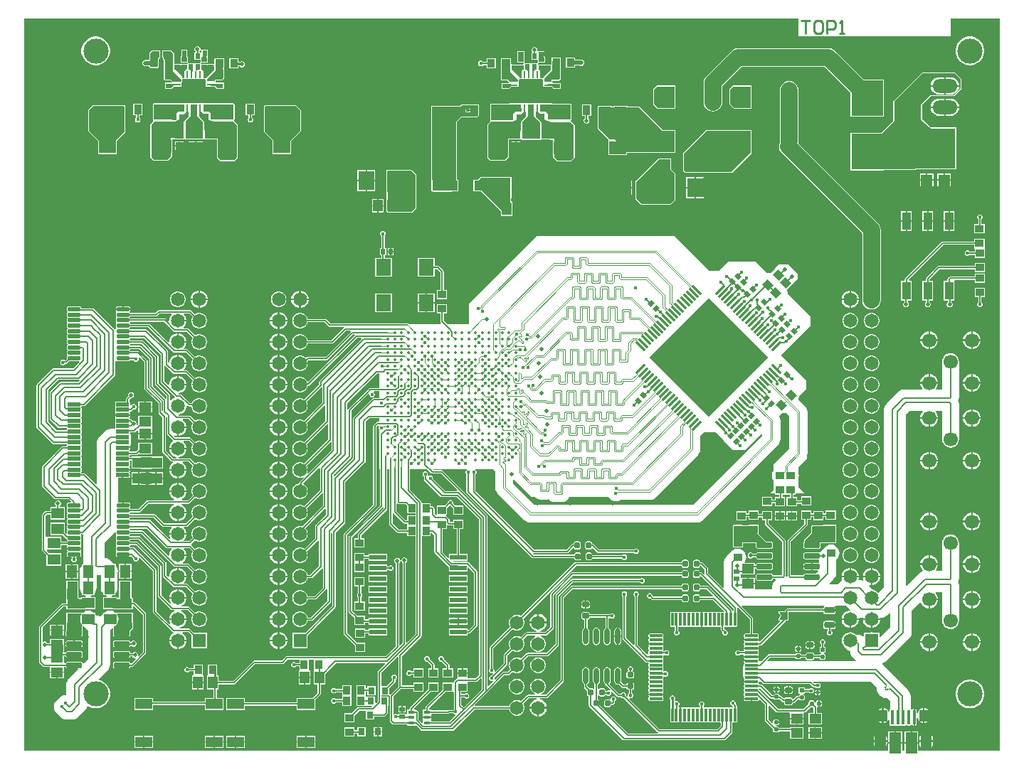
<source format=gbr>
%TF.GenerationSoftware,Altium Limited,Altium Designer,23.5.1 (21)*%
G04 Layer_Physical_Order=1*
G04 Layer_Color=255*
%FSLAX45Y45*%
%MOMM*%
%TF.SameCoordinates,DF551FB5-6F85-4ABD-ABAF-5ACF3DF1BB5E*%
%TF.FilePolarity,Positive*%
%TF.FileFunction,Copper,L1,Top,Signal*%
%TF.Part,Single*%
G01*
G75*
%TA.AperFunction,Conductor*%
%ADD10C,0.20000*%
%ADD11C,0.19901*%
%ADD12C,0.11000*%
%TA.AperFunction,SMDPad,CuDef*%
G04:AMPARAMS|DCode=13|XSize=0.2794mm|YSize=1.4732mm|CornerRadius=0mm|HoleSize=0mm|Usage=FLASHONLY|Rotation=315.000|XOffset=0mm|YOffset=0mm|HoleType=Round|Shape=Rectangle|*
%AMROTATEDRECTD13*
4,1,4,-0.61964,-0.42207,0.42207,0.61964,0.61964,0.42207,-0.42207,-0.61964,-0.61964,-0.42207,0.0*
%
%ADD13ROTATEDRECTD13*%

G04:AMPARAMS|DCode=14|XSize=0.2794mm|YSize=1.4732mm|CornerRadius=0mm|HoleSize=0mm|Usage=FLASHONLY|Rotation=45.000|XOffset=0mm|YOffset=0mm|HoleType=Round|Shape=Rectangle|*
%AMROTATEDRECTD14*
4,1,4,0.42207,-0.61964,-0.61964,0.42207,-0.42207,0.61964,0.61964,-0.42207,0.42207,-0.61964,0.0*
%
%ADD14ROTATEDRECTD14*%

%ADD15P,14.14214X4X180.0*%
%ADD16R,1.80000X2.00000*%
%ADD17R,0.90000X1.20000*%
G04:AMPARAMS|DCode=18|XSize=0.75mm|YSize=0.6mm|CornerRadius=0.15mm|HoleSize=0mm|Usage=FLASHONLY|Rotation=90.000|XOffset=0mm|YOffset=0mm|HoleType=Round|Shape=RoundedRectangle|*
%AMROUNDEDRECTD18*
21,1,0.75000,0.30000,0,0,90.0*
21,1,0.45000,0.60000,0,0,90.0*
1,1,0.30000,0.15000,0.22500*
1,1,0.30000,0.15000,-0.22500*
1,1,0.30000,-0.15000,-0.22500*
1,1,0.30000,-0.15000,0.22500*
%
%ADD18ROUNDEDRECTD18*%
%ADD19O,0.60000X1.90000*%
G04:AMPARAMS|DCode=20|XSize=0.85mm|YSize=0.7mm|CornerRadius=0.175mm|HoleSize=0mm|Usage=FLASHONLY|Rotation=180.000|XOffset=0mm|YOffset=0mm|HoleType=Round|Shape=RoundedRectangle|*
%AMROUNDEDRECTD20*
21,1,0.85000,0.35000,0,0,180.0*
21,1,0.50000,0.70000,0,0,180.0*
1,1,0.35000,-0.25000,0.17500*
1,1,0.35000,0.25000,0.17500*
1,1,0.35000,0.25000,-0.17500*
1,1,0.35000,-0.25000,-0.17500*
%
%ADD20ROUNDEDRECTD20*%
G04:AMPARAMS|DCode=21|XSize=1.56mm|YSize=0.28mm|CornerRadius=0.035mm|HoleSize=0mm|Usage=FLASHONLY|Rotation=180.000|XOffset=0mm|YOffset=0mm|HoleType=Round|Shape=RoundedRectangle|*
%AMROUNDEDRECTD21*
21,1,1.56000,0.21000,0,0,180.0*
21,1,1.49000,0.28000,0,0,180.0*
1,1,0.07000,-0.74500,0.10500*
1,1,0.07000,0.74500,0.10500*
1,1,0.07000,0.74500,-0.10500*
1,1,0.07000,-0.74500,-0.10500*
%
%ADD21ROUNDEDRECTD21*%
G04:AMPARAMS|DCode=22|XSize=1.56mm|YSize=0.28mm|CornerRadius=0.035mm|HoleSize=0mm|Usage=FLASHONLY|Rotation=270.000|XOffset=0mm|YOffset=0mm|HoleType=Round|Shape=RoundedRectangle|*
%AMROUNDEDRECTD22*
21,1,1.56000,0.21000,0,0,270.0*
21,1,1.49000,0.28000,0,0,270.0*
1,1,0.07000,-0.10500,-0.74500*
1,1,0.07000,-0.10500,0.74500*
1,1,0.07000,0.10500,0.74500*
1,1,0.07000,0.10500,-0.74500*
%
%ADD22ROUNDEDRECTD22*%
G04:AMPARAMS|DCode=23|XSize=0.75mm|YSize=0.6mm|CornerRadius=0.15mm|HoleSize=0mm|Usage=FLASHONLY|Rotation=0.000|XOffset=0mm|YOffset=0mm|HoleType=Round|Shape=RoundedRectangle|*
%AMROUNDEDRECTD23*
21,1,0.75000,0.30000,0,0,0.0*
21,1,0.45000,0.60000,0,0,0.0*
1,1,0.30000,0.22500,-0.15000*
1,1,0.30000,-0.22500,-0.15000*
1,1,0.30000,-0.22500,0.15000*
1,1,0.30000,0.22500,0.15000*
%
%ADD23ROUNDEDRECTD23*%
G04:AMPARAMS|DCode=24|XSize=0.45mm|YSize=0.4mm|CornerRadius=0.1mm|HoleSize=0mm|Usage=FLASHONLY|Rotation=270.000|XOffset=0mm|YOffset=0mm|HoleType=Round|Shape=RoundedRectangle|*
%AMROUNDEDRECTD24*
21,1,0.45000,0.20000,0,0,270.0*
21,1,0.25000,0.40000,0,0,270.0*
1,1,0.20000,-0.10000,-0.12500*
1,1,0.20000,-0.10000,0.12500*
1,1,0.20000,0.10000,0.12500*
1,1,0.20000,0.10000,-0.12500*
%
%ADD24ROUNDEDRECTD24*%
%ADD25R,1.40000X1.20000*%
G04:AMPARAMS|DCode=26|XSize=0.54mm|YSize=0.5mm|CornerRadius=0.125mm|HoleSize=0mm|Usage=FLASHONLY|Rotation=0.000|XOffset=0mm|YOffset=0mm|HoleType=Round|Shape=RoundedRectangle|*
%AMROUNDEDRECTD26*
21,1,0.54000,0.25000,0,0,0.0*
21,1,0.29000,0.50000,0,0,0.0*
1,1,0.25000,0.14500,-0.12500*
1,1,0.25000,-0.14500,-0.12500*
1,1,0.25000,-0.14500,0.12500*
1,1,0.25000,0.14500,0.12500*
%
%ADD26ROUNDEDRECTD26*%
G04:AMPARAMS|DCode=27|XSize=1.28mm|YSize=0.76mm|CornerRadius=0.19mm|HoleSize=0mm|Usage=FLASHONLY|Rotation=0.000|XOffset=0mm|YOffset=0mm|HoleType=Round|Shape=RoundedRectangle|*
%AMROUNDEDRECTD27*
21,1,1.28000,0.38000,0,0,0.0*
21,1,0.90000,0.76000,0,0,0.0*
1,1,0.38000,0.45000,-0.19000*
1,1,0.38000,-0.45000,-0.19000*
1,1,0.38000,-0.45000,0.19000*
1,1,0.38000,0.45000,0.19000*
%
%ADD27ROUNDEDRECTD27*%
%ADD28R,0.20000X0.20000*%
G04:AMPARAMS|DCode=29|XSize=0.4mm|YSize=1.75mm|CornerRadius=0.1mm|HoleSize=0mm|Usage=FLASHONLY|Rotation=180.000|XOffset=0mm|YOffset=0mm|HoleType=Round|Shape=RoundedRectangle|*
%AMROUNDEDRECTD29*
21,1,0.40000,1.55000,0,0,180.0*
21,1,0.20000,1.75000,0,0,180.0*
1,1,0.20000,-0.10000,0.77500*
1,1,0.20000,0.10000,0.77500*
1,1,0.20000,0.10000,-0.77500*
1,1,0.20000,-0.10000,-0.77500*
%
%ADD29ROUNDEDRECTD29*%
%ADD30R,0.40000X1.75000*%
%ADD31R,1.42500X2.50000*%
G04:AMPARAMS|DCode=32|XSize=0.52mm|YSize=0.49mm|CornerRadius=0.1225mm|HoleSize=0mm|Usage=FLASHONLY|Rotation=0.000|XOffset=0mm|YOffset=0mm|HoleType=Round|Shape=RoundedRectangle|*
%AMROUNDEDRECTD32*
21,1,0.52000,0.24500,0,0,0.0*
21,1,0.27500,0.49000,0,0,0.0*
1,1,0.24500,0.13750,-0.12250*
1,1,0.24500,-0.13750,-0.12250*
1,1,0.24500,-0.13750,0.12250*
1,1,0.24500,0.13750,0.12250*
%
%ADD32ROUNDEDRECTD32*%
%ADD33R,0.52000X0.49000*%
G04:AMPARAMS|DCode=34|XSize=0.45mm|YSize=0.4mm|CornerRadius=0.1mm|HoleSize=0mm|Usage=FLASHONLY|Rotation=180.000|XOffset=0mm|YOffset=0mm|HoleType=Round|Shape=RoundedRectangle|*
%AMROUNDEDRECTD34*
21,1,0.45000,0.20000,0,0,180.0*
21,1,0.25000,0.40000,0,0,180.0*
1,1,0.20000,-0.12500,0.10000*
1,1,0.20000,0.12500,0.10000*
1,1,0.20000,0.12500,-0.10000*
1,1,0.20000,-0.12500,-0.10000*
%
%ADD34ROUNDEDRECTD34*%
%ADD35R,0.25000X0.90640*%
%ADD36R,0.90640X0.25000*%
%ADD37R,2.45000X2.45000*%
%ADD38R,0.50000X0.63500*%
%ADD39R,0.90000X1.00000*%
%ADD40R,0.63500X0.50000*%
%ADD41R,1.52000X2.54000*%
%ADD42R,2.00000X1.50000*%
%ADD43R,3.81000X4.24180*%
%ADD44R,1.10000X2.00000*%
%ADD45R,0.80000X0.80000*%
%ADD46R,4.80000X4.80000*%
%ADD47R,1.40000X1.30000*%
%ADD48R,0.65000X0.50000*%
%ADD49R,1.47000X1.15000*%
%ADD50R,0.50000X0.65000*%
G04:AMPARAMS|DCode=51|XSize=0.9mm|YSize=1mm|CornerRadius=0mm|HoleSize=0mm|Usage=FLASHONLY|Rotation=45.000|XOffset=0mm|YOffset=0mm|HoleType=Round|Shape=Rectangle|*
%AMROTATEDRECTD51*
4,1,4,0.03535,-0.67175,-0.67175,0.03535,-0.03535,0.67175,0.67175,-0.03535,0.03535,-0.67175,0.0*
%
%ADD51ROTATEDRECTD51*%

G04:AMPARAMS|DCode=52|XSize=1.8mm|YSize=0.6mm|CornerRadius=0.075mm|HoleSize=0mm|Usage=FLASHONLY|Rotation=0.000|XOffset=0mm|YOffset=0mm|HoleType=Round|Shape=RoundedRectangle|*
%AMROUNDEDRECTD52*
21,1,1.80000,0.45000,0,0,0.0*
21,1,1.65000,0.60000,0,0,0.0*
1,1,0.15000,0.82500,-0.22500*
1,1,0.15000,-0.82500,-0.22500*
1,1,0.15000,-0.82500,0.22500*
1,1,0.15000,0.82500,0.22500*
%
%ADD52ROUNDEDRECTD52*%
%ADD53R,1.00000X0.90000*%
%ADD54R,1.10000X1.20000*%
%ADD55R,1.15000X1.47000*%
%ADD56R,1.90000X2.30000*%
G04:AMPARAMS|DCode=57|XSize=0.5mm|YSize=0.65mm|CornerRadius=0mm|HoleSize=0mm|Usage=FLASHONLY|Rotation=315.000|XOffset=0mm|YOffset=0mm|HoleType=Round|Shape=Rectangle|*
%AMROTATEDRECTD57*
4,1,4,-0.40659,-0.05303,0.05303,0.40659,0.40659,0.05303,-0.05303,-0.40659,-0.40659,-0.05303,0.0*
%
%ADD57ROTATEDRECTD57*%

G04:AMPARAMS|DCode=58|XSize=0.5mm|YSize=0.65mm|CornerRadius=0mm|HoleSize=0mm|Usage=FLASHONLY|Rotation=45.000|XOffset=0mm|YOffset=0mm|HoleType=Round|Shape=Rectangle|*
%AMROTATEDRECTD58*
4,1,4,0.05303,-0.40659,-0.40659,0.05303,-0.05303,0.40659,0.40659,-0.05303,0.05303,-0.40659,0.0*
%
%ADD58ROTATEDRECTD58*%

%ADD59R,1.50012X1.29997*%
%ADD60R,1.29997X1.50012*%
G04:AMPARAMS|DCode=61|XSize=1.5mm|YSize=0.45mm|CornerRadius=0.05625mm|HoleSize=0mm|Usage=FLASHONLY|Rotation=180.000|XOffset=0mm|YOffset=0mm|HoleType=Round|Shape=RoundedRectangle|*
%AMROUNDEDRECTD61*
21,1,1.50000,0.33750,0,0,180.0*
21,1,1.38750,0.45000,0,0,180.0*
1,1,0.11250,-0.69375,0.16875*
1,1,0.11250,0.69375,0.16875*
1,1,0.11250,0.69375,-0.16875*
1,1,0.11250,-0.69375,-0.16875*
%
%ADD61ROUNDEDRECTD61*%
G04:AMPARAMS|DCode=62|XSize=1.57mm|YSize=0.45mm|CornerRadius=0.05625mm|HoleSize=0mm|Usage=FLASHONLY|Rotation=0.000|XOffset=0mm|YOffset=0mm|HoleType=Round|Shape=RoundedRectangle|*
%AMROUNDEDRECTD62*
21,1,1.57000,0.33750,0,0,0.0*
21,1,1.45750,0.45000,0,0,0.0*
1,1,0.11250,0.72875,-0.16875*
1,1,0.11250,-0.72875,-0.16875*
1,1,0.11250,-0.72875,0.16875*
1,1,0.11250,0.72875,0.16875*
%
%ADD62ROUNDEDRECTD62*%
%ADD63R,2.00000X1.30000*%
%ADD64R,0.80000X0.42000*%
%ADD65R,2.00000X0.60000*%
%TA.AperFunction,BGAPad,CuDef*%
%ADD66C,0.35000*%
%TA.AperFunction,SMDPad,CuDef*%
%ADD67R,1.10000X2.15000*%
%ADD68R,0.80000X0.90000*%
%ADD69R,0.80000X0.90000*%
G04:AMPARAMS|DCode=70|XSize=0.54mm|YSize=0.5mm|CornerRadius=0.125mm|HoleSize=0mm|Usage=FLASHONLY|Rotation=270.000|XOffset=0mm|YOffset=0mm|HoleType=Round|Shape=RoundedRectangle|*
%AMROUNDEDRECTD70*
21,1,0.54000,0.25000,0,0,270.0*
21,1,0.29000,0.50000,0,0,270.0*
1,1,0.25000,-0.12500,-0.14500*
1,1,0.25000,-0.12500,0.14500*
1,1,0.25000,0.12500,0.14500*
1,1,0.25000,0.12500,-0.14500*
%
%ADD70ROUNDEDRECTD70*%
%TA.AperFunction,Conductor*%
%ADD71C,0.17500*%
%ADD72C,0.12500*%
%ADD73C,0.15000*%
%ADD74C,0.28000*%
%ADD75C,2.00000*%
%ADD76C,0.25000*%
%ADD77C,0.50000*%
%ADD78C,0.20953*%
%ADD79C,1.50000*%
%ADD80C,0.30000*%
%TA.AperFunction,NonConductor*%
%ADD81C,0.25400*%
%TA.AperFunction,Conductor*%
%ADD82R,2.00000X1.46000*%
%TA.AperFunction,ComponentPad*%
%ADD83C,1.70000*%
%ADD84C,1.65000*%
%ADD85O,1.20000X1.70000*%
%ADD86O,1.00000X1.40000*%
%ADD87O,3.00000X1.65000*%
%ADD88R,1.65000X1.65000*%
%TA.AperFunction,WasherPad*%
%ADD89C,3.00000*%
%TA.AperFunction,ViaPad*%
%ADD90C,0.50000*%
%ADD91C,0.45000*%
G36*
X11659023Y50980D02*
X10685001D01*
Y137501D01*
X10522501D01*
Y50980D01*
X10492501D01*
Y137501D01*
X10330001D01*
Y50980D01*
X50980D01*
Y7770001D01*
Y8779023D01*
X9260002D01*
Y8565861D01*
X11070002D01*
Y8779023D01*
X11659022D01*
X11659023Y50980D01*
D02*
G37*
%LPC*%
G36*
X5661001Y8302503D02*
X5551001D01*
Y8260393D01*
X5505571D01*
X5498411Y8267553D01*
X5486466Y8272501D01*
X5473537D01*
X5461592Y8267553D01*
X5452449Y8258411D01*
X5447501Y8246466D01*
Y8233537D01*
X5452449Y8221592D01*
X5461592Y8212449D01*
X5473537Y8207501D01*
X5486466D01*
X5498411Y8212449D01*
X5505571Y8219609D01*
X5551001D01*
Y8182503D01*
X5661001D01*
Y8302503D01*
D02*
G37*
G36*
X2116963Y8445001D02*
X2103039D01*
X2090175Y8439673D01*
X2080330Y8429827D01*
X2075001Y8416963D01*
Y8403040D01*
X2080330Y8390175D01*
X2085552Y8384953D01*
X2080291Y8372254D01*
Y8372253D01*
D01*
X2076000D01*
Y8288753D01*
X2146000Y8288753D01*
X2146000Y8276054D01*
Y8260114D01*
X2146000Y8251254D01*
X2135579Y8245754D01*
X2133301Y8245753D01*
X2081200D01*
X2068500Y8245754D01*
X2063300Y8245753D01*
X2008345Y8245754D01*
X2006916Y8245754D01*
X2002673Y8246413D01*
X1996710Y8249560D01*
X1994286Y8254713D01*
X1994025Y8255831D01*
X1993501Y8259108D01*
X1993500Y8261758D01*
Y8308166D01*
X1993893Y8308870D01*
X1994221Y8309459D01*
X1994153Y8310575D01*
X1994291Y8310927D01*
X1993501Y8321254D01*
X1993500D01*
X1986000Y8330847D01*
Y8372736D01*
Y8399253D01*
X1916000D01*
Y8331551D01*
X1910846Y8326397D01*
X1908716Y8321253D01*
X1908500D01*
Y8320733D01*
X1907676Y8318743D01*
Y8309359D01*
X1907722Y8309248D01*
X1907678Y8309136D01*
X1908500Y8307262D01*
Y8251253D01*
X1982554Y8251253D01*
X1985085Y8251253D01*
X1989328Y8250593D01*
X1990314Y8250073D01*
X1994236Y8235761D01*
X1991760Y8231253D01*
X1984273D01*
X1983500Y8231573D01*
X1836001D01*
X1831824Y8243307D01*
X1831824Y8321253D01*
D01*
Y8359002D01*
X1828654Y8366656D01*
X1802653Y8392657D01*
X1794999Y8395828D01*
X1708987D01*
X1706998Y8395004D01*
X1688500D01*
Y8310003D01*
X1698163D01*
Y8299296D01*
X1701333Y8291642D01*
X1701334Y8291642D01*
X1708501Y8284475D01*
Y8187504D01*
X1708500D01*
Y8182003D01*
X1708501D01*
Y8062004D01*
X1708500Y8062004D01*
X1710176Y8057503D01*
X1711536Y8054222D01*
X1713346Y8049851D01*
X1713347Y8049850D01*
X1713347Y8049850D01*
X1720846Y8042350D01*
X1728500Y8039180D01*
X1791212D01*
X1806306Y8022577D01*
X1800771Y8010438D01*
X1798754Y8010003D01*
X1789408Y8010789D01*
X1789048Y8010675D01*
X1788702Y8010826D01*
X1786606Y8010003D01*
X1721000D01*
Y7940003D01*
X1785978D01*
X1787372Y7939395D01*
X1787473Y7939434D01*
X1787574Y7939393D01*
X1800472D01*
X1800759Y7939274D01*
X1800759Y7939274D01*
X1801028Y7939162D01*
X1806001Y7940003D01*
Y7941223D01*
X1808681Y7942334D01*
X1828852Y7962504D01*
X1921000D01*
X1921000Y8003117D01*
X1923464Y8014007D01*
X1925158Y8018481D01*
X1926824Y8022504D01*
Y8047504D01*
X1931836Y8055003D01*
X1963500D01*
Y8055003D01*
X1968501Y8055003D01*
X1968501Y8055003D01*
X2013499D01*
Y8055003D01*
X2018501D01*
Y8055003D01*
X2055800D01*
X2063500Y8055003D01*
X2076200Y8055003D01*
X2105800D01*
X2113499Y8055003D01*
Y8055003D01*
X2118501D01*
Y8055003D01*
X2163500D01*
X2163500Y8055003D01*
X2168501D01*
Y8055003D01*
X2176200Y8055003D01*
X2202020D01*
X2211000Y8046023D01*
X2211000Y8012504D01*
X2211000Y7999803D01*
Y7962504D01*
X2266094D01*
X2266247Y7962440D01*
X2266401Y7962504D01*
X2316853D01*
X2336012Y7943345D01*
X2338500Y7942314D01*
Y7940003D01*
X2423500D01*
Y8010003D01*
X2406987D01*
X2406697Y8010123D01*
X2333354D01*
X2325574Y8011704D01*
X2322099Y8024547D01*
X2324385Y8030065D01*
Y8036458D01*
X2400921D01*
X2400922Y8036457D01*
X2408577Y8039627D01*
X2408577Y8039629D01*
X2420952Y8052004D01*
X2431000D01*
Y8172003D01*
X2431000D01*
Y8182504D01*
X2431000D01*
Y8302504D01*
X2391099D01*
X2389109Y8303328D01*
X2323565D01*
X2321575Y8302504D01*
X2321000D01*
Y8302266D01*
X2315911Y8300158D01*
X2312741Y8292504D01*
Y8231253D01*
X2298524D01*
X2297756Y8231571D01*
X2171744D01*
X2170976Y8231253D01*
X2152519D01*
X2148286Y8239501D01*
X2147679Y8242622D01*
X2154753Y8249652D01*
X2156590Y8250848D01*
X2157544Y8250812D01*
X2159929Y8249930D01*
X2169560Y8249930D01*
X2222887D01*
X2226081Y8251253D01*
X2231000D01*
Y8254210D01*
X2233711Y8260754D01*
Y8308930D01*
X2231000Y8315475D01*
Y8321253D01*
X2230973D01*
Y8389954D01*
X2230000Y8392304D01*
Y8401753D01*
X2160000D01*
Y8388408D01*
X2159507Y8387217D01*
Y8339159D01*
X2158700Y8338620D01*
X2151440Y8342500D01*
X2146000Y8345408D01*
D01*
Y8372253D01*
X2139482D01*
X2134450Y8384953D01*
X2139673Y8390175D01*
X2145001Y8403040D01*
Y8416963D01*
X2139673Y8429827D01*
X2129827Y8439673D01*
X2116963Y8445001D01*
D02*
G37*
G36*
X6126963Y8435001D02*
X6113039D01*
X6100175Y8429673D01*
X6090330Y8419827D01*
X6085001Y8406963D01*
Y8393040D01*
X6090330Y8380176D01*
X6086001Y8368253D01*
D01*
X6086001Y8368253D01*
X6086001D01*
Y8284753D01*
X6145592D01*
X6158162Y8272948D01*
X6158027Y8260756D01*
X6158012Y8259468D01*
X6158017Y8259361D01*
X6158011Y8259348D01*
X6158217Y8254687D01*
X6158196Y8254414D01*
X6158154Y8253882D01*
X6157849Y8250376D01*
X6157215Y8247418D01*
X6148859Y8241991D01*
X6145522Y8241754D01*
X6145510Y8241753D01*
X6144392Y8241753D01*
X6086201D01*
X6086001Y8241753D01*
X6073501D01*
X6073301Y8241753D01*
X6016201D01*
X6013509Y8241753D01*
X6008467Y8245028D01*
X6008467Y8245028D01*
X6003502Y8248253D01*
X6003501Y8256464D01*
Y8305553D01*
X6003502Y8305664D01*
X6004223Y8306958D01*
X6004152Y8308068D01*
X6004292Y8308426D01*
X6003502Y8318253D01*
X6002575Y8330570D01*
Y8350165D01*
X6002564Y8350193D01*
X6002575Y8350221D01*
X6001751Y8352181D01*
Y8380228D01*
Y8385001D01*
X5918251D01*
Y8351225D01*
X5917677Y8349839D01*
Y8318253D01*
Y8306859D01*
X5917723Y8306747D01*
X5917680Y8306635D01*
X5918501Y8304762D01*
Y8248253D01*
X5990801D01*
X5993493Y8248252D01*
X5995680Y8246832D01*
X5995934Y8240765D01*
X5984413Y8229073D01*
X5846002D01*
X5841825Y8240806D01*
Y8291646D01*
X5838655Y8299300D01*
X5831001Y8302470D01*
Y8302503D01*
X5721001D01*
Y8293635D01*
X5720177Y8291646D01*
Y8055003D01*
X5723347Y8047349D01*
X5723348Y8047349D01*
X5730847Y8039849D01*
X5738501Y8036679D01*
X5801213D01*
X5816763Y8019574D01*
X5811600Y8008588D01*
X5811039Y8007995D01*
X5809291Y8007619D01*
X5799409Y8008289D01*
X5799049Y8008174D01*
X5798703Y8008325D01*
X5796608Y8007503D01*
X5726001D01*
Y7937503D01*
X5795978D01*
X5797373Y7936894D01*
X5797475Y7936934D01*
X5797575Y7936892D01*
X5810474D01*
X5811029Y7936663D01*
X5818683Y7939833D01*
X5838853Y7960003D01*
X5931001D01*
X5931001Y8000616D01*
X5933465Y8011507D01*
X5935159Y8015981D01*
X5936825Y8020003D01*
Y8045003D01*
X5941836Y8052503D01*
X5973500D01*
Y8052502D01*
X5978501Y8052502D01*
X5978502Y8052503D01*
X6023500D01*
Y8052502D01*
X6028502D01*
Y8052503D01*
X6065801D01*
X6073501Y8052503D01*
X6086201Y8052503D01*
X6115801D01*
X6123500Y8052503D01*
Y8052502D01*
X6128502D01*
Y8052503D01*
X6173500D01*
X6173501Y8052502D01*
X6178502D01*
Y8052503D01*
X6186201Y8052503D01*
X6212021D01*
X6221001Y8043522D01*
X6221001Y8010003D01*
X6221001Y7997303D01*
Y7960003D01*
X6276095D01*
X6276249Y7959939D01*
X6276402Y7960003D01*
X6326855D01*
X6343501Y7943356D01*
Y7937503D01*
X6428501D01*
Y7945072D01*
X6429920Y7948498D01*
Y7994400D01*
X6428742Y7997244D01*
X6428501Y7997826D01*
D01*
Y8007503D01*
X6416987D01*
X6416698Y8007622D01*
X6343355D01*
X6335578Y8009203D01*
X6332101Y8022046D01*
X6334386Y8027564D01*
Y8033957D01*
X6410922D01*
X6410923Y8033956D01*
X6418578Y8037127D01*
X6418578Y8037128D01*
X6431248Y8049798D01*
X6434418Y8057452D01*
Y8265519D01*
X6433501Y8267734D01*
Y8312503D01*
X6323501D01*
Y8273687D01*
X6322742Y8271854D01*
Y8228253D01*
X6309732D01*
X6307758Y8229071D01*
X6181745D01*
X6179770Y8228253D01*
X6163714D01*
X6162107Y8231033D01*
X6166552Y8247280D01*
X6167404Y8247730D01*
X6169080Y8247781D01*
X6169930Y8247430D01*
X6180814Y8247430D01*
X6232888D01*
X6234875Y8248253D01*
X6243501D01*
Y8257744D01*
X6243712Y8258254D01*
Y8306429D01*
X6243501Y8306939D01*
Y8318253D01*
X6241751D01*
Y8385001D01*
X6232140D01*
X6230151Y8385825D01*
X6169383D01*
X6167393Y8385001D01*
X6165418D01*
X6156219Y8392100D01*
X6155001Y8396355D01*
Y8406963D01*
X6149673Y8419827D01*
X6139827Y8429673D01*
X6126963Y8435001D01*
D02*
G37*
G36*
X11316745Y8560001D02*
X11283258D01*
X11250414Y8553468D01*
X11219476Y8540653D01*
X11191633Y8522049D01*
X11167954Y8498370D01*
X11149350Y8470527D01*
X11136535Y8439589D01*
X11130002Y8406745D01*
Y8373258D01*
X11136535Y8340414D01*
X11149350Y8309476D01*
X11167954Y8281633D01*
X11191633Y8257954D01*
X11219476Y8239350D01*
X11250414Y8226535D01*
X11283258Y8220002D01*
X11316745D01*
X11349589Y8226535D01*
X11380527Y8239350D01*
X11408370Y8257954D01*
X11432049Y8281633D01*
X11450654Y8309476D01*
X11463468Y8340414D01*
X11470001Y8373258D01*
Y8406745D01*
X11463468Y8439589D01*
X11450654Y8470527D01*
X11432049Y8498370D01*
X11408370Y8522049D01*
X11380527Y8540653D01*
X11349589Y8553468D01*
X11316745Y8560001D01*
D02*
G37*
G36*
X916745D02*
X883258D01*
X850414Y8553468D01*
X819476Y8540653D01*
X791633Y8522049D01*
X767954Y8498370D01*
X749350Y8470527D01*
X736535Y8439589D01*
X730002Y8406745D01*
Y8373258D01*
X736535Y8340414D01*
X749350Y8309476D01*
X767954Y8281633D01*
X791633Y8257954D01*
X819476Y8239350D01*
X850414Y8226535D01*
X883258Y8220002D01*
X916745D01*
X949589Y8226535D01*
X980527Y8239350D01*
X1008370Y8257954D01*
X1032049Y8281633D01*
X1050653Y8309476D01*
X1063468Y8340414D01*
X1070001Y8373258D01*
Y8406745D01*
X1063468Y8439589D01*
X1050653Y8470527D01*
X1032049Y8498370D01*
X1008370Y8522049D01*
X980527Y8540653D01*
X949589Y8553468D01*
X916745Y8560001D01*
D02*
G37*
G36*
X6603501Y8312503D02*
X6493501D01*
Y8192503D01*
X6603501D01*
Y8197703D01*
Y8216817D01*
X6660122D01*
X6670537Y8212503D01*
X6684461D01*
X6697325Y8217832D01*
X6707171Y8227677D01*
X6712499Y8240541D01*
Y8249056D01*
X6713185Y8252503D01*
X6710468Y8266159D01*
X6702733Y8277737D01*
X6691156Y8285472D01*
X6677499Y8288189D01*
X6603501D01*
Y8312503D01*
D02*
G37*
G36*
X2601000Y8302504D02*
X2491000D01*
Y8182504D01*
X2601000D01*
Y8184704D01*
Y8204512D01*
X2615993D01*
X2620175Y8200330D01*
X2633039Y8195001D01*
X2646963D01*
X2659827Y8200330D01*
X2669673Y8210175D01*
X2675001Y8223039D01*
Y8236963D01*
X2669673Y8249827D01*
X2659827Y8259673D01*
X2646963Y8265001D01*
X2633039D01*
X2620175Y8259673D01*
X2615993Y8255491D01*
X2601000D01*
Y8302504D01*
D02*
G37*
G36*
X1658307Y8395828D02*
X1570003D01*
X1562349Y8392657D01*
X1562349Y8392657D01*
X1539861Y8370168D01*
X1539860Y8370167D01*
X1536690Y8362514D01*
Y8280687D01*
X1490001D01*
X1486554Y8280001D01*
X1483039D01*
X1479792Y8278656D01*
X1476345Y8277970D01*
X1473423Y8276018D01*
X1470175Y8274673D01*
X1467690Y8272188D01*
X1464768Y8270235D01*
X1462815Y8267312D01*
X1460330Y8264827D01*
X1458985Y8261580D01*
X1457032Y8258658D01*
X1456346Y8255210D01*
X1455932Y8254210D01*
X1455001Y8251963D01*
Y8248449D01*
X1454316Y8245001D01*
X1455001Y8241554D01*
Y8238039D01*
X1456346Y8234792D01*
X1457032Y8231345D01*
X1458985Y8228423D01*
X1460330Y8225175D01*
D01*
X1462815Y8222690D01*
X1464768Y8219768D01*
X1467690Y8217815D01*
X1470175Y8215330D01*
X1473423Y8213985D01*
X1476345Y8212032D01*
X1479792Y8211346D01*
X1483039Y8210001D01*
X1486554D01*
X1490001Y8209316D01*
X1527709D01*
X1536690Y8200335D01*
Y8196997D01*
X1536689Y8196996D01*
X1538027Y8189984D01*
Y8189981D01*
X1538500Y8187503D01*
X1542781D01*
X1543325Y8187279D01*
X1548587Y8185099D01*
X1637751D01*
X1643556Y8187504D01*
X1648500D01*
Y8195743D01*
X1648575Y8195923D01*
Y8295109D01*
X1663470Y8310003D01*
X1668500D01*
Y8318626D01*
X1669131Y8320148D01*
Y8385004D01*
X1668500Y8386525D01*
Y8395004D01*
X1660296D01*
X1658307Y8395828D01*
D02*
G37*
G36*
X2919434Y7745213D02*
X2919426Y7745210D01*
X2919417Y7745213D01*
X2911770Y7742066D01*
X2911767Y7742057D01*
X2911759Y7742054D01*
X2910402Y7740701D01*
X2909004Y7740002D01*
X2909005Y7739308D01*
X2902765Y7733087D01*
X2902762Y7733079D01*
X2902753Y7733075D01*
X2901149Y7729202D01*
X2899583Y7725438D01*
X2899587Y7725430D01*
X2899583Y7725422D01*
Y7429597D01*
X2899582Y7429595D01*
X2902753Y7421941D01*
X2902754Y7421941D01*
X3001000Y7323695D01*
Y7162504D01*
X3221000D01*
Y7315694D01*
X3337654Y7432346D01*
X3337655Y7432346D01*
X3340825Y7440000D01*
Y7682674D01*
X3340825Y7682675D01*
X3337655Y7690329D01*
X3287055Y7740928D01*
X3287055Y7740929D01*
X3287054Y7740929D01*
X3287032Y7740952D01*
X3283267Y7742511D01*
X3279411Y7744122D01*
X2919546Y7745212D01*
X2919434Y7745213D01*
D02*
G37*
G36*
X1230585Y7745213D02*
X1230577Y7745209D01*
X1230569Y7745213D01*
X996454Y7744503D01*
X890000D01*
Y7744181D01*
X870625Y7744122D01*
X870625Y7744122D01*
X870624Y7744122D01*
X870592D01*
X866801Y7742539D01*
X862971Y7740952D01*
X812347Y7690329D01*
X809177Y7682675D01*
Y7440000D01*
X809176Y7440000D01*
X812347Y7432346D01*
X812348Y7432345D01*
X926500Y7318196D01*
Y7162504D01*
X1146500D01*
Y7321193D01*
X1247249Y7421941D01*
X1250419Y7429595D01*
Y7609503D01*
X1251100D01*
Y7744503D01*
X1232304D01*
X1230585Y7745213D01*
D02*
G37*
G36*
X11071001Y7821887D02*
X11013497D01*
Y7728501D01*
X11173069D01*
X11170863Y7745261D01*
X11160535Y7770195D01*
X11144105Y7791606D01*
X11122694Y7808036D01*
X11097759Y7818364D01*
X11071001Y7821887D01*
D02*
G37*
G36*
X10993497D02*
X10936001D01*
X10909243Y7818364D01*
X10884309Y7808036D01*
X10862898Y7791606D01*
X10846468Y7770195D01*
X10836140Y7745261D01*
X10833933Y7728501D01*
X10993497D01*
Y7821887D01*
D02*
G37*
G36*
X7229501Y7734503D02*
Y7734503D01*
X7062501D01*
Y7728066D01*
X7046049Y7727986D01*
X7039501Y7734503D01*
Y7734503D01*
X6872501D01*
Y7717339D01*
X6871677Y7715350D01*
Y7612680D01*
Y7470002D01*
X6871677Y7470002D01*
X6874847Y7462348D01*
X7002434Y7334761D01*
X7003501Y7322503D01*
X7003501Y7322503D01*
Y7152503D01*
X7223501D01*
Y7176626D01*
X7624002D01*
Y7173001D01*
X7796001D01*
Y7447001D01*
X7648309D01*
X7368973Y7726337D01*
X7368947Y7726348D01*
X7368936Y7726374D01*
X7365110Y7727937D01*
X7361319Y7729508D01*
X7361293Y7729497D01*
X7361267Y7729508D01*
X7235133Y7728899D01*
X7229501Y7734503D01*
D02*
G37*
G36*
X8703001Y7977002D02*
X8531001D01*
Y7976652D01*
X8482828D01*
X8475174Y7973482D01*
X8475174Y7973481D01*
X8439347Y7937655D01*
X8436177Y7930001D01*
Y7760001D01*
X8439347Y7752348D01*
X8439347Y7752347D01*
X8486297Y7705398D01*
X8493951Y7702227D01*
X8545007D01*
X8546876Y7703002D01*
X8703001D01*
Y7977002D01*
D02*
G37*
G36*
X7796001D02*
X7624002D01*
Y7976652D01*
X7575828D01*
X7568174Y7973482D01*
X7568174Y7973481D01*
X7532347Y7937655D01*
X7529177Y7930001D01*
Y7770001D01*
Y7760001D01*
X7532347Y7752348D01*
X7532348Y7752347D01*
X7579297Y7705398D01*
X7586951Y7702227D01*
X7638007D01*
X7639876Y7703002D01*
X7796001D01*
Y7770001D01*
Y7977002D01*
D02*
G37*
G36*
X11173069Y7708501D02*
X11013497D01*
Y7615118D01*
X11071001D01*
X11097759Y7618641D01*
X11122694Y7628969D01*
X11144105Y7645399D01*
X11160535Y7666810D01*
X11170863Y7691745D01*
X11173069Y7708501D01*
D02*
G37*
G36*
X10993497D02*
X10833934D01*
X10836140Y7691745D01*
X10846468Y7666810D01*
X10862898Y7645399D01*
X10884309Y7628969D01*
X10909243Y7618641D01*
X10936001Y7615118D01*
X10993497D01*
Y7708501D01*
D02*
G37*
G36*
X9618793Y8421289D02*
X8540340D01*
X8511624Y8417509D01*
X8484865Y8406425D01*
X8461887Y8388793D01*
X8164548Y8091454D01*
X8146916Y8068476D01*
X8135833Y8041717D01*
X8132052Y8013002D01*
Y7840002D01*
Y7780001D01*
X8135833Y7751285D01*
X8146916Y7724527D01*
X8157001Y7711383D01*
Y7703002D01*
X8163433D01*
X8164548Y7701548D01*
X8187527Y7683916D01*
X8214286Y7672833D01*
X8243001Y7669052D01*
X8271717Y7672833D01*
X8298476Y7683916D01*
X8321454Y7701548D01*
X8322570Y7703002D01*
X8329001D01*
Y7711383D01*
X8339086Y7724527D01*
X8350170Y7751285D01*
X8353951Y7780001D01*
Y7840002D01*
Y7967045D01*
X8586297Y8199391D01*
X9572836D01*
X9879501Y7892725D01*
Y7605451D01*
X10280501D01*
Y8049631D01*
X10036407D01*
X9697246Y8388793D01*
X9674267Y8406425D01*
X9647508Y8417509D01*
X9618793Y8421289D01*
D02*
G37*
G36*
X2793500Y7762503D02*
X2683500D01*
Y7622504D01*
X2719609D01*
Y7595571D01*
X2712449Y7588411D01*
X2707502Y7576466D01*
Y7563537D01*
X2712449Y7551592D01*
X2721592Y7542449D01*
X2733537Y7537502D01*
X2746466D01*
X2758411Y7542449D01*
X2767554Y7551592D01*
X2772501Y7563537D01*
Y7576466D01*
X2767554Y7588411D01*
X2760393Y7595571D01*
Y7622504D01*
X2793500D01*
Y7762503D01*
D02*
G37*
G36*
X1456000D02*
X1346001D01*
Y7622504D01*
X1379609D01*
Y7595571D01*
X1372449Y7588411D01*
X1367501Y7576466D01*
Y7563537D01*
X1372449Y7551592D01*
X1381592Y7542449D01*
X1393537Y7537502D01*
X1406466D01*
X1418411Y7542449D01*
X1427553Y7551592D01*
X1432501Y7563537D01*
Y7576466D01*
X1427553Y7588411D01*
X1420393Y7595571D01*
Y7622504D01*
X1456000D01*
Y7762503D01*
D02*
G37*
G36*
X6796001Y7752503D02*
X6686001D01*
Y7612503D01*
X6719609D01*
Y7589107D01*
X6710330Y7579827D01*
X6705001Y7566963D01*
Y7553040D01*
X6710330Y7540175D01*
X6720175Y7530330D01*
X6733039Y7525001D01*
X6746963D01*
X6759827Y7530330D01*
X6769673Y7540175D01*
X6775001Y7553040D01*
Y7566963D01*
X6769673Y7579827D01*
X6760393Y7589107D01*
Y7612503D01*
X6796001D01*
Y7752503D01*
D02*
G37*
G36*
X8170612Y7447825D02*
X8170586Y7447815D01*
X8170560Y7447825D01*
X8168571Y7447001D01*
X8157001D01*
Y7438750D01*
X7892347Y7174096D01*
X7889177Y7166442D01*
Y6970002D01*
X7892347Y6962348D01*
X7912347Y6942348D01*
X7920001Y6939178D01*
X8462499D01*
X8462500Y6939177D01*
X8470154Y6942347D01*
X8470155Y6942349D01*
X8698309Y7170503D01*
X8703001D01*
Y7178513D01*
X8703825Y7180503D01*
Y7434107D01*
X8703001Y7436097D01*
Y7444503D01*
X8694620D01*
X8692657Y7445327D01*
X8170612Y7447825D01*
D02*
G37*
G36*
X5951001Y7307503D02*
X5908499D01*
Y7302503D01*
X5951001D01*
Y7307503D01*
D02*
G37*
G36*
X5893499D02*
X5851001D01*
Y7302503D01*
X5893499D01*
Y7307503D01*
D02*
G37*
G36*
X2298500Y7304503D02*
X2255995D01*
Y7300003D01*
X2298500D01*
Y7304503D01*
D02*
G37*
G36*
X2240995D02*
X2198500D01*
Y7300003D01*
X2240995D01*
Y7304503D01*
D02*
G37*
G36*
X2169500Y7309003D02*
X2093501D01*
Y7300003D01*
X2169500D01*
Y7309003D01*
D02*
G37*
G36*
X2078501D02*
X2002500D01*
Y7300003D01*
X2078501D01*
Y7309003D01*
D02*
G37*
G36*
X1941000Y7310003D02*
X1898502D01*
Y7300003D01*
X1941000D01*
Y7310003D01*
D02*
G37*
G36*
X1883502D02*
X1841000D01*
Y7267506D01*
X1851000D01*
Y7300003D01*
X1883502D01*
Y7310003D01*
D02*
G37*
G36*
X1851000Y7252506D02*
X1841000D01*
Y7210003D01*
X1851000D01*
Y7252506D01*
D02*
G37*
G36*
X2326446Y7770001D02*
X1810360D01*
Y7765827D01*
X1591000D01*
X1583346Y7762657D01*
X1580176Y7755004D01*
Y7570004D01*
X1583346Y7562350D01*
X1582247Y7549059D01*
X1553346Y7520157D01*
X1550176Y7512504D01*
Y7127504D01*
X1550176Y7127504D01*
X1553346Y7119850D01*
X1588346Y7084850D01*
X1596000Y7081680D01*
X1753500D01*
X1761154Y7084850D01*
X1803654Y7127350D01*
X1806824Y7135004D01*
Y7339180D01*
X1838499D01*
X1838500Y7339179D01*
X1840487Y7340003D01*
X1956000D01*
X1960847Y7337350D01*
X1968500Y7334180D01*
X2170934D01*
X2173500Y7334179D01*
X2183501Y7334503D01*
X2183501Y7334503D01*
X2300219D01*
X2301000Y7334180D01*
X2340176D01*
Y7122503D01*
X2343347Y7114850D01*
X2378346Y7079850D01*
X2386000Y7076680D01*
X2543500D01*
X2543500Y7076680D01*
X2551154Y7079850D01*
X2586154Y7114850D01*
X2589324Y7122504D01*
Y7507502D01*
X2589325Y7507504D01*
X2586155Y7515158D01*
X2586153Y7515158D01*
X2548654Y7552657D01*
X2543231Y7554904D01*
X2543128Y7555449D01*
Y7567059D01*
X2543231Y7567604D01*
X2548654Y7569850D01*
X2551824Y7577504D01*
Y7755004D01*
X2548654Y7762657D01*
X2541000Y7765827D01*
X2330620D01*
X2326446Y7770001D01*
D02*
G37*
G36*
X6333947D02*
X5820361D01*
Y7763327D01*
X5601001D01*
X5593347Y7760157D01*
X5590177Y7752503D01*
Y7567503D01*
X5593347Y7559849D01*
X5592248Y7546558D01*
X5563347Y7517657D01*
X5560177Y7510003D01*
Y7125004D01*
X5560177Y7125003D01*
X5563347Y7117349D01*
X5598347Y7082349D01*
X5606001Y7079179D01*
X5763501D01*
X5771155Y7082349D01*
X5813655Y7124849D01*
X5816825Y7132503D01*
Y7336679D01*
X5848501D01*
X5848501Y7336679D01*
X5850490Y7337503D01*
X5966001D01*
X5970848Y7334849D01*
X5978501Y7331679D01*
X6181142D01*
X6183501Y7331679D01*
X6193501Y7332502D01*
X6193502Y7332503D01*
X6309012D01*
X6311001Y7331679D01*
X6342677D01*
Y7127503D01*
X6345847Y7119849D01*
X6388347Y7077349D01*
X6396001Y7074179D01*
X6553500D01*
X6553501Y7074179D01*
X6561155Y7077349D01*
X6596155Y7112350D01*
X6599325Y7120003D01*
Y7505002D01*
X6599326Y7505003D01*
X6596155Y7512657D01*
X6596154Y7512658D01*
X6558655Y7550157D01*
X6553232Y7552403D01*
X6553129Y7552948D01*
Y7564558D01*
X6553232Y7565103D01*
X6558655Y7567349D01*
X6561825Y7575003D01*
Y7752503D01*
X6558655Y7760157D01*
X6551001Y7763327D01*
X6340621D01*
X6333947Y7770001D01*
D02*
G37*
G36*
X4655001Y6970826D02*
X4376238D01*
X4376209Y6970814D01*
X4376180Y6970826D01*
X4374221Y6970002D01*
X4357002D01*
Y6952186D01*
X4356483Y6950914D01*
X4356495Y6950885D01*
X4356483Y6950856D01*
X4357002Y6903007D01*
Y6720002D01*
X4358984D01*
X4361678Y6471384D01*
X4362501Y6469456D01*
Y6461502D01*
X4370512D01*
X4372501Y6460678D01*
X4656501D01*
X4664155Y6463848D01*
X4710923Y6510616D01*
X4714093Y6518269D01*
Y6715002D01*
X4715001D01*
Y6855002D01*
X4714093D01*
Y6911733D01*
X4714093Y6911733D01*
X4710923Y6919387D01*
X4662655Y6967655D01*
X4655001Y6970826D01*
D02*
G37*
G36*
X11120001Y8130825D02*
X10730001D01*
X10722348Y8127655D01*
X10722347Y8127655D01*
X10392348Y7797655D01*
X10389178Y7790001D01*
Y7554485D01*
X10246784Y7412091D01*
X9879501D01*
Y6967911D01*
X10280501D01*
Y6969547D01*
X10640370D01*
X10640371Y6969546D01*
X10648025Y6972717D01*
X10648026Y6972719D01*
X10655309Y6980002D01*
X11140001D01*
Y7480002D01*
X10834789D01*
X10730942Y7570937D01*
X10730805Y7745498D01*
X10834485Y7849177D01*
X11110001D01*
X11117655Y7852348D01*
X11197655Y7932348D01*
X11200825Y7940001D01*
Y8050000D01*
X11200826Y8050001D01*
X11197656Y8057656D01*
X11197654Y8057656D01*
X11127655Y8127655D01*
X11120001Y8130825D01*
D02*
G37*
G36*
X11074001Y6930001D02*
X11001501D01*
Y6862501D01*
X11074001D01*
Y6930001D01*
D02*
G37*
G36*
X10986502D02*
X10914002D01*
Y6862501D01*
X10986502D01*
Y6930001D01*
D02*
G37*
G36*
X10866001D02*
X10793501D01*
Y6862501D01*
X10866001D01*
Y6930001D01*
D02*
G37*
G36*
X10778501D02*
X10706001D01*
Y6862501D01*
X10778501D01*
Y6930001D01*
D02*
G37*
G36*
X4225001Y6970002D02*
X4127502D01*
Y6852499D01*
X4225001D01*
Y6970002D01*
D02*
G37*
G36*
X4112503D02*
X4015002D01*
Y6852499D01*
X4112503D01*
Y6970002D01*
D02*
G37*
G36*
X11074001Y6847502D02*
X11001501D01*
Y6790876D01*
X11064001D01*
Y6780002D01*
X11074001D01*
Y6847502D01*
D02*
G37*
G36*
X10986502D02*
X10914002D01*
Y6780002D01*
X10926434D01*
Y6789444D01*
X10925002Y6790876D01*
X10986502D01*
Y6847502D01*
D02*
G37*
G36*
X10866001D02*
X10793501D01*
Y6790876D01*
X10856001D01*
Y6780002D01*
X10866001D01*
Y6847502D01*
D02*
G37*
G36*
X10778501D02*
X10706001D01*
Y6780002D01*
X10718434D01*
Y6789444D01*
X10717001Y6790876D01*
X10778501D01*
Y6847502D01*
D02*
G37*
G36*
X8135001Y6885001D02*
X8037500D01*
Y6767503D01*
X8120641D01*
X8121971Y6875001D01*
X8135001D01*
Y6885001D01*
D02*
G37*
G36*
X8022500D02*
X7925001D01*
Y6767503D01*
X8022500D01*
Y6885001D01*
D02*
G37*
G36*
X7281501Y6843501D02*
X7270001D01*
Y6767501D01*
X7281501D01*
Y6843501D01*
D02*
G37*
G36*
X4225001Y6837500D02*
X4127502D01*
Y6720002D01*
X4225001D01*
Y6837500D01*
D02*
G37*
G36*
X4112503D02*
X4015002D01*
Y6720002D01*
X4112503D01*
Y6837500D01*
D02*
G37*
G36*
X5458501Y7752503D02*
X5348501D01*
Y7752059D01*
X5256685D01*
X5249031Y7748889D01*
X5249031Y7748888D01*
X5235469Y7735327D01*
X4904153D01*
X4902163Y7734503D01*
X4892501D01*
Y7599503D01*
X4893329D01*
Y6857420D01*
X4894235Y6855233D01*
X4895001Y6841378D01*
Y6715002D01*
X4906355D01*
X4908795Y6714146D01*
X4912366Y6712667D01*
X5135218D01*
X5140856Y6715002D01*
X5215001D01*
Y6855001D01*
X5195482D01*
Y7546997D01*
X5247988Y7599503D01*
X5253601D01*
Y7599599D01*
X5432319D01*
X5439972Y7602769D01*
X5439973Y7602770D01*
X5449706Y7612503D01*
X5458501D01*
Y7624616D01*
X5459325Y7626606D01*
Y7741235D01*
X5458501Y7743225D01*
Y7752503D01*
D02*
G37*
G36*
X7281501Y6752502D02*
X7270001D01*
Y6676502D01*
X7281501D01*
Y6752502D01*
D02*
G37*
G36*
X8120456Y6752503D02*
X8037500D01*
Y6635001D01*
X8135001D01*
Y6646434D01*
X8120559D01*
X8119126Y6645001D01*
X8120456Y6752503D01*
D02*
G37*
G36*
X8022500D02*
X7925001D01*
Y6635001D01*
X8022500D01*
Y6752503D01*
D02*
G37*
G36*
X7745001Y7110001D02*
X7615002D01*
Y7108228D01*
X7597344D01*
X7589690Y7105058D01*
X7328134Y6843501D01*
X7322501D01*
Y6837869D01*
X7322348Y6837715D01*
X7319177Y6830062D01*
Y6630002D01*
X7319176Y6630001D01*
X7322347Y6622347D01*
X7322349Y6622347D01*
X7382347Y6562348D01*
X7390001Y6559177D01*
X7740001D01*
X7747655Y6562348D01*
X7747655Y6562348D01*
X7790655Y6605348D01*
X7793825Y6613002D01*
Y6932002D01*
X7790655Y6939655D01*
X7745826Y6984485D01*
Y7095084D01*
X7745001Y7097073D01*
Y7110001D01*
D02*
G37*
G36*
X4321501Y6628502D02*
X4261497D01*
Y6552506D01*
X4321501D01*
Y6628502D01*
D02*
G37*
G36*
X4246497D02*
X4186501D01*
Y6552506D01*
X4246497D01*
Y6628502D01*
D02*
G37*
G36*
X5896001Y6588503D02*
X5894901D01*
Y6512503D01*
X5896001D01*
Y6588503D01*
D02*
G37*
G36*
X4321501Y6537506D02*
X4261497D01*
Y6461502D01*
X4321501D01*
Y6537506D01*
D02*
G37*
G36*
X4246497D02*
X4186501D01*
Y6461502D01*
X4246497D01*
Y6537506D01*
D02*
G37*
G36*
X5896001Y6497503D02*
X5894901D01*
Y6421503D01*
X5896001D01*
Y6497503D01*
D02*
G37*
G36*
X5482503Y6888328D02*
X5474848Y6885157D01*
Y6885156D01*
X5444693Y6855001D01*
X5395001D01*
Y6715002D01*
X5484265D01*
X5718077Y6481190D01*
Y6467782D01*
X5718901Y6465794D01*
X5718900Y6463640D01*
X5718901Y6463640D01*
Y6421503D01*
X5853901D01*
Y6465346D01*
X5854725Y6467336D01*
Y6576144D01*
X5854725Y6578180D01*
X5854726Y6578181D01*
X5853901Y6588503D01*
X5853901D01*
X5843479Y6598963D01*
Y6637503D01*
X5844251D01*
Y6887503D01*
X5834644D01*
X5832655Y6888327D01*
X5482504D01*
X5482503Y6888328D01*
D02*
G37*
G36*
X11118001Y6478152D02*
X11060501D01*
Y6368152D01*
X11118001D01*
Y6478152D01*
D02*
G37*
G36*
X11045502D02*
X10988002D01*
Y6368152D01*
X11045502D01*
Y6478152D01*
D02*
G37*
G36*
X10864001D02*
X10806501D01*
Y6368152D01*
X10864001D01*
Y6478152D01*
D02*
G37*
G36*
X10791502D02*
X10734002D01*
Y6368152D01*
X10791502D01*
Y6478152D01*
D02*
G37*
G36*
X10610001D02*
X10552501D01*
Y6368152D01*
X10610001D01*
Y6478152D01*
D02*
G37*
G36*
X10537502D02*
X10480002D01*
Y6368152D01*
X10537502D01*
Y6478152D01*
D02*
G37*
G36*
X11118001Y6353152D02*
X11060501D01*
Y6243152D01*
X11118001D01*
Y6353152D01*
D02*
G37*
G36*
X11045502D02*
X10988002D01*
Y6243152D01*
X11045502D01*
Y6353152D01*
D02*
G37*
G36*
X10864001D02*
X10806501D01*
Y6243152D01*
X10864001D01*
Y6353152D01*
D02*
G37*
G36*
X10791502D02*
X10734002D01*
Y6243152D01*
X10791502D01*
Y6353152D01*
D02*
G37*
G36*
X10610001D02*
X10552501D01*
Y6243152D01*
X10610001D01*
Y6353152D01*
D02*
G37*
G36*
X10537502D02*
X10480002D01*
Y6243152D01*
X10537502D01*
Y6353152D01*
D02*
G37*
G36*
X11426466Y6442501D02*
X11413537D01*
X11401592Y6437553D01*
X11392449Y6428411D01*
X11387501Y6416466D01*
Y6403537D01*
X11392449Y6391591D01*
X11399609Y6384431D01*
Y6325002D01*
X11355002D01*
Y6215002D01*
X11475002D01*
Y6325002D01*
X11440393D01*
Y6384431D01*
X11447553Y6391591D01*
X11452501Y6403537D01*
Y6416466D01*
X11447553Y6428411D01*
X11438411Y6437553D01*
X11426466Y6442501D01*
D02*
G37*
G36*
X11475002Y6155001D02*
X11355002D01*
Y6120393D01*
X10980003D01*
X10980002Y6120394D01*
X10972198Y6118841D01*
X10965583Y6114421D01*
X10531954Y5680792D01*
X10527534Y5674177D01*
X10525981Y5666373D01*
Y5653152D01*
X10480002D01*
Y5418152D01*
X10519610D01*
Y5399107D01*
X10510330Y5389827D01*
X10505002Y5376963D01*
Y5363039D01*
X10510330Y5350175D01*
X10520176Y5340330D01*
X10533040Y5335001D01*
X10546964D01*
X10559828Y5340330D01*
X10569673Y5350175D01*
X10575002Y5363039D01*
Y5376963D01*
X10569673Y5389827D01*
X10560394Y5399107D01*
Y5418152D01*
X10610001D01*
Y5653152D01*
X10579951D01*
X10574691Y5665852D01*
X10988449Y6079610D01*
X11355002D01*
Y6046666D01*
X11355002Y6045002D01*
X11357502Y6033338D01*
X11357502Y6032301D01*
Y6000393D01*
X11295571D01*
X11288411Y6007553D01*
X11276466Y6012501D01*
X11263537D01*
X11251592Y6007553D01*
X11242449Y5998411D01*
X11237502Y5986466D01*
Y5973537D01*
X11242449Y5961592D01*
X11251592Y5952449D01*
X11263537Y5947501D01*
X11276466D01*
X11288411Y5952449D01*
X11295571Y5959609D01*
X11357502D01*
Y5925002D01*
X11477502D01*
Y6033337D01*
X11477502Y6035002D01*
X11475002Y6046666D01*
X11475002Y6047702D01*
Y6155001D01*
D02*
G37*
G36*
X4445001Y6042501D02*
X4417501D01*
Y6007501D01*
X4445001D01*
Y6042501D01*
D02*
G37*
G36*
X4402501D02*
X4375001D01*
Y6007501D01*
X4402501D01*
Y6042501D01*
D02*
G37*
G36*
X4445001Y5992501D02*
X4417501D01*
Y5957501D01*
X4445001D01*
Y5992501D01*
D02*
G37*
G36*
X4402501D02*
X4375001D01*
Y5957501D01*
X4402501D01*
Y5992501D01*
D02*
G37*
G36*
X11477502Y5865001D02*
X11357502D01*
Y5830393D01*
X10930003D01*
X10930002Y5830394D01*
X10922198Y5828841D01*
X10915583Y5824421D01*
X10915582Y5824420D01*
X10784582Y5693420D01*
X10780162Y5686805D01*
X10778610Y5679001D01*
Y5653152D01*
X10734002D01*
Y5418152D01*
X10779610D01*
Y5399107D01*
X10770330Y5389827D01*
X10765002Y5376963D01*
Y5363039D01*
X10770330Y5350175D01*
X10780176Y5340330D01*
X10793040Y5335001D01*
X10806964D01*
X10819828Y5340330D01*
X10829673Y5350175D01*
X10835002Y5363039D01*
Y5376963D01*
X10829673Y5389827D01*
X10820394Y5399107D01*
Y5418152D01*
X10864001D01*
Y5653152D01*
X10819393D01*
Y5670554D01*
X10938449Y5789610D01*
X11357502D01*
Y5755002D01*
X11477502D01*
Y5865001D01*
D02*
G37*
G36*
X4324266Y6246771D02*
X4311337D01*
X4299392Y6241824D01*
X4290250Y6232681D01*
X4285302Y6220736D01*
Y6207807D01*
X4290250Y6195862D01*
X4298510Y6187602D01*
Y6042501D01*
X4285002D01*
Y5957501D01*
X4299609D01*
Y5919002D01*
X4223301D01*
Y5699002D01*
X4423301D01*
Y5919002D01*
X4340393D01*
Y5957501D01*
X4355001D01*
Y6042501D01*
X4339294D01*
Y6189801D01*
X4345354Y6195862D01*
X4350302Y6207807D01*
Y6220736D01*
X4345354Y6232681D01*
X4336212Y6241824D01*
X4324266Y6246771D01*
D02*
G37*
G36*
X11480002Y5737502D02*
X11360002D01*
Y5702894D01*
X11067881D01*
X11060077Y5701341D01*
X11053461Y5696921D01*
X11038582Y5682042D01*
X11034162Y5675426D01*
X11032610Y5667623D01*
Y5653152D01*
X10988002D01*
Y5418152D01*
X11039610D01*
Y5399107D01*
X11030330Y5389827D01*
X11025002Y5376963D01*
Y5363039D01*
X11030330Y5350175D01*
X11040176Y5340330D01*
X11053040Y5335001D01*
X11066964D01*
X11079828Y5340330D01*
X11089673Y5350175D01*
X11095002Y5363039D01*
Y5376963D01*
X11089673Y5389827D01*
X11080394Y5399107D01*
Y5418152D01*
X11118001D01*
Y5653152D01*
X11126991Y5662110D01*
X11360002D01*
Y5627502D01*
X11480002D01*
Y5737502D01*
D02*
G37*
G36*
X2143495Y5533501D02*
X2139997D01*
Y5441003D01*
X2232501D01*
Y5444496D01*
X2225515Y5470565D01*
X2212021Y5493938D01*
X2192937Y5513022D01*
X2169564Y5526516D01*
X2143495Y5533501D01*
D02*
G37*
G36*
X2119997D02*
X2116507D01*
X2090437Y5526516D01*
X2067064Y5513022D01*
X2047980Y5493938D01*
X2034486Y5470565D01*
X2027501Y5444496D01*
Y5441003D01*
X2119997D01*
Y5533501D01*
D02*
G37*
G36*
X9889495D02*
X9885998D01*
Y5457502D01*
Y5441003D01*
X9978501D01*
Y5444496D01*
X9971515Y5470565D01*
X9967301Y5477865D01*
X9958021Y5493938D01*
X9938937Y5513022D01*
X9915564Y5526516D01*
X9889495Y5533501D01*
D02*
G37*
G36*
X9865998D02*
X9862507D01*
X9836437Y5526516D01*
X9813064Y5513022D01*
X9793980Y5493938D01*
X9780486Y5470565D01*
X9773501Y5444496D01*
Y5441003D01*
X9865998D01*
Y5533501D01*
D02*
G37*
G36*
X3343495D02*
X3339999D01*
Y5441001D01*
X3432501D01*
Y5444496D01*
X3425516Y5470565D01*
X3412021Y5493938D01*
X3392937Y5513022D01*
X3369565Y5526516D01*
X3343495Y5533501D01*
D02*
G37*
G36*
X3319999D02*
X3316507D01*
X3290437Y5526516D01*
X3267065Y5513022D01*
X3247981Y5493938D01*
X3234486Y5470565D01*
X3227501Y5444496D01*
Y5441001D01*
X3319999D01*
Y5533501D01*
D02*
G37*
G36*
X4931301Y5919002D02*
X4731301D01*
Y5699002D01*
X4931301D01*
Y5788610D01*
X4962554D01*
X4999610Y5751554D01*
Y5545001D01*
X4960002D01*
Y5435002D01*
X4983030D01*
X4985001Y5434609D01*
X4986973Y5435002D01*
X5080001D01*
Y5545001D01*
X5040393D01*
Y5760001D01*
X5038841Y5767805D01*
X5034421Y5774421D01*
X4985420Y5823421D01*
X4978805Y5827841D01*
X4971001Y5829393D01*
X4931301D01*
Y5919002D01*
D02*
G37*
G36*
Y5499002D02*
X4838801D01*
Y5396502D01*
X4931301D01*
Y5499002D01*
D02*
G37*
G36*
X4823801D02*
X4731301D01*
Y5396502D01*
X4823801D01*
Y5499002D01*
D02*
G37*
G36*
X3088179Y5523501D02*
X3063823D01*
X3040297Y5517198D01*
X3019205Y5505020D01*
X3001983Y5487798D01*
X2989805Y5466705D01*
X2983501Y5443179D01*
Y5418824D01*
X2989805Y5395298D01*
X3001983Y5374205D01*
X3019205Y5356983D01*
X3040297Y5344805D01*
X3063823Y5338501D01*
X3088179D01*
X3111704Y5344805D01*
X3132797Y5356983D01*
X3150019Y5374205D01*
X3162197Y5395298D01*
X3168501Y5418824D01*
Y5443179D01*
X3162197Y5466705D01*
X3150019Y5487798D01*
X3132797Y5505020D01*
X3111704Y5517198D01*
X3088179Y5523501D01*
D02*
G37*
G36*
X1888179D02*
X1863823D01*
X1840297Y5517198D01*
X1819205Y5505020D01*
X1801982Y5487798D01*
X1789805Y5466705D01*
X1783501Y5443179D01*
Y5418824D01*
X1789805Y5395298D01*
X1801982Y5374205D01*
X1819205Y5356983D01*
X1840297Y5344805D01*
X1863823Y5338501D01*
X1888179D01*
X1911704Y5344805D01*
X1932797Y5356983D01*
X1950019Y5374205D01*
X1962197Y5395298D01*
X1968501Y5418824D01*
Y5443179D01*
X1962197Y5466705D01*
X1950019Y5487798D01*
X1932797Y5505020D01*
X1911704Y5517198D01*
X1888179Y5523501D01*
D02*
G37*
G36*
X11480002Y5567501D02*
X11360002D01*
Y5457502D01*
X11399609D01*
Y5395571D01*
X11392449Y5388411D01*
X11387501Y5376466D01*
Y5363537D01*
X11392449Y5351592D01*
X11401592Y5342449D01*
X11413537Y5337501D01*
X11426466D01*
X11438411Y5342449D01*
X11447553Y5351592D01*
X11452501Y5363537D01*
Y5376466D01*
X11447553Y5388411D01*
X11440393Y5395571D01*
Y5457502D01*
X11480002D01*
Y5567501D01*
D02*
G37*
G36*
X9978501Y5421003D02*
X9885998D01*
Y5328501D01*
X9889495D01*
X9915564Y5335487D01*
X9938937Y5348981D01*
X9958021Y5368065D01*
X9971515Y5391438D01*
X9978501Y5417507D01*
Y5421003D01*
D02*
G37*
G36*
X9865998D02*
X9773501D01*
Y5417507D01*
X9780486Y5391438D01*
X9793980Y5368065D01*
X9813064Y5348981D01*
X9836437Y5335487D01*
X9862507Y5328501D01*
X9865998D01*
Y5421003D01*
D02*
G37*
G36*
X3432501Y5421001D02*
X3339999D01*
Y5328501D01*
X3343495D01*
X3369565Y5335487D01*
X3392937Y5348981D01*
X3412021Y5368065D01*
X3425516Y5391438D01*
X3432501Y5417507D01*
Y5421001D01*
D02*
G37*
G36*
X3319999D02*
X3227501D01*
Y5417507D01*
X3234486Y5391438D01*
X3247981Y5368065D01*
X3267065Y5348981D01*
X3290437Y5335487D01*
X3316507Y5328501D01*
X3319999D01*
Y5421001D01*
D02*
G37*
G36*
X2232501Y5421003D02*
X2139997D01*
Y5328501D01*
X2143495D01*
X2169564Y5335487D01*
X2192937Y5348981D01*
X2212021Y5368065D01*
X2225515Y5391438D01*
X2232501Y5417507D01*
Y5421003D01*
D02*
G37*
G36*
X2119997D02*
X2027501D01*
Y5417507D01*
X2034486Y5391438D01*
X2047980Y5368065D01*
X2067064Y5348981D01*
X2090437Y5335487D01*
X2116507Y5328501D01*
X2119997D01*
Y5421003D01*
D02*
G37*
G36*
X1291877Y5345307D02*
X1229996D01*
Y5320004D01*
X1307808D01*
Y5329375D01*
X1306595Y5335472D01*
X1303141Y5340640D01*
X1297973Y5344094D01*
X1291877Y5345307D01*
D02*
G37*
G36*
X1214996D02*
X1153127D01*
X1147030Y5344094D01*
X1141862Y5340640D01*
X1138408Y5335472D01*
X1137196Y5329375D01*
Y5320004D01*
X1214996D01*
Y5345307D01*
D02*
G37*
G36*
X9150001Y8030951D02*
X9121285Y8027170D01*
X9094526Y8016086D01*
X9071548Y7998454D01*
X9053916Y7975476D01*
X9042832Y7948717D01*
X9039052Y7920001D01*
Y7840002D01*
Y7307503D01*
X9040428Y7297052D01*
X9032833Y7278717D01*
X9029052Y7250001D01*
X9032833Y7221286D01*
X9043917Y7194527D01*
X9061549Y7171548D01*
X10019052Y6214045D01*
Y5420001D01*
X10022833Y5391286D01*
X10033916Y5364527D01*
X10051548Y5341548D01*
X10074527Y5323916D01*
X10101286Y5312833D01*
X10130001Y5309052D01*
X10158717Y5312833D01*
X10185476Y5323916D01*
X10208454Y5341548D01*
X10226086Y5364527D01*
X10237170Y5391286D01*
X10240951Y5420001D01*
Y6260001D01*
X10237170Y6288717D01*
X10226086Y6315476D01*
X10208454Y6338454D01*
X9258444Y7288465D01*
X9260950Y7307503D01*
Y7840002D01*
Y7920001D01*
X9257170Y7948717D01*
X9246086Y7975476D01*
X9228454Y7998454D01*
X9205476Y8016086D01*
X9178717Y8027170D01*
X9150001Y8030951D01*
D02*
G37*
G36*
X4931301Y5381502D02*
X4838801D01*
Y5279002D01*
X4931301D01*
Y5381502D01*
D02*
G37*
G36*
X4823801D02*
X4731301D01*
Y5279002D01*
X4823801D01*
Y5381502D01*
D02*
G37*
G36*
X4423301Y5499002D02*
X4223301D01*
Y5279002D01*
X4423301D01*
Y5499002D01*
D02*
G37*
G36*
X3089495Y5279501D02*
X3085999D01*
Y5187001D01*
X3178501D01*
Y5190496D01*
X3171516Y5216565D01*
X3158021Y5239938D01*
X3138937Y5259022D01*
X3115565Y5272516D01*
X3089495Y5279501D01*
D02*
G37*
G36*
X3065999D02*
X3062507D01*
X3036437Y5272516D01*
X3013065Y5259022D01*
X2993981Y5239938D01*
X2980486Y5216565D01*
X2973501Y5190496D01*
Y5187001D01*
X3065999D01*
Y5279501D01*
D02*
G37*
G36*
X7786094Y6185877D02*
X6146094D01*
X5336094Y5375877D01*
Y5136602D01*
X5078030D01*
X5040879Y5173753D01*
Y5265001D01*
X5080001D01*
Y5375001D01*
X4960002D01*
Y5265001D01*
X4999124D01*
Y5165106D01*
X4999124Y5165105D01*
X5000713Y5157115D01*
X5005239Y5150342D01*
X5007246Y5148335D01*
X5002386Y5136602D01*
X4623916D01*
X4623122Y5137791D01*
X4616506Y5142211D01*
X4608702Y5143763D01*
X3691818D01*
X3644161Y5191421D01*
X3637545Y5195841D01*
X3629741Y5197393D01*
X3420300D01*
X3416197Y5212705D01*
X3404019Y5233798D01*
X3386797Y5251020D01*
X3365704Y5263197D01*
X3342179Y5269501D01*
X3317823D01*
X3294297Y5263197D01*
X3273205Y5251020D01*
X3255983Y5233798D01*
X3243805Y5212705D01*
X3237501Y5189179D01*
Y5164824D01*
X3243805Y5141298D01*
X3255983Y5120205D01*
X3273205Y5102983D01*
X3294297Y5090805D01*
X3317823Y5084501D01*
X3342179D01*
X3365704Y5090805D01*
X3386797Y5102983D01*
X3404019Y5120205D01*
X3416197Y5141298D01*
X3420300Y5156609D01*
X3621295D01*
X3668952Y5108952D01*
X3675568Y5104532D01*
X3683371Y5102979D01*
X3683373Y5102979D01*
X3847582D01*
X3851441Y5090326D01*
X3851441Y5090279D01*
X3704554Y4943393D01*
X3420300D01*
X3416197Y4958705D01*
X3404019Y4979798D01*
X3386797Y4997020D01*
X3365704Y5009197D01*
X3342179Y5015501D01*
X3317823D01*
X3294297Y5009197D01*
X3273205Y4997020D01*
X3255983Y4979798D01*
X3243805Y4958705D01*
X3237501Y4935179D01*
Y4910824D01*
X3243805Y4887298D01*
X3255983Y4866205D01*
X3273205Y4848983D01*
X3294297Y4836805D01*
X3317823Y4830501D01*
X3342179D01*
X3365704Y4836805D01*
X3386797Y4848983D01*
X3404019Y4866205D01*
X3416197Y4887298D01*
X3420300Y4902609D01*
X3713001D01*
X3720805Y4904162D01*
X3727421Y4908582D01*
X3874318Y5055479D01*
X3928680D01*
X3933941Y5042779D01*
X3639055Y4747893D01*
X3427738D01*
X3419934Y4746341D01*
X3413319Y4741921D01*
X3400607Y4729209D01*
X3386797Y4743020D01*
X3365704Y4755197D01*
X3342179Y4761501D01*
X3317823D01*
X3294297Y4755197D01*
X3273205Y4743020D01*
X3255983Y4725798D01*
X3243805Y4704705D01*
X3237501Y4681179D01*
Y4656824D01*
X3243805Y4633298D01*
X3255983Y4612205D01*
X3273205Y4594983D01*
X3294297Y4582805D01*
X3317823Y4576501D01*
X3342179D01*
X3365704Y4582805D01*
X3386797Y4594983D01*
X3404019Y4612205D01*
X3416197Y4633298D01*
X3422501Y4656824D01*
Y4681179D01*
X3419913Y4690838D01*
X3436185Y4707110D01*
X3647502D01*
X3655305Y4708662D01*
X3661921Y4713082D01*
X3962719Y5013880D01*
X3977081D01*
X3982342Y5001180D01*
X3429878Y4448717D01*
X3420363Y4450100D01*
X3415358Y4452157D01*
X3404019Y4471798D01*
X3386797Y4489020D01*
X3365704Y4501197D01*
X3342179Y4507501D01*
X3317823D01*
X3294297Y4501197D01*
X3273205Y4489020D01*
X3255983Y4471798D01*
X3243805Y4450705D01*
X3237501Y4427179D01*
Y4402824D01*
X3243805Y4379298D01*
X3255983Y4358205D01*
X3273205Y4340983D01*
X3294297Y4328805D01*
X3317823Y4322501D01*
X3342179D01*
X3365704Y4328805D01*
X3386797Y4340983D01*
X3404019Y4358205D01*
X3416197Y4379298D01*
X3421850Y4400393D01*
X3430785D01*
X3438589Y4401945D01*
X3445204Y4406366D01*
X4010218Y4971380D01*
X4054580D01*
X4059841Y4958680D01*
X3560582Y4459421D01*
X3556162Y4452805D01*
X3554610Y4445002D01*
Y4414448D01*
X3379433Y4239272D01*
X3365704Y4247198D01*
X3342179Y4253501D01*
X3317823D01*
X3294297Y4247198D01*
X3273205Y4235020D01*
X3255983Y4217798D01*
X3243805Y4196705D01*
X3237501Y4173179D01*
Y4148824D01*
X3243805Y4125298D01*
X3255983Y4104205D01*
X3273205Y4086983D01*
X3294297Y4074805D01*
X3317823Y4068501D01*
X3342179D01*
X3365704Y4074805D01*
X3386797Y4086983D01*
X3404019Y4104205D01*
X3416197Y4125298D01*
X3422501Y4148824D01*
Y4173179D01*
X3416197Y4196705D01*
X3408271Y4210433D01*
X3581910Y4384071D01*
X3594610Y4378811D01*
Y4200449D01*
X3379433Y3985272D01*
X3365704Y3993198D01*
X3342179Y3999501D01*
X3317823D01*
X3294297Y3993198D01*
X3273205Y3981020D01*
X3255983Y3963798D01*
X3243805Y3942705D01*
X3237501Y3919179D01*
Y3894824D01*
X3243805Y3871298D01*
X3255983Y3850205D01*
X3273205Y3832983D01*
X3294297Y3820805D01*
X3317823Y3814501D01*
X3342179D01*
X3365704Y3820805D01*
X3386797Y3832983D01*
X3404019Y3850205D01*
X3416197Y3871298D01*
X3422501Y3894824D01*
Y3919179D01*
X3416197Y3942705D01*
X3408271Y3956433D01*
X3619410Y4167571D01*
X3632110Y4162311D01*
Y3983948D01*
X3379433Y3731272D01*
X3365704Y3739198D01*
X3342179Y3745501D01*
X3317823D01*
X3294297Y3739198D01*
X3273205Y3727020D01*
X3255983Y3709798D01*
X3243805Y3688705D01*
X3237501Y3665179D01*
Y3640824D01*
X3243805Y3617298D01*
X3255983Y3596205D01*
X3273205Y3578983D01*
X3294297Y3566805D01*
X3317823Y3560501D01*
X3342179D01*
X3365704Y3566805D01*
X3386797Y3578983D01*
X3404019Y3596205D01*
X3416197Y3617298D01*
X3422501Y3640824D01*
Y3665179D01*
X3416197Y3688705D01*
X3408271Y3702433D01*
X3654410Y3948571D01*
X3667110Y3943311D01*
Y3764949D01*
X3379433Y3477272D01*
X3365704Y3485198D01*
X3342179Y3491501D01*
X3317823D01*
X3294297Y3485198D01*
X3273205Y3473020D01*
X3255983Y3455798D01*
X3243805Y3434705D01*
X3237501Y3411179D01*
Y3386824D01*
X3243805Y3363298D01*
X3255983Y3342205D01*
X3273205Y3324983D01*
X3294297Y3312805D01*
X3317823Y3306501D01*
X3342179D01*
X3365704Y3312805D01*
X3366418Y3313217D01*
X3374216Y3303054D01*
X3331366Y3260205D01*
X3326946Y3253589D01*
X3325394Y3245785D01*
Y3237501D01*
X3317823D01*
X3294297Y3231197D01*
X3273205Y3219020D01*
X3255983Y3201798D01*
X3243805Y3180705D01*
X3237501Y3157179D01*
Y3132824D01*
X3243805Y3109298D01*
X3255983Y3088205D01*
X3273205Y3070983D01*
X3294297Y3058805D01*
X3317823Y3052501D01*
X3342179D01*
X3365704Y3058805D01*
X3386797Y3070983D01*
X3404019Y3088205D01*
X3416197Y3109298D01*
X3422501Y3132824D01*
Y3157179D01*
X3416197Y3180705D01*
X3404019Y3201798D01*
X3386797Y3219020D01*
X3372517Y3227265D01*
X3370967Y3242128D01*
X3554861Y3426022D01*
X3561870Y3424007D01*
X3567109Y3420310D01*
Y3156948D01*
X3379433Y2969272D01*
X3365704Y2977198D01*
X3342179Y2983501D01*
X3317823D01*
X3294297Y2977198D01*
X3273205Y2965020D01*
X3255983Y2947798D01*
X3243805Y2926705D01*
X3237501Y2903179D01*
Y2878824D01*
X3243805Y2855298D01*
X3255983Y2834205D01*
X3273205Y2816983D01*
X3294297Y2804805D01*
X3317823Y2798501D01*
X3342179D01*
X3365704Y2804805D01*
X3386797Y2816983D01*
X3404019Y2834205D01*
X3416197Y2855298D01*
X3422501Y2878824D01*
Y2903179D01*
X3416197Y2926705D01*
X3408271Y2940433D01*
X3591910Y3124071D01*
X3604610Y3118811D01*
Y2973448D01*
X3356757Y2725595D01*
X3342179Y2729501D01*
X3317823D01*
X3294297Y2723197D01*
X3273205Y2711020D01*
X3255983Y2693798D01*
X3243805Y2672705D01*
X3237501Y2649179D01*
Y2624824D01*
X3243805Y2601298D01*
X3255983Y2580205D01*
X3273205Y2562983D01*
X3294297Y2550805D01*
X3317823Y2544501D01*
X3342179D01*
X3365704Y2550805D01*
X3386797Y2562983D01*
X3404019Y2580205D01*
X3416197Y2601298D01*
X3422501Y2624824D01*
Y2649179D01*
X3416197Y2672705D01*
X3404019Y2693798D01*
X3393328Y2704489D01*
X3629410Y2940571D01*
X3642110Y2935311D01*
Y2868448D01*
X3518082Y2744421D01*
X3513662Y2737805D01*
X3512110Y2730001D01*
Y2588448D01*
X3382920Y2459258D01*
X3365704Y2469197D01*
X3342179Y2475501D01*
X3317823D01*
X3294297Y2469197D01*
X3273205Y2457020D01*
X3255983Y2439798D01*
X3243805Y2418705D01*
X3237501Y2395179D01*
Y2370824D01*
X3243805Y2347298D01*
X3255983Y2326205D01*
X3273205Y2308983D01*
X3294297Y2296805D01*
X3317823Y2290501D01*
X3342179D01*
X3365704Y2296805D01*
X3386797Y2308983D01*
X3404019Y2326205D01*
X3416197Y2347298D01*
X3422501Y2370824D01*
Y2395179D01*
X3416197Y2418705D01*
X3410285Y2428946D01*
X3544409Y2563071D01*
X3554269Y2560315D01*
X3557109Y2558278D01*
Y2253448D01*
X3453055Y2149393D01*
X3420300D01*
X3416197Y2164705D01*
X3404019Y2185798D01*
X3386797Y2203020D01*
X3365704Y2215198D01*
X3342179Y2221501D01*
X3317823D01*
X3294297Y2215198D01*
X3273205Y2203020D01*
X3255983Y2185798D01*
X3243805Y2164705D01*
X3237501Y2141179D01*
Y2116824D01*
X3243805Y2093298D01*
X3255983Y2072205D01*
X3273205Y2054983D01*
X3294297Y2042805D01*
X3317823Y2036501D01*
X3342179D01*
X3365704Y2042805D01*
X3386797Y2054983D01*
X3404019Y2072205D01*
X3416197Y2093298D01*
X3420300Y2108609D01*
X3461501D01*
X3469305Y2110162D01*
X3475921Y2114582D01*
X3591910Y2230571D01*
X3591956Y2230571D01*
X3604610Y2226713D01*
Y1995948D01*
X3504054Y1895393D01*
X3420300D01*
X3416197Y1910705D01*
X3404019Y1931798D01*
X3386797Y1949020D01*
X3365704Y1961198D01*
X3342179Y1967501D01*
X3317823D01*
X3294297Y1961198D01*
X3273205Y1949020D01*
X3255983Y1931798D01*
X3243805Y1910705D01*
X3237501Y1887179D01*
Y1862824D01*
X3243805Y1839298D01*
X3255983Y1818205D01*
X3273205Y1800983D01*
X3294297Y1788805D01*
X3317823Y1782501D01*
X3342179D01*
X3365704Y1788805D01*
X3386797Y1800983D01*
X3404019Y1818205D01*
X3416197Y1839298D01*
X3420300Y1854609D01*
X3512501D01*
X3520305Y1856162D01*
X3526921Y1860582D01*
X3639421Y1973082D01*
X3643841Y1979698D01*
X3644410Y1982556D01*
X3657110Y1981305D01*
Y1840948D01*
X3457555Y1641393D01*
X3420300D01*
X3416197Y1656705D01*
X3404019Y1677798D01*
X3386797Y1695020D01*
X3365704Y1707197D01*
X3342179Y1713501D01*
X3317823D01*
X3294297Y1707197D01*
X3273205Y1695020D01*
X3255983Y1677798D01*
X3243805Y1656705D01*
X3237501Y1633179D01*
Y1608824D01*
X3243805Y1585298D01*
X3255983Y1564205D01*
X3273205Y1546983D01*
X3294297Y1534805D01*
X3317823Y1528501D01*
X3342179D01*
X3365704Y1534805D01*
X3386797Y1546983D01*
X3404019Y1564205D01*
X3416197Y1585298D01*
X3420300Y1600609D01*
X3466001D01*
X3473805Y1602162D01*
X3480421Y1606582D01*
X3691921Y1818082D01*
X3696341Y1824698D01*
X3697893Y1832501D01*
Y2656126D01*
X3699410Y2657035D01*
X3712110Y2649841D01*
Y1777948D01*
X3393662Y1459501D01*
X3237501D01*
Y1274501D01*
X3422501D01*
Y1430663D01*
X3746920Y1755082D01*
X3746921Y1755083D01*
X3751341Y1761698D01*
X3752894Y1769502D01*
X3752893Y1769503D01*
Y2654055D01*
X3864421Y2765582D01*
X3868841Y2772197D01*
X3870393Y2780001D01*
X3870393Y2780002D01*
Y3251555D01*
X4104420Y3485582D01*
X4104421Y3485582D01*
X4108841Y3492198D01*
X4110393Y3500002D01*
Y3971555D01*
X4154382Y4015544D01*
X4275472D01*
Y3972164D01*
X4251773D01*
X4251772Y3972164D01*
X4243968Y3970611D01*
X4237352Y3966191D01*
X4205582Y3934421D01*
X4201162Y3927805D01*
X4199610Y3920001D01*
Y2988448D01*
X3855582Y2644421D01*
X3851161Y2637805D01*
X3849609Y2630001D01*
Y1452501D01*
X3851161Y1444698D01*
X3855582Y1438082D01*
X3982502Y1311162D01*
Y1230001D01*
X4102501D01*
Y1340001D01*
X4011340D01*
X3890393Y1460948D01*
Y2621555D01*
X4234420Y2965582D01*
X4234421Y2965582D01*
X4238841Y2972198D01*
X4240393Y2980002D01*
Y3911555D01*
X4256701Y3927863D01*
X4263049Y3926872D01*
X4264900Y3925069D01*
X4270228Y3913544D01*
X4267151Y3906115D01*
Y3893186D01*
X4272099Y3881241D01*
X4275472Y3877868D01*
Y3411942D01*
X4279610D01*
Y2978448D01*
X3915582Y2614421D01*
X3911162Y2607805D01*
X3909610Y2600002D01*
Y1715001D01*
X3911162Y1707197D01*
X3915582Y1700582D01*
X3980002Y1636162D01*
Y1550001D01*
X4100001D01*
Y1577110D01*
X4143501D01*
Y1557502D01*
X4363501D01*
Y1637501D01*
X4143501D01*
Y1617893D01*
X4100001D01*
Y1660001D01*
X4013840D01*
X3950393Y1723448D01*
Y2591555D01*
X4310531Y2951693D01*
X4323393Y2948890D01*
X4324400Y2948139D01*
X4325327Y2944165D01*
X4025582Y2644421D01*
X4021162Y2637805D01*
X4019610Y2630001D01*
Y2582501D01*
X3977502D01*
Y2472501D01*
X4097501D01*
Y2582501D01*
X4060393D01*
Y2621555D01*
X4364421Y2925582D01*
X4368841Y2932198D01*
X4370393Y2940001D01*
Y3411942D01*
X4389609D01*
Y2757733D01*
X4391162Y2749929D01*
X4395582Y2743313D01*
X4483313Y2655582D01*
X4489929Y2651162D01*
X4497733Y2649609D01*
X4497734Y2649609D01*
X4605001D01*
Y2610001D01*
X4704610D01*
Y1445874D01*
X4602126Y1343391D01*
X4590393Y1348252D01*
Y2290896D01*
X4599673Y2300175D01*
X4605001Y2313039D01*
Y2326963D01*
X4599673Y2339827D01*
X4589827Y2349673D01*
X4576963Y2355001D01*
X4563039D01*
X4550175Y2349673D01*
X4540330Y2339827D01*
X4535001Y2326963D01*
X4523181Y2325144D01*
X4517853Y2338008D01*
X4508007Y2347853D01*
X4495143Y2353181D01*
X4481220D01*
X4468356Y2347853D01*
X4458510Y2338008D01*
X4453182Y2325143D01*
Y2311220D01*
X4458510Y2298356D01*
X4468356Y2288510D01*
X4469610Y2287991D01*
Y1298448D01*
X4351554Y1180393D01*
X3176107D01*
X3176105Y1180393D01*
X3168302Y1178841D01*
X3161686Y1174421D01*
X3161686Y1174420D01*
X3113499Y1126233D01*
X2785672D01*
X2785671Y1126234D01*
X2777867Y1124681D01*
X2771252Y1120261D01*
X2771251Y1120260D01*
X2537903Y886912D01*
X2356001D01*
Y950020D01*
X2345869D01*
X2345001Y962360D01*
X2345001Y962361D01*
X2345001Y962361D01*
Y1082360D01*
X2235001D01*
Y962361D01*
X2235001D01*
X2234132Y950020D01*
X2221001D01*
Y783020D01*
X2299610D01*
Y685001D01*
X2200001D01*
Y640393D01*
X1580001D01*
Y685001D01*
X1360001D01*
Y535001D01*
X1580001D01*
Y599610D01*
X2200001D01*
Y535001D01*
X2420001D01*
Y685001D01*
X2340393D01*
Y783020D01*
X2356001D01*
Y846128D01*
X2546349D01*
X2554153Y847680D01*
X2560769Y852101D01*
X2794118Y1085450D01*
X3121946D01*
X3129749Y1087002D01*
X3136365Y1091422D01*
X3184552Y1139609D01*
X3325001D01*
Y1100393D01*
X3285571D01*
X3278411Y1107554D01*
X3266466Y1112501D01*
X3253537D01*
X3241592Y1107554D01*
X3232449Y1098411D01*
X3227502Y1086466D01*
Y1073537D01*
X3232449Y1061592D01*
X3241592Y1052449D01*
X3253537Y1047502D01*
X3266466D01*
X3278411Y1052449D01*
X3285571Y1059610D01*
X3325001D01*
X3325001Y1022680D01*
X3316501Y1013501D01*
X3316501Y1010822D01*
Y937501D01*
X3451501D01*
Y1013501D01*
X3445009D01*
X3435002Y1020002D01*
X3435001Y1026201D01*
Y1139609D01*
X3495002D01*
Y1020002D01*
X3495001Y1020002D01*
X3492501Y1013501D01*
X3492501D01*
X3492501Y1008337D01*
Y846501D01*
X3539609D01*
Y743448D01*
X3481162Y685001D01*
X3290001D01*
Y630393D01*
X2670001D01*
Y685001D01*
X2450001D01*
Y535001D01*
X2670001D01*
Y589609D01*
X3290001D01*
Y535001D01*
X3510001D01*
Y656163D01*
X3574420Y720581D01*
X3574421Y720582D01*
X3578841Y727198D01*
X3580393Y735001D01*
Y846501D01*
X3627501D01*
Y968663D01*
X3758448Y1099609D01*
X4341751D01*
X4346611Y1087876D01*
X4260582Y1001846D01*
X4256161Y995231D01*
X4254609Y987427D01*
Y641366D01*
X4236734Y623491D01*
X4225001Y628351D01*
Y701203D01*
X4125001D01*
Y666595D01*
X4110001D01*
Y703503D01*
X4110001Y706203D01*
Y716203D01*
X4110001Y718903D01*
Y755811D01*
X4130001D01*
Y715001D01*
X4230001D01*
Y825001D01*
X4130001D01*
Y796595D01*
X4110001D01*
Y836203D01*
X4000001D01*
Y718903D01*
X4000001Y716203D01*
Y706203D01*
X4000001Y703503D01*
Y586203D01*
X4110001D01*
Y625811D01*
X4125001D01*
Y591203D01*
X4180031D01*
X4186285Y578503D01*
X4182286Y573303D01*
X4026711D01*
X4026709Y573303D01*
X4018906Y571751D01*
X4012290Y567330D01*
X4012289Y567330D01*
X3946162Y501203D01*
X3855001D01*
Y391203D01*
X3975001D01*
Y472364D01*
X4035156Y532519D01*
X4110001D01*
Y424703D01*
X4210001D01*
Y459312D01*
X4328502D01*
X4336305Y460864D01*
X4342921Y465284D01*
X4369420Y491783D01*
X4373841Y498399D01*
X4375393Y506203D01*
Y591203D01*
X4385001D01*
Y701203D01*
X4295393D01*
Y715001D01*
X4380291D01*
X4387655Y715001D01*
X4389510Y714225D01*
X4399333Y707751D01*
X4399335Y707750D01*
X4399609Y695957D01*
Y409779D01*
X4401162Y401975D01*
X4405582Y395359D01*
X4430359Y370582D01*
X4436975Y366162D01*
X4444779Y364609D01*
X4602389D01*
Y354001D01*
X4702389D01*
Y354001D01*
X4709779Y357062D01*
X4767259Y299582D01*
X4773875Y295162D01*
X4781679Y293610D01*
X5144001D01*
X5151805Y295162D01*
X5158421Y299582D01*
X5404448Y545609D01*
X5819702D01*
X5823805Y530298D01*
X5835983Y509205D01*
X5853205Y491983D01*
X5874298Y479805D01*
X5897824Y473501D01*
X5922179D01*
X5945705Y479805D01*
X5966798Y491983D01*
X5984020Y509205D01*
X5996198Y530298D01*
X6002501Y553823D01*
Y578179D01*
X5996198Y601705D01*
X5988272Y615433D01*
X6052448Y679610D01*
X6142895D01*
X6144567Y666910D01*
X6124438Y661516D01*
X6101065Y648022D01*
X6081981Y628938D01*
X6068487Y605565D01*
X6061501Y579495D01*
Y575999D01*
X6163997D01*
X6266501D01*
Y579495D01*
X6259516Y605565D01*
X6246022Y628938D01*
X6226938Y648022D01*
X6203565Y661516D01*
X6183436Y666910D01*
X6185108Y679610D01*
X6260001D01*
X6267805Y681162D01*
X6274421Y685582D01*
X6464420Y875581D01*
X6464421Y875582D01*
X6468841Y882198D01*
X6470393Y890001D01*
X6470393Y890003D01*
Y1871555D01*
X6578873Y1980035D01*
X7872012D01*
Y1977927D01*
X7873952Y1968172D01*
X7879478Y1959903D01*
X7887747Y1954377D01*
X7897501Y1952437D01*
X7927501D01*
X7937256Y1954377D01*
X7945525Y1959903D01*
X7951051Y1968172D01*
X7952991Y1977927D01*
Y2022927D01*
X7951051Y2032681D01*
X7945525Y2040951D01*
X7937256Y2046476D01*
X7927501Y2048417D01*
X7897501D01*
X7887747Y2046476D01*
X7879478Y2040951D01*
X7873952Y2032681D01*
X7872012Y2022927D01*
Y2020819D01*
X6570427D01*
X6562623Y2019266D01*
X6556007Y2014846D01*
X6556007Y2014845D01*
X6435582Y1894421D01*
X6431162Y1887805D01*
X6429609Y1880001D01*
Y898448D01*
X6251555Y720393D01*
X6198721D01*
X6197049Y733093D01*
X6199705Y733805D01*
X6220798Y745983D01*
X6238020Y763205D01*
X6250198Y784298D01*
X6256501Y807823D01*
Y832179D01*
X6250198Y855705D01*
X6238020Y876797D01*
X6220798Y894020D01*
X6199705Y906197D01*
X6176179Y912501D01*
X6151824D01*
X6128298Y906197D01*
X6107205Y894020D01*
X6089983Y876797D01*
X6077805Y855705D01*
X6071501Y832179D01*
Y807823D01*
X6077805Y784298D01*
X6089983Y763205D01*
X6107205Y745983D01*
X6128298Y733805D01*
X6130954Y733093D01*
X6129282Y720393D01*
X6044003D01*
X6044002Y720394D01*
X6036198Y718841D01*
X6029582Y714421D01*
X6029582Y714420D01*
X5959433Y644272D01*
X5945705Y652197D01*
X5922179Y658501D01*
X5897824D01*
X5874298Y652197D01*
X5853205Y640020D01*
X5835983Y622797D01*
X5823805Y601705D01*
X5819702Y586393D01*
X5411646D01*
X5406385Y599093D01*
X5554421Y747129D01*
X5761990Y954698D01*
X5811090D01*
X5818894Y956250D01*
X5825509Y960670D01*
X5860570Y995731D01*
X5874298Y987805D01*
X5897824Y981501D01*
X5922179D01*
X5945705Y987805D01*
X5966798Y999983D01*
X5984020Y1017205D01*
X5996198Y1038298D01*
X6002501Y1061823D01*
Y1086179D01*
X5996198Y1109705D01*
X5988272Y1123433D01*
X6044448Y1179609D01*
X6270001D01*
X6277805Y1181161D01*
X6284421Y1185582D01*
X6404420Y1305581D01*
X6404421Y1305582D01*
X6408841Y1312198D01*
X6410393Y1320001D01*
Y1891554D01*
X6578448Y2059609D01*
X7374431D01*
X7381592Y2052449D01*
X7393537Y2047501D01*
X7406466D01*
X7418411Y2052449D01*
X7427553Y2061592D01*
X7432501Y2073537D01*
Y2086466D01*
X7427553Y2098411D01*
X7418411Y2107553D01*
X7406466Y2112501D01*
X7393537D01*
X7381592Y2107553D01*
X7374431Y2100393D01*
X6570001D01*
X6562198Y2098841D01*
X6555582Y2094421D01*
X6555582Y2094420D01*
X6375582Y1914420D01*
X6371162Y1907805D01*
X6369609Y1900001D01*
Y1328448D01*
X6261554Y1220393D01*
X6036001D01*
X6028198Y1218841D01*
X6021582Y1214420D01*
X5959433Y1152272D01*
X5945705Y1160197D01*
X5922179Y1166501D01*
X5897824D01*
X5874298Y1160197D01*
X5853205Y1148020D01*
X5835983Y1130797D01*
X5823805Y1109705D01*
X5817501Y1086179D01*
Y1061823D01*
X5823805Y1038298D01*
X5831731Y1024569D01*
X5802643Y995482D01*
X5753544D01*
X5753543Y995482D01*
X5745740Y993929D01*
X5739124Y989509D01*
X5651366Y901751D01*
X5640599Y908945D01*
X5642501Y913537D01*
Y926466D01*
X5642151Y927312D01*
X5789721Y1074883D01*
X5794142Y1081498D01*
X5795694Y1089302D01*
Y1184855D01*
X5860570Y1249731D01*
X5874298Y1241805D01*
X5897824Y1235501D01*
X5922179D01*
X5945705Y1241805D01*
X5966798Y1253983D01*
X5984020Y1271205D01*
X5996198Y1292298D01*
X6002501Y1315823D01*
Y1340179D01*
X5996198Y1363705D01*
X5988272Y1377433D01*
X6038252Y1427413D01*
X6128551D01*
X6130223Y1414713D01*
X6128298Y1414197D01*
X6107205Y1402020D01*
X6089983Y1384797D01*
X6077805Y1363705D01*
X6071501Y1340179D01*
Y1315823D01*
X6077805Y1292298D01*
X6089983Y1271205D01*
X6107205Y1253983D01*
X6128298Y1241805D01*
X6151824Y1235501D01*
X6176179D01*
X6199705Y1241805D01*
X6220798Y1253983D01*
X6238020Y1271205D01*
X6250198Y1292298D01*
X6256501Y1315823D01*
Y1340179D01*
X6250198Y1363705D01*
X6238020Y1384797D01*
X6220798Y1402020D01*
X6199705Y1414197D01*
X6197780Y1414713D01*
X6199452Y1427413D01*
X6257805D01*
X6265609Y1428965D01*
X6272224Y1433386D01*
X6344421Y1505582D01*
X6348841Y1512198D01*
X6350393Y1520001D01*
X6350393Y1520003D01*
Y1911554D01*
X6578067Y2139229D01*
X7872012D01*
Y2137501D01*
X7873952Y2127747D01*
X7879478Y2119477D01*
X7887747Y2113952D01*
X7897501Y2112012D01*
X7927501D01*
X7937256Y2113952D01*
X7945525Y2119477D01*
X7951051Y2127747D01*
X7952991Y2137501D01*
Y2182501D01*
X7951051Y2192256D01*
X7945525Y2200525D01*
X7937256Y2206051D01*
X7927501Y2207991D01*
X7897501D01*
X7887747Y2206051D01*
X7879478Y2200525D01*
X7873952Y2192256D01*
X7872012Y2182501D01*
Y2180012D01*
X6569621D01*
X6561817Y2178460D01*
X6555201Y2174040D01*
X6315582Y1934421D01*
X6311162Y1927805D01*
X6309609Y1920001D01*
Y1528448D01*
X6249358Y1468197D01*
X6184377D01*
X6182705Y1480897D01*
X6203565Y1486486D01*
X6226938Y1499981D01*
X6246022Y1519065D01*
X6259516Y1542438D01*
X6266501Y1568507D01*
Y1571999D01*
X6163997D01*
X6061501D01*
Y1568507D01*
X6068487Y1542438D01*
X6081981Y1519065D01*
X6101065Y1499981D01*
X6124438Y1486486D01*
X6145298Y1480897D01*
X6143626Y1468197D01*
X6029805D01*
X6022002Y1466645D01*
X6015386Y1462224D01*
X6015385Y1462224D01*
X5959433Y1406272D01*
X5945705Y1414197D01*
X5922179Y1420501D01*
X5897824D01*
X5874298Y1414197D01*
X5853205Y1402020D01*
X5835983Y1384797D01*
X5823805Y1363705D01*
X5817501Y1340179D01*
Y1315823D01*
X5823805Y1292298D01*
X5831731Y1278569D01*
X5760883Y1207721D01*
X5756462Y1201105D01*
X5754910Y1193302D01*
Y1097749D01*
X5653100Y995939D01*
X5642334Y1003133D01*
X5642501Y1003537D01*
Y1016466D01*
X5637553Y1028411D01*
X5630393Y1035571D01*
Y1273554D01*
X5860570Y1503731D01*
X5874298Y1495805D01*
X5897824Y1489501D01*
X5922179D01*
X5945705Y1495805D01*
X5966798Y1507983D01*
X5984020Y1525205D01*
X5996198Y1546298D01*
X6002501Y1569823D01*
Y1594179D01*
X5996198Y1617705D01*
X5988272Y1631433D01*
X6616874Y2260035D01*
X7872012D01*
Y2257927D01*
X7873952Y2248172D01*
X7879478Y2239903D01*
X7887747Y2234377D01*
X7897501Y2232437D01*
X7927501D01*
X7937256Y2234377D01*
X7945525Y2239903D01*
X7951051Y2248172D01*
X7952991Y2257927D01*
Y2302927D01*
X7951051Y2312681D01*
X7945525Y2320951D01*
X7937256Y2326476D01*
X7927501Y2328416D01*
X7897501D01*
X7887747Y2326476D01*
X7879478Y2320951D01*
X7873952Y2312681D01*
X7872012Y2302927D01*
Y2300819D01*
X6608428D01*
X6608427Y2300819D01*
X6600623Y2299266D01*
X6594008Y2294846D01*
X5959433Y1660272D01*
X5945705Y1668197D01*
X5922179Y1674501D01*
X5897824D01*
X5874298Y1668197D01*
X5853205Y1656020D01*
X5835983Y1638797D01*
X5823805Y1617705D01*
X5817501Y1594179D01*
Y1569823D01*
X5823805Y1546298D01*
X5831731Y1532569D01*
X5595582Y1296420D01*
X5591162Y1289805D01*
X5589609Y1282001D01*
Y1035571D01*
X5582449Y1028411D01*
X5577501Y1016466D01*
Y1003537D01*
X5582449Y991592D01*
X5591592Y982449D01*
X5603537Y977501D01*
X5616466D01*
X5616869Y977669D01*
X5624063Y966902D01*
X5609662Y952501D01*
X5603537D01*
X5591592Y947553D01*
X5582449Y938411D01*
X5577501Y926466D01*
Y913537D01*
X5582449Y901592D01*
X5591592Y892449D01*
X5603537Y887501D01*
X5616466D01*
X5621058Y889403D01*
X5628251Y878637D01*
X5572127Y822512D01*
X5560393Y827372D01*
Y2850000D01*
X5560394Y2850001D01*
X5558841Y2857805D01*
X5554421Y2864420D01*
X5029511Y3389330D01*
X5022895Y3393751D01*
X5015092Y3395303D01*
X4916716D01*
X4913792Y3399242D01*
X4920180Y3411942D01*
X5313141D01*
X5315667Y3399242D01*
X5311592Y3397554D01*
X5302449Y3388411D01*
X5297501Y3376466D01*
Y3363537D01*
X5302449Y3351592D01*
X5309609Y3344431D01*
Y3140001D01*
X5311162Y3132198D01*
X5315582Y3125582D01*
X6085581Y2355583D01*
X6085582Y2355582D01*
X6092198Y2351162D01*
X6100001Y2349609D01*
X6100003Y2349609D01*
X6592012D01*
Y2347501D01*
X6593952Y2337747D01*
X6599478Y2329477D01*
X6607747Y2323952D01*
X6617501Y2322012D01*
X6647501D01*
X6657256Y2323952D01*
X6665525Y2329477D01*
X6671051Y2337747D01*
X6672991Y2347501D01*
Y2392501D01*
X6671051Y2402256D01*
X6665525Y2410525D01*
X6657256Y2416051D01*
X6647501Y2417991D01*
X6617501D01*
X6607747Y2416051D01*
X6599478Y2410525D01*
X6593952Y2402256D01*
X6592012Y2392501D01*
Y2390393D01*
X6110356D01*
X6105205Y2397028D01*
X6109605Y2406458D01*
X6111607Y2408877D01*
X6508987D01*
X6516790Y2410429D01*
X6523406Y2414850D01*
X6578209Y2469652D01*
X6583658Y2469043D01*
X6592749Y2466232D01*
X6596977Y2459903D01*
X6605247Y2454377D01*
X6615001Y2452437D01*
X6645001D01*
X6654756Y2454377D01*
X6663025Y2459903D01*
X6668551Y2468172D01*
X6670491Y2477927D01*
Y2522927D01*
X6668551Y2532681D01*
X6663025Y2540951D01*
X6654756Y2546476D01*
X6645001Y2548417D01*
X6615001D01*
X6605247Y2546476D01*
X6596977Y2540951D01*
X6591452Y2532681D01*
X6590520Y2527998D01*
X6580144Y2520819D01*
X6572341Y2519266D01*
X6565725Y2514846D01*
X6565725Y2514845D01*
X6500540Y2449661D01*
X6119180D01*
X5420393Y3148448D01*
Y3344431D01*
X5427554Y3351592D01*
X5432501Y3363537D01*
Y3376466D01*
X5427554Y3388411D01*
X5418411Y3397554D01*
X5414336Y3399242D01*
X5416862Y3411942D01*
X5625294D01*
X5636691Y3397089D01*
X5653478Y3380302D01*
Y3190503D01*
X5656760Y3165573D01*
X5666383Y3142341D01*
X5681690Y3122392D01*
X6002192Y2801890D01*
X6022142Y2786582D01*
X6045373Y2776960D01*
X6070304Y2773677D01*
X8060001D01*
X8084932Y2776960D01*
X8108163Y2786582D01*
X8128113Y2801890D01*
X9018113Y3691890D01*
X9033420Y3711839D01*
X9043043Y3735071D01*
X9046325Y3760001D01*
Y3860000D01*
X9046326Y3860002D01*
Y3990029D01*
X9043043Y4014959D01*
X9033421Y4038191D01*
X9031244Y4041027D01*
X9063484Y4073268D01*
X9083932Y4075960D01*
X9107163Y4085582D01*
X9110337Y4088018D01*
X9152677Y4045678D01*
Y3652677D01*
X8960001Y3460001D01*
Y3382619D01*
X8956582Y3378163D01*
X8946959Y3354932D01*
X8943677Y3330001D01*
X8946959Y3305071D01*
X8956582Y3281839D01*
X8960001Y3277383D01*
Y3160001D01*
X8920001Y3120001D01*
X8980001D01*
Y3105001D01*
X9029609D01*
Y3075001D01*
X8980001D01*
Y3043894D01*
X8945001D01*
Y3078502D01*
X8825001D01*
Y2968502D01*
X8945001D01*
Y3003110D01*
X8980001D01*
Y2965001D01*
X9100001D01*
Y3075001D01*
X9070393D01*
Y3105001D01*
X9100001D01*
Y3105001D01*
X9110002D01*
Y3105001D01*
X9159609D01*
Y3075001D01*
X9120001D01*
Y2965001D01*
X9240001D01*
Y2994609D01*
X9290001D01*
Y2975001D01*
X9410001D01*
Y3085001D01*
X9290001D01*
Y3035393D01*
X9240001D01*
Y3075001D01*
X9200393D01*
Y3105001D01*
X9230001D01*
Y3120001D01*
X9340002D01*
X9260001Y3200002D01*
Y3227108D01*
Y3297728D01*
X9263043Y3305071D01*
X9266325Y3330001D01*
X9263043Y3354932D01*
X9260001Y3362275D01*
Y3430001D01*
X9360001Y3530001D01*
Y3557728D01*
D01*
X9363043Y3565071D01*
X9366325Y3590001D01*
X9366325Y3590003D01*
Y4094273D01*
X9366325Y4094275D01*
X9363043Y4119205D01*
X9353420Y4142437D01*
X9338113Y4162386D01*
X9338112Y4162387D01*
X9261249Y4239250D01*
X9262629Y4241048D01*
X9272251Y4264279D01*
X9274943Y4284727D01*
X9356093Y4365876D01*
X9356094Y4465877D01*
X9056094Y4765877D01*
X9406094Y5115877D01*
Y5225877D01*
X9136093Y5495877D01*
X9123874Y5548096D01*
X9248874Y5673096D01*
Y5733097D01*
X9136094Y5845877D01*
X9026093D01*
X8936093Y5745877D01*
X8886093D01*
X8756094Y5875877D01*
X8426093D01*
X8316094Y5765877D01*
X8206094D01*
X7786094Y6185877D01*
D02*
G37*
G36*
X10142179Y5269501D02*
X10117823D01*
X10094297Y5263197D01*
X10073205Y5251020D01*
X10055982Y5233798D01*
X10043805Y5212705D01*
X10037501Y5189179D01*
Y5164824D01*
X10043805Y5141298D01*
X10055982Y5120205D01*
X10073205Y5102983D01*
X10094297Y5090805D01*
X10117823Y5084501D01*
X10142179D01*
X10165704Y5090805D01*
X10186797Y5102983D01*
X10204019Y5120205D01*
X10216197Y5141298D01*
X10222501Y5164824D01*
Y5189179D01*
X10216197Y5212705D01*
X10204019Y5233798D01*
X10186797Y5251020D01*
X10165704Y5263197D01*
X10142179Y5269501D01*
D02*
G37*
G36*
X9888179D02*
X9863823D01*
X9840297Y5263197D01*
X9819205Y5251020D01*
X9801982Y5233798D01*
X9789805Y5212705D01*
X9783501Y5189179D01*
Y5164824D01*
X9789805Y5141298D01*
X9801982Y5120205D01*
X9819205Y5102983D01*
X9840297Y5090805D01*
X9863823Y5084501D01*
X9888179D01*
X9911704Y5090805D01*
X9932797Y5102983D01*
X9950019Y5120205D01*
X9962197Y5141298D01*
X9968501Y5164824D01*
Y5189179D01*
X9967301Y5193656D01*
X9962197Y5212705D01*
X9950019Y5233798D01*
X9932797Y5251020D01*
X9911704Y5263197D01*
X9888179Y5269501D01*
D02*
G37*
G36*
X711877Y5345307D02*
X573127D01*
X567031Y5344094D01*
X561862Y5340640D01*
X558409Y5335472D01*
X557196Y5329375D01*
Y5295626D01*
X558409Y5289529D01*
X561862Y5284361D01*
Y5275640D01*
X558409Y5270472D01*
X557196Y5264375D01*
Y5230626D01*
X558409Y5224529D01*
X561862Y5219361D01*
Y5210640D01*
X558409Y5205472D01*
X557196Y5199375D01*
Y5165626D01*
X558409Y5159529D01*
X561862Y5154361D01*
Y5145640D01*
X558409Y5140472D01*
X557196Y5134375D01*
Y5100626D01*
X558409Y5094529D01*
X561862Y5089361D01*
Y5080640D01*
X558409Y5075472D01*
X557196Y5069375D01*
Y5035626D01*
X558409Y5029529D01*
X561862Y5024361D01*
Y5015640D01*
X558409Y5010472D01*
X557196Y5004375D01*
Y4970626D01*
X558409Y4964529D01*
X561862Y4959361D01*
Y4950640D01*
X558409Y4945472D01*
X557196Y4939375D01*
Y4905626D01*
X558409Y4899529D01*
X561862Y4894361D01*
Y4885640D01*
X558409Y4880472D01*
X557196Y4874375D01*
Y4840626D01*
X558409Y4834529D01*
X561862Y4829361D01*
Y4820640D01*
X558409Y4815472D01*
X557196Y4809375D01*
Y4800002D01*
X642500D01*
Y4785002D01*
X557196D01*
Y4775626D01*
X558409Y4769529D01*
X561862Y4764361D01*
Y4755640D01*
X558409Y4750472D01*
X557196Y4744375D01*
Y4723533D01*
X537883Y4704220D01*
X531744D01*
X528411Y4707553D01*
X516466Y4712501D01*
X503537D01*
X491592Y4707553D01*
X482449Y4698411D01*
X477501Y4686466D01*
Y4673537D01*
X482449Y4661592D01*
X491592Y4652449D01*
X503537Y4647501D01*
X516466D01*
X528411Y4652449D01*
X537553Y4661592D01*
X538317Y4663436D01*
X546329D01*
X554133Y4664988D01*
X560749Y4669409D01*
X586034Y4694695D01*
X700396D01*
X705657Y4681995D01*
X631554Y4607892D01*
X397501D01*
X389698Y4606340D01*
X383082Y4601920D01*
X383082Y4601919D01*
X202682Y4421520D01*
X198262Y4414904D01*
X196710Y4407101D01*
Y3907901D01*
X198262Y3900097D01*
X202682Y3893481D01*
X384320Y3711844D01*
X390935Y3707423D01*
X398739Y3705871D01*
X398740Y3705871D01*
X556255D01*
X556769Y3703292D01*
X560222Y3698123D01*
Y3694052D01*
X550218Y3682893D01*
X510003D01*
X510002Y3682893D01*
X502198Y3681340D01*
X495582Y3676920D01*
X495582Y3676919D01*
X268082Y3449420D01*
X263662Y3442804D01*
X262109Y3435000D01*
Y3207501D01*
X263662Y3199697D01*
X268082Y3193081D01*
X403082Y3058081D01*
X409698Y3053661D01*
X417501Y3052108D01*
X417503Y3052109D01*
X576555D01*
X604024Y3024639D01*
X599164Y3012906D01*
X573127D01*
X567031Y3011693D01*
X561862Y3008239D01*
X558409Y3003071D01*
X557196Y2996974D01*
Y2963225D01*
X558409Y2957128D01*
X561862Y2951960D01*
Y2943239D01*
X558409Y2938071D01*
X557196Y2931974D01*
Y2898225D01*
X558409Y2892128D01*
X561862Y2886960D01*
Y2878239D01*
X558409Y2873071D01*
X557196Y2866974D01*
Y2833225D01*
X558409Y2827128D01*
X561862Y2821960D01*
Y2813239D01*
X558409Y2808071D01*
X557196Y2801974D01*
Y2768225D01*
X558409Y2762128D01*
X561862Y2756960D01*
Y2748239D01*
X558409Y2743071D01*
X557196Y2736974D01*
Y2703225D01*
X558409Y2697128D01*
X561862Y2691960D01*
Y2683239D01*
X558409Y2678071D01*
X557196Y2671974D01*
Y2644617D01*
X544496Y2639357D01*
X535008Y2648845D01*
Y2770004D01*
X364995D01*
Y2620007D01*
X506169D01*
X540695Y2585481D01*
X540695Y2585480D01*
X547311Y2581060D01*
X555114Y2579508D01*
X557196D01*
Y2573225D01*
X558409Y2567128D01*
X561862Y2561960D01*
Y2556549D01*
X552371Y2545491D01*
X485008D01*
Y2599996D01*
X314995D01*
Y2470019D01*
X302295Y2463231D01*
X300393Y2464502D01*
Y2851555D01*
X318448Y2869609D01*
X364995D01*
Y2809999D01*
X535008D01*
Y2959996D01*
X474739D01*
X472193Y2972696D01*
X479673Y2980175D01*
X485001Y2993039D01*
Y3006963D01*
X479673Y3019827D01*
X469827Y3029673D01*
X456963Y3035001D01*
X443039D01*
X430175Y3029673D01*
X420330Y3019827D01*
X415001Y3006963D01*
Y2993039D01*
X420330Y2980175D01*
X427809Y2972696D01*
X425264Y2959996D01*
X364995D01*
Y2910393D01*
X310003D01*
X310001Y2910393D01*
X302198Y2908841D01*
X295582Y2904421D01*
X295582Y2904420D01*
X265582Y2874421D01*
X261162Y2867805D01*
X259610Y2860001D01*
Y2444998D01*
X261162Y2437194D01*
X265582Y2430579D01*
X314995Y2381165D01*
Y2260007D01*
X485008D01*
Y2410004D01*
X343834D01*
X316539Y2437299D01*
X321800Y2449998D01*
X324784Y2449999D01*
X324784Y2449999D01*
X324876Y2449999D01*
X485008D01*
Y2504708D01*
X557896D01*
X558409Y2502128D01*
X561862Y2496960D01*
Y2488239D01*
X558409Y2483071D01*
X557196Y2476974D01*
Y2467601D01*
X642500D01*
X727808D01*
Y2476974D01*
X726595Y2483071D01*
X723142Y2488239D01*
Y2496960D01*
X726595Y2502128D01*
X727808Y2508225D01*
Y2541974D01*
X726595Y2548071D01*
X723142Y2553239D01*
Y2561960D01*
X726595Y2567128D01*
X727808Y2573225D01*
Y2606974D01*
X726595Y2613071D01*
X723142Y2618239D01*
Y2626357D01*
X724935Y2629643D01*
X726595Y2632128D01*
X726770Y2633008D01*
X729062Y2637208D01*
X742502D01*
X744985Y2637702D01*
X754479Y2627438D01*
X753793Y2625780D01*
X750399Y2600001D01*
Y2275008D01*
X732499D01*
Y2254476D01*
X721239Y2239802D01*
X711289Y2215780D01*
X707895Y2190001D01*
X711289Y2164222D01*
X711366Y2164035D01*
Y1995002D01*
X714760Y1969223D01*
X724711Y1945201D01*
X735970Y1930527D01*
Y1909996D01*
X759536D01*
X761167Y1908744D01*
X781802Y1900197D01*
X779276Y1887497D01*
X728470D01*
Y1872361D01*
X713501D01*
Y1873002D01*
X696254D01*
X695975Y1920960D01*
Y2080008D01*
X545978D01*
Y1909996D01*
X547983D01*
Y1873002D01*
X546502D01*
Y1810393D01*
X510003D01*
X510002Y1810394D01*
X502198Y1808841D01*
X495582Y1804421D01*
X230582Y1539421D01*
X226162Y1532805D01*
X224610Y1525002D01*
Y1115002D01*
X226162Y1107198D01*
X230582Y1100582D01*
X272082Y1059083D01*
X278697Y1054662D01*
X286501Y1053110D01*
X286502Y1053110D01*
X356501D01*
Y997500D01*
X440000D01*
X523501D01*
Y1053110D01*
X543135D01*
Y1051002D01*
X544493Y1044174D01*
X548361Y1038385D01*
X554149Y1034517D01*
X560978Y1033159D01*
X684617D01*
X689477Y1021426D01*
X576667Y908616D01*
X560838Y887987D01*
X550887Y863965D01*
X547494Y838186D01*
Y726151D01*
X539811Y719414D01*
X514032Y716020D01*
X490010Y706070D01*
X469382Y690241D01*
X453553Y669613D01*
X452571Y667241D01*
X450200Y666260D01*
X429572Y650431D01*
X413743Y629802D01*
X403793Y605780D01*
X400399Y580001D01*
X403793Y554222D01*
X413743Y530200D01*
X429572Y509572D01*
X484812Y454332D01*
X505441Y438503D01*
X529463Y428553D01*
X555242Y425159D01*
X616380D01*
X642159Y428553D01*
X666181Y438503D01*
X686809Y454332D01*
X773826Y541348D01*
X789654Y561976D01*
X796800Y579227D01*
X811338Y584788D01*
X819476Y579349D01*
X850414Y566535D01*
X883258Y560001D01*
X916745D01*
X949589Y566535D01*
X980527Y579349D01*
X1008370Y597954D01*
X1032049Y621633D01*
X1050653Y649476D01*
X1063468Y680414D01*
X1070001Y713258D01*
Y746745D01*
X1063468Y779588D01*
X1050653Y810526D01*
X1032049Y838370D01*
X1008370Y862049D01*
X980527Y880653D01*
X949589Y893468D01*
X940504Y895275D01*
X936818Y907428D01*
X1040431Y1011042D01*
X1056260Y1031670D01*
X1066210Y1055692D01*
X1069604Y1081471D01*
Y1488701D01*
X1075150Y1494248D01*
X1080363Y1501041D01*
X1095920Y1516598D01*
X1107653Y1511738D01*
Y1476989D01*
X1108134Y1475827D01*
Y1432002D01*
X1109493Y1425174D01*
X1113360Y1419385D01*
X1119149Y1415517D01*
X1125977Y1414159D01*
X1290977D01*
X1297805Y1415517D01*
X1303594Y1419385D01*
X1307462Y1425174D01*
X1308820Y1432002D01*
Y1473512D01*
X1341155Y1505848D01*
X1344325Y1513501D01*
Y1581205D01*
X1343502Y1583194D01*
Y1697002D01*
X1227110D01*
X1226606Y1697211D01*
X1155983D01*
Y1697505D01*
X1135452D01*
X1120778Y1708764D01*
X1096756Y1718715D01*
X1070977Y1722109D01*
X1060969D01*
X1035190Y1718715D01*
X1011168Y1708764D01*
X996494Y1697505D01*
X985971D01*
Y1688366D01*
X951037Y1653433D01*
X929229Y1662466D01*
X912124Y1664718D01*
X898483Y1678359D01*
Y1697505D01*
X877951D01*
X863278Y1708764D01*
X839256Y1718715D01*
X813477Y1722109D01*
X787698Y1718715D01*
X763676Y1708764D01*
X749002Y1697505D01*
X739270D01*
X738494Y1697826D01*
X653876D01*
X651886Y1697002D01*
X546502D01*
Y1586904D01*
X544141Y1581205D01*
Y1482062D01*
X543135Y1477002D01*
Y1432002D01*
X544493Y1425174D01*
X548361Y1419385D01*
X554149Y1415517D01*
X560978Y1414159D01*
X725977D01*
X732805Y1415517D01*
X738594Y1419385D01*
X742462Y1425174D01*
X743820Y1432002D01*
Y1475827D01*
X744301Y1476989D01*
Y1532862D01*
X753820Y1541304D01*
X799296Y1495828D01*
X814099Y1484469D01*
Y1146048D01*
X755553Y1087503D01*
X743820Y1092363D01*
Y1096002D01*
X742462Y1102830D01*
X738594Y1108619D01*
X732805Y1112487D01*
X725977Y1113845D01*
X560978D01*
X554149Y1112487D01*
X548361Y1108619D01*
X544493Y1102830D01*
X544066Y1100683D01*
X535578Y1096996D01*
X527002Y1101470D01*
X523501Y1105273D01*
Y1180110D01*
X543135D01*
Y1178002D01*
X544493Y1171174D01*
X548361Y1165385D01*
X554149Y1161517D01*
X560978Y1160159D01*
X725977D01*
X732805Y1161517D01*
X738594Y1165385D01*
X742462Y1171174D01*
X743820Y1178002D01*
Y1223002D01*
X742462Y1229830D01*
X738594Y1235619D01*
X732805Y1239487D01*
X725977Y1240845D01*
X560978D01*
X554149Y1239487D01*
X548361Y1235619D01*
X544493Y1229830D01*
X543135Y1223002D01*
Y1220894D01*
X524325D01*
Y1317970D01*
X523501Y1319959D01*
Y1381501D01*
X356501D01*
Y1334393D01*
X321924D01*
X319673Y1339827D01*
X309827Y1349673D01*
X296963Y1355001D01*
X283040D01*
X278094Y1352953D01*
X265393Y1361439D01*
Y1516555D01*
X518448Y1769610D01*
X546502D01*
Y1738002D01*
X651566D01*
X652519Y1737608D01*
X652551Y1737621D01*
X652582Y1737608D01*
X727921Y1738046D01*
X728470Y1737499D01*
Y1737500D01*
X898483D01*
Y1887497D01*
X842661D01*
X840135Y1900197D01*
X860770Y1908744D01*
X862401Y1909996D01*
X885967D01*
Y1930527D01*
X897227Y1945201D01*
X907177Y1969223D01*
X910571Y1995002D01*
Y2144526D01*
X916553Y2149772D01*
X961375D01*
Y1995002D01*
X964768Y1969223D01*
X974719Y1945201D01*
X985978Y1930527D01*
Y1909996D01*
X1009544D01*
X1011176Y1908744D01*
X1031810Y1900197D01*
X1029284Y1887497D01*
X985971D01*
Y1737500D01*
X1155983D01*
Y1739745D01*
X1174640Y1739853D01*
X1176502Y1738002D01*
Y1738002D01*
X1343502D01*
Y1769702D01*
X1356202Y1774963D01*
X1459609Y1671555D01*
Y1228448D01*
X1410998Y1179837D01*
X1400232Y1187031D01*
X1400460Y1187581D01*
Y1201505D01*
X1395131Y1214369D01*
X1385286Y1224214D01*
X1372422Y1229543D01*
X1358498D01*
X1345634Y1224214D01*
X1339334Y1217915D01*
X1308820D01*
Y1223002D01*
X1307462Y1229830D01*
X1303594Y1235619D01*
X1297805Y1239487D01*
X1290977Y1240845D01*
X1125977D01*
X1119149Y1239487D01*
X1113360Y1235619D01*
X1109493Y1229830D01*
X1108134Y1223002D01*
Y1178002D01*
X1109493Y1171174D01*
X1113360Y1165385D01*
X1119149Y1161517D01*
X1125977Y1160159D01*
X1290977D01*
X1297805Y1161517D01*
X1303594Y1165385D01*
X1307462Y1171174D01*
X1308647Y1177131D01*
X1334789D01*
X1335788Y1174717D01*
X1345634Y1164871D01*
X1358498Y1159543D01*
X1372422D01*
X1372972Y1159771D01*
X1380166Y1149004D01*
X1325056Y1093894D01*
X1308820D01*
Y1096002D01*
X1307462Y1102830D01*
X1303594Y1108619D01*
X1297805Y1112487D01*
X1290977Y1113845D01*
X1125977D01*
X1119149Y1112487D01*
X1113360Y1108619D01*
X1109493Y1102830D01*
X1108134Y1096002D01*
Y1051002D01*
X1109493Y1044174D01*
X1113360Y1038385D01*
X1119149Y1034517D01*
X1125977Y1033159D01*
X1290977D01*
X1297805Y1034517D01*
X1303594Y1038385D01*
X1307462Y1044174D01*
X1308820Y1051002D01*
Y1053110D01*
X1333502D01*
X1341306Y1054662D01*
X1347922Y1059083D01*
X1494421Y1205582D01*
X1498841Y1212197D01*
X1500393Y1220001D01*
Y1680001D01*
X1498841Y1687805D01*
X1494421Y1694421D01*
X1368920Y1819922D01*
X1362304Y1824342D01*
X1354500Y1825894D01*
X1343502D01*
Y1873002D01*
X1323611D01*
X1323411Y1907424D01*
X1325968Y1909996D01*
X1325967D01*
Y2080008D01*
X1175970D01*
Y1909996D01*
X1177210D01*
Y1873002D01*
X1176502D01*
Y1871640D01*
X1155983D01*
Y1887497D01*
X1092669D01*
X1090143Y1900197D01*
X1110778Y1908744D01*
X1112410Y1909996D01*
X1135975D01*
Y1930527D01*
X1147235Y1945201D01*
X1157185Y1969223D01*
X1160579Y1995002D01*
Y2180891D01*
X1162108Y2192501D01*
Y2193126D01*
X1158714Y2218905D01*
X1148764Y2242927D01*
X1137504Y2257601D01*
Y2277508D01*
X1118983D01*
X1076686Y2319804D01*
X1056058Y2335633D01*
X1032036Y2345583D01*
X1006257Y2348977D01*
X1005904D01*
Y2535424D01*
X1125463Y2654983D01*
X1137196Y2650123D01*
Y2638225D01*
X1138409Y2632128D01*
X1141862Y2626960D01*
Y2618239D01*
X1138409Y2613071D01*
X1137196Y2606974D01*
Y2573225D01*
X1138409Y2567128D01*
X1141862Y2561960D01*
Y2553239D01*
X1138409Y2548071D01*
X1137196Y2541974D01*
Y2508225D01*
X1138409Y2502128D01*
X1141862Y2496960D01*
Y2488239D01*
X1138409Y2483071D01*
X1137196Y2476974D01*
Y2443225D01*
X1138409Y2437128D01*
X1141862Y2431960D01*
Y2423239D01*
X1138409Y2418071D01*
X1137196Y2411974D01*
Y2378225D01*
X1138409Y2372128D01*
X1141862Y2366960D01*
X1147031Y2363506D01*
X1153127Y2362294D01*
X1291877D01*
X1297973Y2363506D01*
X1303142Y2366960D01*
X1305502Y2370492D01*
X1314405Y2371871D01*
X1319460Y2371704D01*
X1347501Y2343663D01*
Y2333537D01*
X1352449Y2321591D01*
X1361592Y2312449D01*
X1373537Y2307501D01*
X1386466D01*
X1398411Y2312449D01*
X1407553Y2321591D01*
X1412501Y2333537D01*
Y2346466D01*
X1411805Y2348146D01*
X1422572Y2355340D01*
X1579609Y2198303D01*
Y1710002D01*
X1581162Y1702198D01*
X1585582Y1695582D01*
X1808082Y1473082D01*
X1814698Y1468662D01*
X1819892Y1467629D01*
X1822471Y1460515D01*
X1822441Y1454435D01*
X1813064Y1449022D01*
X1793980Y1429938D01*
X1780486Y1406565D01*
X1773501Y1380496D01*
Y1377003D01*
X1875997D01*
X1978501D01*
Y1380496D01*
X1971515Y1406565D01*
X1958021Y1429938D01*
X1938937Y1449022D01*
X1929605Y1454410D01*
X1933008Y1467110D01*
X2001054D01*
X2037501Y1430663D01*
Y1274501D01*
X2222501D01*
Y1459501D01*
X2066340D01*
X2023921Y1501921D01*
X2017305Y1506341D01*
X2009501Y1507893D01*
X1898974D01*
X1897303Y1520593D01*
X1915564Y1525487D01*
X1938937Y1538981D01*
X1958021Y1558065D01*
X1971515Y1581438D01*
X1978501Y1607507D01*
Y1611003D01*
X1875997D01*
X1773501D01*
Y1607507D01*
X1780486Y1581438D01*
X1787482Y1569320D01*
X1777320Y1561522D01*
X1620393Y1718448D01*
Y2206749D01*
X1618841Y2214553D01*
X1614421Y2221169D01*
X1614420Y2221169D01*
X1361070Y2474519D01*
X1354454Y2478939D01*
X1346651Y2480492D01*
X1307108D01*
X1306595Y2483071D01*
X1303142Y2488239D01*
Y2493651D01*
X1312633Y2504708D01*
X1378957D01*
X1639610Y2244055D01*
Y1900002D01*
X1641162Y1892198D01*
X1645582Y1885582D01*
X1795582Y1735583D01*
X1795582Y1735582D01*
X1802198Y1731162D01*
X1810002Y1729609D01*
X1810003Y1729609D01*
X1836234D01*
X1837905Y1716909D01*
X1836437Y1716516D01*
X1813064Y1703022D01*
X1793980Y1683938D01*
X1780486Y1660565D01*
X1773501Y1634496D01*
Y1631003D01*
X1875997D01*
X1978501D01*
Y1634496D01*
X1971515Y1660565D01*
X1958021Y1683938D01*
X1938937Y1703022D01*
X1915564Y1716516D01*
X1914096Y1716909D01*
X1915768Y1729609D01*
X1992555D01*
X2051731Y1670433D01*
X2043805Y1656705D01*
X2037501Y1633179D01*
Y1608824D01*
X2043805Y1585298D01*
X2055982Y1564205D01*
X2073205Y1546983D01*
X2094297Y1534805D01*
X2117823Y1528501D01*
X2142179D01*
X2165704Y1534805D01*
X2186797Y1546983D01*
X2204019Y1564205D01*
X2216197Y1585298D01*
X2222501Y1608824D01*
Y1633179D01*
X2216197Y1656705D01*
X2204019Y1677798D01*
X2186797Y1695020D01*
X2165704Y1707197D01*
X2142179Y1713501D01*
X2117823D01*
X2094297Y1707197D01*
X2080569Y1699272D01*
X2015421Y1764421D01*
X2008805Y1768841D01*
X2001001Y1770393D01*
X1925214D01*
X1921811Y1783093D01*
X1938937Y1792981D01*
X1958021Y1812065D01*
X1971515Y1835438D01*
X1978501Y1861507D01*
Y1865003D01*
X1875997D01*
X1773501D01*
Y1861507D01*
X1780486Y1835438D01*
X1792947Y1813855D01*
X1782784Y1806057D01*
X1680393Y1908448D01*
Y2252502D01*
X1678841Y2260305D01*
X1674421Y2266921D01*
X1674420Y2266922D01*
X1401823Y2539519D01*
X1395207Y2543939D01*
X1387404Y2545491D01*
X1307108D01*
X1306595Y2548071D01*
X1303142Y2553239D01*
Y2558651D01*
X1312633Y2569708D01*
X1408956D01*
X1699610Y2279055D01*
Y2136226D01*
X1701162Y2128422D01*
X1705582Y2121807D01*
X1818007Y2009382D01*
X1824622Y2004962D01*
X1832426Y2003409D01*
X1832427Y2003410D01*
X1972754D01*
X2051731Y1924433D01*
X2043805Y1910705D01*
X2037501Y1887179D01*
Y1862824D01*
X2043805Y1839298D01*
X2055982Y1818205D01*
X2073205Y1800983D01*
X2094297Y1788805D01*
X2117823Y1782501D01*
X2142179D01*
X2165704Y1788805D01*
X2186797Y1800983D01*
X2204019Y1818205D01*
X2216197Y1839298D01*
X2222501Y1862824D01*
Y1887179D01*
X2216197Y1910705D01*
X2204019Y1931798D01*
X2186797Y1949020D01*
X2165704Y1961198D01*
X2142179Y1967501D01*
X2117823D01*
X2094297Y1961198D01*
X2080569Y1953272D01*
X1995621Y2038221D01*
X1989005Y2042641D01*
X1981201Y2044193D01*
X1954110D01*
X1948850Y2056893D01*
X1958021Y2066065D01*
X1971515Y2089438D01*
X1978501Y2115507D01*
Y2119003D01*
X1875997D01*
Y2129003D01*
X1865997D01*
Y2231501D01*
X1862507D01*
X1836437Y2224516D01*
X1813064Y2211022D01*
X1793980Y2191938D01*
X1780486Y2168565D01*
X1773501Y2142496D01*
Y2129526D01*
X1760801Y2124265D01*
X1740393Y2144673D01*
Y2287500D01*
X1740394Y2287501D01*
X1738841Y2295305D01*
X1734421Y2301921D01*
X1431822Y2604519D01*
X1425207Y2608939D01*
X1417403Y2610492D01*
X1307108D01*
X1306595Y2613071D01*
X1303142Y2618239D01*
Y2623651D01*
X1312633Y2634708D01*
X1446681D01*
X1830452Y2250937D01*
X1837067Y2246517D01*
X1844871Y2244965D01*
X1985199D01*
X2051731Y2178433D01*
X2043805Y2164705D01*
X2037501Y2141179D01*
Y2116824D01*
X2043805Y2093298D01*
X2055982Y2072205D01*
X2073205Y2054983D01*
X2094297Y2042805D01*
X2117823Y2036501D01*
X2142179D01*
X2165704Y2042805D01*
X2186797Y2054983D01*
X2204019Y2072205D01*
X2216197Y2093298D01*
X2222501Y2116824D01*
Y2141179D01*
X2216197Y2164705D01*
X2204019Y2185798D01*
X2186797Y2203020D01*
X2165704Y2215198D01*
X2142179Y2221501D01*
X2117823D01*
X2094297Y2215198D01*
X2080570Y2207272D01*
X2008065Y2279776D01*
X2001450Y2284196D01*
X1993646Y2285749D01*
X1937954D01*
X1934551Y2298449D01*
X1938937Y2300981D01*
X1958021Y2320065D01*
X1971515Y2343438D01*
X1978501Y2369507D01*
Y2373003D01*
X1875997D01*
Y2393003D01*
X1978501D01*
Y2396496D01*
X1971515Y2422565D01*
X1958021Y2445938D01*
X1948850Y2455109D01*
X1954110Y2467809D01*
X2016355D01*
X2051731Y2432433D01*
X2043805Y2418705D01*
X2037501Y2395179D01*
Y2370824D01*
X2043805Y2347298D01*
X2055982Y2326205D01*
X2073205Y2308983D01*
X2094297Y2296805D01*
X2117823Y2290501D01*
X2142179D01*
X2165704Y2296805D01*
X2186797Y2308983D01*
X2204019Y2326205D01*
X2216197Y2347298D01*
X2222501Y2370824D01*
Y2395179D01*
X2216197Y2418705D01*
X2204019Y2439798D01*
X2186797Y2457020D01*
X2165704Y2469197D01*
X2142179Y2475501D01*
X2117823D01*
X2094297Y2469197D01*
X2080570Y2461272D01*
X2039221Y2502621D01*
Y2517382D01*
X2080570Y2558731D01*
X2094297Y2550805D01*
X2117823Y2544501D01*
X2142179D01*
X2165704Y2550805D01*
X2186797Y2562983D01*
X2204019Y2580205D01*
X2216197Y2601298D01*
X2222501Y2624824D01*
Y2649179D01*
X2216197Y2672705D01*
X2204019Y2693798D01*
X2186797Y2711020D01*
X2165704Y2723197D01*
X2142179Y2729501D01*
X2117823D01*
X2094297Y2723197D01*
X2073205Y2711020D01*
X2055982Y2693798D01*
X2043805Y2672705D01*
X2037501Y2649179D01*
Y2624824D01*
X2043805Y2601298D01*
X2051731Y2587569D01*
X2016355Y2552193D01*
X1954110D01*
X1948850Y2564893D01*
X1958021Y2574065D01*
X1971515Y2597438D01*
X1978501Y2623507D01*
Y2627003D01*
X1875997D01*
X1773501D01*
Y2623507D01*
X1780486Y2597438D01*
X1788849Y2582953D01*
X1778686Y2575155D01*
X1554323Y2799519D01*
X1547707Y2803939D01*
X1539903Y2805491D01*
X1307108D01*
X1306595Y2808071D01*
X1303142Y2813239D01*
Y2818651D01*
X1312633Y2829708D01*
X1591577D01*
X1591631Y2829654D01*
X1593082Y2827482D01*
X1692782Y2727782D01*
X1699398Y2723362D01*
X1707202Y2721809D01*
X1797892D01*
X1803152Y2709109D01*
X1793980Y2699938D01*
X1780486Y2676565D01*
X1773501Y2650496D01*
Y2647003D01*
X1875997D01*
X1978501D01*
Y2650496D01*
X1971515Y2676565D01*
X1958021Y2699938D01*
X1948850Y2709109D01*
X1954110Y2721809D01*
X1981201D01*
X1989005Y2723362D01*
X1995621Y2727782D01*
X2080569Y2812731D01*
X2094297Y2804805D01*
X2117823Y2798501D01*
X2142179D01*
X2165704Y2804805D01*
X2186797Y2816983D01*
X2204019Y2834205D01*
X2216197Y2855298D01*
X2222501Y2878824D01*
Y2903179D01*
X2216197Y2926705D01*
X2204019Y2947798D01*
X2186797Y2965020D01*
X2165704Y2977198D01*
X2142179Y2983501D01*
X2117823D01*
X2094297Y2977198D01*
X2073205Y2965020D01*
X2055982Y2947798D01*
X2043805Y2926705D01*
X2037501Y2903179D01*
Y2878824D01*
X2043805Y2855298D01*
X2051731Y2841569D01*
X1972754Y2762593D01*
X1715648D01*
X1623372Y2854869D01*
X1621921Y2857042D01*
X1614443Y2864519D01*
X1607828Y2868939D01*
X1600024Y2870492D01*
X1307108D01*
X1306595Y2873071D01*
X1303142Y2878239D01*
Y2883651D01*
X1312633Y2894708D01*
X1395100D01*
X1397623Y2895210D01*
X1418102D01*
X1425905Y2896762D01*
X1432521Y2901182D01*
X1528448Y2997110D01*
X1829386D01*
X1832789Y2984410D01*
X1813064Y2973022D01*
X1793980Y2953938D01*
X1780486Y2930565D01*
X1773501Y2904496D01*
Y2901003D01*
X1875997D01*
X1978501D01*
Y2904496D01*
X1971515Y2930565D01*
X1958021Y2953938D01*
X1938937Y2973022D01*
X1919213Y2984410D01*
X1922616Y2997110D01*
X2002501D01*
X2010305Y2998662D01*
X2016921Y3003082D01*
X2080570Y3066731D01*
X2094297Y3058805D01*
X2117823Y3052501D01*
X2142179D01*
X2165704Y3058805D01*
X2186797Y3070983D01*
X2204019Y3088205D01*
X2216197Y3109298D01*
X2222501Y3132824D01*
Y3157179D01*
X2216197Y3180705D01*
X2204019Y3201798D01*
X2186797Y3219020D01*
X2165704Y3231197D01*
X2142179Y3237501D01*
X2117823D01*
X2094297Y3231197D01*
X2073205Y3219020D01*
X2055982Y3201798D01*
X2043805Y3180705D01*
X2037501Y3157179D01*
Y3132824D01*
X2043805Y3109298D01*
X2051731Y3095569D01*
X1994055Y3037893D01*
X1927484D01*
X1925310Y3040449D01*
X1928126Y3056739D01*
X1938937Y3062981D01*
X1958021Y3082065D01*
X1971515Y3105438D01*
X1978501Y3131507D01*
Y3135003D01*
X1875997D01*
X1773501D01*
Y3131507D01*
X1780486Y3105438D01*
X1793980Y3082065D01*
X1813064Y3062981D01*
X1823875Y3056739D01*
X1826691Y3040449D01*
X1824518Y3037893D01*
X1520003D01*
X1520002Y3037894D01*
X1512198Y3036341D01*
X1505582Y3031921D01*
X1505582Y3031920D01*
X1409655Y2935993D01*
X1395602D01*
X1393078Y2935491D01*
X1307108D01*
X1306595Y2938071D01*
X1303142Y2943239D01*
Y2951960D01*
X1306595Y2957128D01*
X1307808Y2963225D01*
Y2972599D01*
X1222496D01*
Y2980099D01*
X1214996D01*
Y3012906D01*
X1169604D01*
Y3303457D01*
X1210862D01*
Y3336263D01*
X1218362D01*
Y3343763D01*
X1307168D01*
Y3353138D01*
X1305955Y3359234D01*
X1302502Y3364403D01*
Y3373124D01*
X1305955Y3378292D01*
X1307168Y3384388D01*
Y3393763D01*
X1218362D01*
Y3408763D01*
X1307168D01*
Y3418138D01*
X1305955Y3424234D01*
X1302502Y3429403D01*
Y3438124D01*
X1305955Y3443292D01*
X1307168Y3449388D01*
Y3483138D01*
X1305955Y3489234D01*
X1302502Y3494403D01*
Y3499814D01*
X1311993Y3510871D01*
X1324995D01*
Y3412498D01*
X1436912D01*
X1438901Y3411674D01*
X1566163D01*
X1566194Y3411687D01*
X1566226Y3411674D01*
X1568183Y3412498D01*
X1697508D01*
Y3562495D01*
X1527495D01*
Y3562167D01*
X1495008D01*
Y3562495D01*
X1324995D01*
Y3551655D01*
X1306468D01*
X1305955Y3554234D01*
X1302502Y3559403D01*
Y3564814D01*
X1311993Y3575871D01*
X1390263D01*
X1398067Y3577423D01*
X1404682Y3581844D01*
X1407840Y3585001D01*
X1570193D01*
Y3720001D01*
X1403193D01*
Y3638031D01*
X1381816Y3616655D01*
X1306468D01*
X1305955Y3619234D01*
X1302502Y3624403D01*
Y3633124D01*
X1305955Y3638292D01*
X1307168Y3644388D01*
Y3678138D01*
X1306566Y3681161D01*
X1314570Y3700484D01*
X1317964Y3726263D01*
X1314570Y3752042D01*
X1311786Y3758763D01*
X1314570Y3765484D01*
X1317964Y3791263D01*
X1314570Y3817042D01*
X1307972Y3832971D01*
X1313854Y3845671D01*
X1356063D01*
X1363867Y3847223D01*
X1370482Y3851644D01*
X1391460Y3872621D01*
X1403193Y3867761D01*
Y3836000D01*
X1486691D01*
X1570193D01*
Y3896001D01*
X1570193Y3896001D01*
Y3905002D01*
X1570193D01*
X1570193Y3908701D01*
Y4040001D01*
X1403193D01*
Y3942426D01*
X1396117Y3936688D01*
X1386491Y3942189D01*
X1385001Y3943443D01*
Y3956963D01*
X1379673Y3969827D01*
X1369827Y3979673D01*
X1356963Y3985001D01*
X1343039D01*
X1338899Y3983286D01*
X1325902Y3996283D01*
X1319287Y4000703D01*
X1311483Y4002255D01*
X1307168D01*
Y4003138D01*
X1305955Y4009234D01*
X1302502Y4014403D01*
Y4023124D01*
X1305955Y4028292D01*
X1307168Y4034388D01*
Y4043763D01*
X1129556D01*
Y4034388D01*
X1130768Y4028292D01*
X1134222Y4023124D01*
Y4014402D01*
X1130768Y4009234D01*
X1129556Y4003138D01*
Y3969388D01*
X1130768Y3963292D01*
X1134222Y3958123D01*
Y3949403D01*
X1130768Y3944234D01*
X1129556Y3938138D01*
Y3904388D01*
X1130585Y3899215D01*
X1130505Y3897873D01*
X1123363Y3886515D01*
X1075170D01*
X1049390Y3883122D01*
X1025369Y3873171D01*
X1004740Y3857343D01*
X943272Y3795874D01*
X927443Y3775246D01*
X917493Y3751224D01*
X914099Y3725445D01*
Y3523756D01*
Y3300001D01*
Y3231335D01*
X902366Y3226475D01*
X778158Y3350682D01*
X771543Y3355103D01*
X763739Y3356655D01*
X732468D01*
X731955Y3359234D01*
X728502Y3364403D01*
Y3373124D01*
X731955Y3378292D01*
X733168Y3384388D01*
Y3418138D01*
X731955Y3424234D01*
X728502Y3429403D01*
Y3438124D01*
X731955Y3443292D01*
X733168Y3449388D01*
Y3483138D01*
X731955Y3489234D01*
X728502Y3494403D01*
Y3503124D01*
X731955Y3508292D01*
X733168Y3514388D01*
Y3548138D01*
X731955Y3554234D01*
X728502Y3559403D01*
Y3568124D01*
X731955Y3573292D01*
X733168Y3579388D01*
Y3613138D01*
X731955Y3619234D01*
X728502Y3624403D01*
Y3633124D01*
X731955Y3638292D01*
X733168Y3644388D01*
Y3678138D01*
X731955Y3684234D01*
X728502Y3689403D01*
Y3698124D01*
X731955Y3703292D01*
X733168Y3709388D01*
Y3743138D01*
X731955Y3749234D01*
X728502Y3754403D01*
Y3763124D01*
X731955Y3768292D01*
X733168Y3774388D01*
Y3808138D01*
X731955Y3814234D01*
X728502Y3819403D01*
Y3828124D01*
X731955Y3833292D01*
X733168Y3839388D01*
Y3873138D01*
X731955Y3879234D01*
X728502Y3884403D01*
Y3893124D01*
X731955Y3898292D01*
X733168Y3904388D01*
Y3938138D01*
X731955Y3944234D01*
X728502Y3949403D01*
Y3958124D01*
X731955Y3963292D01*
X733168Y3969388D01*
Y4003138D01*
X731955Y4009234D01*
X728502Y4014403D01*
Y4023124D01*
X731955Y4028292D01*
X733168Y4034388D01*
Y4068138D01*
X731955Y4074234D01*
X728502Y4079403D01*
Y4088124D01*
X731955Y4093292D01*
X733168Y4099388D01*
Y4133138D01*
X731955Y4139234D01*
X728502Y4144403D01*
Y4149814D01*
X737993Y4160871D01*
X759864D01*
X767667Y4162423D01*
X774283Y4166844D01*
X1124420Y4516981D01*
X1124421Y4516982D01*
X1128841Y4523597D01*
X1130393Y4531401D01*
Y4693666D01*
X1137356Y4697123D01*
X1143093Y4698538D01*
X1147030Y4695907D01*
X1153127Y4694695D01*
X1291877D01*
X1297973Y4695907D01*
X1303141Y4699361D01*
X1306595Y4704529D01*
X1307108Y4707109D01*
X1350164D01*
X1352449Y4701592D01*
X1361592Y4692449D01*
X1373537Y4687501D01*
X1386466D01*
X1398411Y4692449D01*
X1407553Y4701592D01*
X1412501Y4713537D01*
Y4726466D01*
X1407553Y4738411D01*
X1416718Y4746946D01*
X1479610Y4684055D01*
Y4367501D01*
X1481162Y4359698D01*
X1485582Y4353082D01*
X1644610Y4194055D01*
Y4082501D01*
X1646162Y4074698D01*
X1650582Y4068082D01*
X1692110Y4026555D01*
Y3617502D01*
X1693662Y3609698D01*
X1698082Y3603082D01*
X1798014Y3503151D01*
X1798014Y3503150D01*
X1804630Y3498730D01*
X1812434Y3497178D01*
X1815647D01*
X1819050Y3484478D01*
X1813064Y3481022D01*
X1793980Y3461938D01*
X1780486Y3438565D01*
X1773501Y3412496D01*
Y3409003D01*
X1875997D01*
X1978501D01*
Y3412496D01*
X1971515Y3438565D01*
X1958021Y3461938D01*
X1938937Y3481022D01*
X1932951Y3484478D01*
X1936355Y3497178D01*
X2002986D01*
X2051731Y3448433D01*
X2043805Y3434705D01*
X2037501Y3411179D01*
Y3386824D01*
X2043805Y3363298D01*
X2055982Y3342205D01*
X2073205Y3324983D01*
X2094297Y3312805D01*
X2117823Y3306501D01*
X2142179D01*
X2165704Y3312805D01*
X2186797Y3324983D01*
X2204019Y3342205D01*
X2216197Y3363298D01*
X2222501Y3386824D01*
Y3411179D01*
X2216197Y3434705D01*
X2204019Y3455798D01*
X2186797Y3473020D01*
X2165704Y3485198D01*
X2142179Y3491501D01*
X2117823D01*
X2094297Y3485198D01*
X2080569Y3477272D01*
X2025852Y3531989D01*
X2019237Y3536409D01*
X2011433Y3537961D01*
X1889882D01*
X1889495Y3550501D01*
X1915564Y3557487D01*
X1938937Y3570981D01*
X1958021Y3590065D01*
X1971515Y3613438D01*
X1978501Y3639507D01*
Y3643003D01*
X1875997D01*
X1773501D01*
Y3639507D01*
X1780486Y3613438D01*
X1793980Y3590065D01*
X1813064Y3570981D01*
X1836437Y3557487D01*
X1862506Y3550501D01*
X1862120Y3537961D01*
X1820880D01*
X1732893Y3625948D01*
Y4025793D01*
X1745593Y4032988D01*
X1747110Y4032079D01*
Y3832502D01*
X1748662Y3824698D01*
X1753082Y3818082D01*
X1818398Y3752766D01*
X1818843Y3743584D01*
X1817327Y3737483D01*
X1813064Y3735022D01*
X1793980Y3715938D01*
X1780486Y3692565D01*
X1773501Y3666496D01*
Y3663003D01*
X1875997D01*
X1978501D01*
Y3666496D01*
X1971515Y3692565D01*
X1958021Y3715938D01*
X1942049Y3731909D01*
X1946451Y3744609D01*
X2009555D01*
X2051731Y3702433D01*
X2043805Y3688705D01*
X2037501Y3665179D01*
Y3640824D01*
X2043805Y3617298D01*
X2055982Y3596205D01*
X2073205Y3578983D01*
X2094297Y3566805D01*
X2117823Y3560501D01*
X2142179D01*
X2165704Y3566805D01*
X2186797Y3578983D01*
X2204019Y3596205D01*
X2216197Y3617298D01*
X2222501Y3640824D01*
Y3665179D01*
X2216197Y3688705D01*
X2204019Y3709798D01*
X2186797Y3727020D01*
X2165704Y3739198D01*
X2142179Y3745501D01*
X2117823D01*
X2094297Y3739198D01*
X2080569Y3731272D01*
X2032421Y3779421D01*
X2025805Y3783841D01*
X2018001Y3785393D01*
X1843448D01*
X1825985Y3802856D01*
X1833783Y3813019D01*
X1836437Y3811487D01*
X1862507Y3804501D01*
X1865997D01*
Y3907003D01*
X1875997D01*
Y3917003D01*
X1978501D01*
Y3920496D01*
X1971515Y3946565D01*
X1958021Y3969938D01*
X1938937Y3989022D01*
X1932951Y3992478D01*
X1936355Y4005178D01*
X2002986D01*
X2051731Y3956433D01*
X2043805Y3942705D01*
X2037501Y3919179D01*
Y3894824D01*
X2043805Y3871298D01*
X2055982Y3850205D01*
X2073205Y3832983D01*
X2094297Y3820805D01*
X2117823Y3814501D01*
X2142179D01*
X2165704Y3820805D01*
X2186797Y3832983D01*
X2204019Y3850205D01*
X2216197Y3871298D01*
X2222501Y3894824D01*
Y3919179D01*
X2216197Y3942705D01*
X2204019Y3963798D01*
X2186797Y3981020D01*
X2165704Y3993198D01*
X2142179Y3999501D01*
X2117823D01*
X2094297Y3993198D01*
X2080569Y3985272D01*
X2025852Y4039989D01*
X2019237Y4044409D01*
X2011433Y4045961D01*
X1889882D01*
X1889495Y4058501D01*
X1915564Y4065487D01*
X1938937Y4078981D01*
X1958021Y4098065D01*
X1971515Y4121438D01*
X1978501Y4147507D01*
Y4160478D01*
X1991201Y4165739D01*
X1994982Y4161958D01*
X1994982Y4161957D01*
X2001598Y4157537D01*
X2009401Y4155985D01*
X2037501D01*
Y4148824D01*
X2043805Y4125298D01*
X2055982Y4104205D01*
X2073205Y4086983D01*
X2094297Y4074805D01*
X2117823Y4068501D01*
X2142179D01*
X2165704Y4074805D01*
X2186797Y4086983D01*
X2204019Y4104205D01*
X2216197Y4125298D01*
X2222501Y4148824D01*
Y4173179D01*
X2216197Y4196705D01*
X2204019Y4217798D01*
X2186797Y4235020D01*
X2165704Y4247198D01*
X2142179Y4253501D01*
X2117823D01*
X2094297Y4247198D01*
X2073205Y4235020D01*
X2055982Y4217798D01*
X2043841Y4196768D01*
X2017848D01*
X1920628Y4293989D01*
X1914012Y4298409D01*
X1906208Y4299961D01*
X1889882D01*
X1889495Y4312501D01*
X1915564Y4319487D01*
X1938937Y4332981D01*
X1958021Y4352065D01*
X1971515Y4375438D01*
X1978501Y4401507D01*
Y4405003D01*
X1875997D01*
Y4415003D01*
X1865997D01*
Y4517501D01*
X1862507D01*
X1836437Y4510516D01*
X1813064Y4497022D01*
X1793980Y4477938D01*
X1780486Y4454565D01*
X1773501Y4428496D01*
Y4415526D01*
X1760801Y4410265D01*
X1712893Y4458173D01*
Y4637937D01*
X1725544Y4641795D01*
X1725593Y4641795D01*
X1818007Y4549382D01*
X1824622Y4544962D01*
X1832426Y4543409D01*
X1832427Y4543410D01*
X1972754D01*
X2051731Y4464433D01*
X2043805Y4450705D01*
X2037501Y4427179D01*
Y4402824D01*
X2043805Y4379298D01*
X2055982Y4358205D01*
X2073205Y4340983D01*
X2094297Y4328805D01*
X2117823Y4322501D01*
X2142179D01*
X2165704Y4328805D01*
X2186797Y4340983D01*
X2204019Y4358205D01*
X2216197Y4379298D01*
X2222501Y4402824D01*
Y4427179D01*
X2216197Y4450705D01*
X2204019Y4471798D01*
X2186797Y4489020D01*
X2165704Y4501197D01*
X2142179Y4507501D01*
X2117823D01*
X2094297Y4501197D01*
X2080569Y4493272D01*
X1995621Y4578221D01*
X1989005Y4582641D01*
X1981201Y4584193D01*
X1954110D01*
X1948850Y4596893D01*
X1958021Y4606065D01*
X1971515Y4629438D01*
X1978501Y4655507D01*
Y4659003D01*
X1875997D01*
Y4669003D01*
X1865997D01*
Y4771501D01*
X1862507D01*
X1836437Y4764516D01*
X1813064Y4751022D01*
X1793980Y4731938D01*
X1780486Y4708565D01*
X1773924Y4684076D01*
X1768801Y4680673D01*
X1760801Y4677571D01*
X1760393Y4677843D01*
Y4810002D01*
X1758841Y4817805D01*
X1754421Y4824421D01*
X1754420Y4824421D01*
X1511922Y5066920D01*
X1505306Y5071340D01*
X1497502Y5072893D01*
X1307108D01*
X1306595Y5075472D01*
X1303141Y5080640D01*
Y5086052D01*
X1312633Y5097109D01*
X1524280D01*
X1818007Y4803382D01*
X1824622Y4798962D01*
X1832426Y4797410D01*
X1972754D01*
X2051731Y4718433D01*
X2043805Y4704705D01*
X2037501Y4681179D01*
Y4656824D01*
X2043805Y4633298D01*
X2055982Y4612205D01*
X2073205Y4594983D01*
X2094297Y4582805D01*
X2117823Y4576501D01*
X2142179D01*
X2165704Y4582805D01*
X2186797Y4594983D01*
X2204019Y4612205D01*
X2216197Y4633298D01*
X2222501Y4656824D01*
Y4681179D01*
X2216197Y4704705D01*
X2204019Y4725798D01*
X2186797Y4743020D01*
X2165704Y4755197D01*
X2142179Y4761501D01*
X2117823D01*
X2094297Y4755197D01*
X2080569Y4747272D01*
X1995621Y4832221D01*
X1989005Y4836641D01*
X1981201Y4838193D01*
X1954110D01*
X1948850Y4850893D01*
X1958021Y4860065D01*
X1971515Y4883438D01*
X1978501Y4909507D01*
Y4913003D01*
X1875997D01*
Y4923003D01*
X1865997D01*
Y5025501D01*
X1862507D01*
X1836437Y5018516D01*
X1813064Y5005022D01*
X1793980Y4985938D01*
X1780486Y4962565D01*
X1773501Y4936496D01*
Y4923526D01*
X1760801Y4918265D01*
X1547146Y5131920D01*
X1540531Y5136340D01*
X1532727Y5137892D01*
X1307108D01*
X1306595Y5140472D01*
X1303141Y5145640D01*
Y5151052D01*
X1312633Y5162109D01*
X1713280D01*
X1823701Y5051688D01*
X1823702Y5051687D01*
X1830317Y5047267D01*
X1838121Y5045715D01*
X1978449D01*
X2051731Y4972433D01*
X2043805Y4958705D01*
X2037501Y4935179D01*
Y4910824D01*
X2043805Y4887298D01*
X2055982Y4866205D01*
X2073205Y4848983D01*
X2094297Y4836805D01*
X2117823Y4830501D01*
X2142179D01*
X2165704Y4836805D01*
X2186797Y4848983D01*
X2204019Y4866205D01*
X2216197Y4887298D01*
X2222501Y4910824D01*
Y4935179D01*
X2216197Y4958705D01*
X2204019Y4979798D01*
X2186797Y4997020D01*
X2165704Y5009197D01*
X2142179Y5015501D01*
X2117823D01*
X2094297Y5009197D01*
X2080569Y5001272D01*
X2001316Y5080526D01*
X1994700Y5084946D01*
X1986896Y5086498D01*
X1948415D01*
X1943155Y5099198D01*
X1958021Y5114065D01*
X1971515Y5137438D01*
X1978501Y5163507D01*
Y5167003D01*
X1875997D01*
Y5187003D01*
X1978501D01*
Y5190496D01*
X1971515Y5216565D01*
X1958021Y5239938D01*
X1948850Y5249109D01*
X1954110Y5261809D01*
X2016355D01*
X2051731Y5226433D01*
X2043805Y5212705D01*
X2037501Y5189179D01*
Y5164824D01*
X2043805Y5141298D01*
X2055982Y5120205D01*
X2073205Y5102983D01*
X2094297Y5090805D01*
X2117823Y5084501D01*
X2142179D01*
X2165704Y5090805D01*
X2186797Y5102983D01*
X2204019Y5120205D01*
X2216197Y5141298D01*
X2222501Y5164824D01*
Y5189179D01*
X2216197Y5212705D01*
X2204019Y5233798D01*
X2186797Y5251020D01*
X2165704Y5263197D01*
X2142179Y5269501D01*
X2117823D01*
X2094297Y5263197D01*
X2080570Y5255272D01*
X2039221Y5296621D01*
X2032605Y5301041D01*
X2024801Y5302593D01*
X1653266D01*
X1653264Y5302593D01*
X1645461Y5301041D01*
X1638845Y5296621D01*
X1638845Y5296620D01*
X1610117Y5267892D01*
X1307108D01*
X1306595Y5270472D01*
X1303141Y5275640D01*
Y5284361D01*
X1306595Y5289529D01*
X1307808Y5295626D01*
Y5305004D01*
X1222496D01*
X1137196D01*
Y5295626D01*
X1138408Y5289529D01*
X1141862Y5284361D01*
Y5275640D01*
X1138408Y5270472D01*
X1137196Y5264375D01*
Y5230626D01*
X1138408Y5224529D01*
X1141862Y5219361D01*
Y5210640D01*
X1138408Y5205472D01*
X1137196Y5199375D01*
Y5165626D01*
X1138408Y5159529D01*
X1141862Y5154361D01*
Y5145640D01*
X1138408Y5140472D01*
X1137196Y5134375D01*
Y5100626D01*
X1138408Y5094529D01*
X1141862Y5089361D01*
Y5080640D01*
X1138408Y5075472D01*
X1137976Y5073300D01*
X1126740Y5070022D01*
X1124813Y5070141D01*
X1124421Y5070728D01*
X878028Y5317120D01*
X871413Y5321540D01*
X863609Y5323092D01*
X727808D01*
Y5329375D01*
X726595Y5335472D01*
X723142Y5340640D01*
X717973Y5344094D01*
X711877Y5345307D01*
D02*
G37*
G36*
X3178501Y5167001D02*
X3085999D01*
Y5074501D01*
X3089495D01*
X3115565Y5081487D01*
X3138937Y5094981D01*
X3158021Y5114065D01*
X3171516Y5137438D01*
X3178501Y5163507D01*
Y5167001D01*
D02*
G37*
G36*
X3065999D02*
X2973501D01*
Y5163507D01*
X2980486Y5137438D01*
X2993981Y5114065D01*
X3013065Y5094981D01*
X3036437Y5081487D01*
X3062507Y5074501D01*
X3065999D01*
Y5167001D01*
D02*
G37*
G36*
X11337825Y5049002D02*
X11334001D01*
Y4954001D01*
X11429001D01*
Y4957825D01*
X11421846Y4984530D01*
X11408022Y5008473D01*
X11388473Y5028022D01*
X11364530Y5041846D01*
X11337825Y5049002D01*
D02*
G37*
G36*
X10829825D02*
X10826001D01*
Y4954001D01*
X10921001D01*
Y4957825D01*
X10913846Y4984530D01*
X10900022Y5008473D01*
X10880473Y5028022D01*
X10856530Y5041846D01*
X10829825Y5049002D01*
D02*
G37*
G36*
X11314001D02*
X11310178D01*
X11283473Y5041846D01*
X11259530Y5028022D01*
X11239981Y5008473D01*
X11226157Y4984530D01*
X11219002Y4957825D01*
Y4954001D01*
X11314001D01*
Y5049002D01*
D02*
G37*
G36*
X10806001D02*
X10802178D01*
X10775473Y5041846D01*
X10751530Y5028022D01*
X10731981Y5008473D01*
X10718157Y4984530D01*
X10711002Y4957825D01*
Y4954001D01*
X10806001D01*
Y5049002D01*
D02*
G37*
G36*
X1889495Y5025501D02*
X1885997D01*
Y4933003D01*
X1978501D01*
Y4936496D01*
X1971515Y4962565D01*
X1958021Y4985938D01*
X1938937Y5005022D01*
X1915564Y5018516D01*
X1889495Y5025501D01*
D02*
G37*
G36*
X3089495D02*
X3085999D01*
Y4933001D01*
X3178501D01*
Y4936496D01*
X3171516Y4962565D01*
X3158021Y4985938D01*
X3138937Y5005022D01*
X3115565Y5018516D01*
X3089495Y5025501D01*
D02*
G37*
G36*
X3065999D02*
X3062507D01*
X3036437Y5018516D01*
X3013065Y5005022D01*
X2993981Y4985938D01*
X2980486Y4962565D01*
X2973501Y4936496D01*
Y4933001D01*
X3065999D01*
Y5025501D01*
D02*
G37*
G36*
X11429001Y4934001D02*
X11334001D01*
Y4839002D01*
X11337825D01*
X11364530Y4846158D01*
X11388473Y4859981D01*
X11408022Y4879530D01*
X11421846Y4903473D01*
X11429001Y4930178D01*
Y4934001D01*
D02*
G37*
G36*
X11314001D02*
X11219002D01*
Y4930178D01*
X11226157Y4903473D01*
X11239981Y4879530D01*
X11259530Y4859981D01*
X11283473Y4846158D01*
X11310178Y4839002D01*
X11314001D01*
Y4934001D01*
D02*
G37*
G36*
X10921001D02*
X10826001D01*
Y4839002D01*
X10829825D01*
X10856530Y4846158D01*
X10880473Y4859981D01*
X10900022Y4879530D01*
X10913846Y4903473D01*
X10921001Y4930178D01*
Y4934001D01*
D02*
G37*
G36*
X10806001D02*
X10711002D01*
Y4930178D01*
X10718157Y4903473D01*
X10731981Y4879530D01*
X10751530Y4859981D01*
X10775473Y4846158D01*
X10802178Y4839002D01*
X10806001D01*
Y4934001D01*
D02*
G37*
G36*
X10142179Y5015501D02*
X10117823D01*
X10094297Y5009197D01*
X10073205Y4997020D01*
X10055982Y4979798D01*
X10043805Y4958705D01*
X10037501Y4935179D01*
Y4910824D01*
X10043805Y4887298D01*
X10055982Y4866205D01*
X10073205Y4848983D01*
X10094297Y4836805D01*
X10117823Y4830501D01*
X10142179D01*
X10165704Y4836805D01*
X10186797Y4848983D01*
X10204019Y4866205D01*
X10216197Y4887298D01*
X10222501Y4910824D01*
Y4935179D01*
X10216197Y4958705D01*
X10204019Y4979798D01*
X10186797Y4997020D01*
X10165704Y5009197D01*
X10142179Y5015501D01*
D02*
G37*
G36*
X9888179D02*
X9863823D01*
X9840297Y5009197D01*
X9819205Y4997020D01*
X9801982Y4979798D01*
X9789805Y4958705D01*
X9783501Y4935179D01*
Y4910824D01*
X9789805Y4887298D01*
X9801982Y4866205D01*
X9819205Y4848983D01*
X9840297Y4836805D01*
X9863823Y4830501D01*
X9888179D01*
X9911704Y4836805D01*
X9932797Y4848983D01*
X9950019Y4866205D01*
X9962197Y4887298D01*
X9968501Y4910824D01*
Y4935179D01*
X9967301Y4939656D01*
X9962197Y4958705D01*
X9950019Y4979798D01*
X9932797Y4997020D01*
X9911704Y5009197D01*
X9888179Y5015501D01*
D02*
G37*
G36*
X3178501Y4913001D02*
X3085999D01*
Y4820501D01*
X3089495D01*
X3115565Y4827487D01*
X3138937Y4840981D01*
X3158021Y4860065D01*
X3171516Y4883438D01*
X3178501Y4909507D01*
Y4913001D01*
D02*
G37*
G36*
X3065999D02*
X2973501D01*
Y4909507D01*
X2980486Y4883438D01*
X2993981Y4860065D01*
X3013065Y4840981D01*
X3036437Y4827487D01*
X3062507Y4820501D01*
X3065999D01*
Y4913001D01*
D02*
G37*
G36*
X1889495Y4771501D02*
X1885997D01*
Y4679003D01*
X1978501D01*
Y4682496D01*
X1971515Y4708565D01*
X1958021Y4731938D01*
X1938937Y4751022D01*
X1915564Y4764516D01*
X1889495Y4771501D01*
D02*
G37*
G36*
X3089495D02*
X3085999D01*
Y4679001D01*
X3178501D01*
Y4682496D01*
X3171516Y4708565D01*
X3158021Y4731938D01*
X3138937Y4751022D01*
X3115565Y4764516D01*
X3089495Y4771501D01*
D02*
G37*
G36*
X3065999D02*
X3062507D01*
X3036437Y4764516D01*
X3013065Y4751022D01*
X2993981Y4731938D01*
X2980486Y4708565D01*
X2973501Y4682496D01*
Y4679001D01*
X3065999D01*
Y4771501D01*
D02*
G37*
G36*
X10142179Y4761501D02*
X10117823D01*
X10094297Y4755197D01*
X10073205Y4743020D01*
X10055982Y4725798D01*
X10043805Y4704705D01*
X10037501Y4681179D01*
Y4656824D01*
X10043805Y4633298D01*
X10055982Y4612205D01*
X10073205Y4594983D01*
X10094297Y4582805D01*
X10117823Y4576501D01*
X10142179D01*
X10165704Y4582805D01*
X10186797Y4594983D01*
X10204019Y4612205D01*
X10216197Y4633298D01*
X10222501Y4656824D01*
Y4681179D01*
X10216197Y4704705D01*
X10204019Y4725798D01*
X10186797Y4743020D01*
X10165704Y4755197D01*
X10142179Y4761501D01*
D02*
G37*
G36*
X9888179D02*
X9863823D01*
X9840297Y4755197D01*
X9819205Y4743020D01*
X9801982Y4725798D01*
X9789805Y4704705D01*
X9783501Y4681179D01*
Y4656824D01*
X9789805Y4633298D01*
X9801982Y4612205D01*
X9819205Y4594983D01*
X9840297Y4582805D01*
X9863823Y4576501D01*
X9888179D01*
X9911704Y4582805D01*
X9932797Y4594983D01*
X9950019Y4612205D01*
X9962197Y4633298D01*
X9968501Y4656824D01*
Y4681179D01*
X9967301Y4685656D01*
X9962197Y4704705D01*
X9950019Y4725798D01*
X9932797Y4743020D01*
X9911704Y4755197D01*
X9888179Y4761501D01*
D02*
G37*
G36*
X3178501Y4659001D02*
X3085999D01*
Y4566501D01*
X3089495D01*
X3115565Y4573487D01*
X3138937Y4586981D01*
X3158021Y4606065D01*
X3171516Y4629438D01*
X3178501Y4655507D01*
Y4659001D01*
D02*
G37*
G36*
X3065999D02*
X2973501D01*
Y4655507D01*
X2980486Y4629438D01*
X2993981Y4606065D01*
X3013065Y4586981D01*
X3036437Y4573487D01*
X3062507Y4566501D01*
X3065999D01*
Y4659001D01*
D02*
G37*
G36*
X11337825Y4541002D02*
X11334001D01*
Y4446001D01*
X11429001D01*
Y4449825D01*
X11421846Y4476530D01*
X11408022Y4500473D01*
X11388473Y4520022D01*
X11364530Y4533846D01*
X11337825Y4541002D01*
D02*
G37*
G36*
X10829825D02*
X10826001D01*
Y4446001D01*
X10921001D01*
Y4449825D01*
X10913846Y4476530D01*
X10900022Y4500473D01*
X10880473Y4520022D01*
X10856530Y4533846D01*
X10829825Y4541002D01*
D02*
G37*
G36*
X11314001D02*
X11310178D01*
X11283473Y4533846D01*
X11259530Y4520022D01*
X11239981Y4500473D01*
X11226157Y4476530D01*
X11219002Y4449825D01*
Y4446001D01*
X11314001D01*
Y4541002D01*
D02*
G37*
G36*
X10806001D02*
X10802178D01*
X10775473Y4533846D01*
X10751530Y4520022D01*
X10731981Y4500473D01*
X10718157Y4476530D01*
X10711002Y4449825D01*
Y4446001D01*
X10806001D01*
Y4541002D01*
D02*
G37*
G36*
X1889495Y4517501D02*
X1885997D01*
Y4425003D01*
X1978501D01*
Y4428496D01*
X1971515Y4454565D01*
X1958021Y4477938D01*
X1938937Y4497022D01*
X1915564Y4510516D01*
X1889495Y4517501D01*
D02*
G37*
G36*
X3089495D02*
X3085999D01*
Y4425001D01*
X3178501D01*
Y4428496D01*
X3171516Y4454565D01*
X3158021Y4477938D01*
X3138937Y4497022D01*
X3115565Y4510516D01*
X3089495Y4517501D01*
D02*
G37*
G36*
X3065999D02*
X3062507D01*
X3036437Y4510516D01*
X3013065Y4497022D01*
X2993981Y4477938D01*
X2980486Y4454565D01*
X2973501Y4428496D01*
Y4425001D01*
X3065999D01*
Y4517501D01*
D02*
G37*
G36*
X11070001Y4789604D02*
X11044223Y4786210D01*
X11020200Y4776260D01*
X10999572Y4760431D01*
X10983743Y4739803D01*
X10973793Y4715781D01*
X10970399Y4690002D01*
Y4355904D01*
X10900989D01*
X10896129Y4367637D01*
X10900022Y4371531D01*
X10913846Y4395473D01*
X10921001Y4422178D01*
Y4426001D01*
X10816001D01*
X10711002D01*
Y4422178D01*
X10718157Y4395473D01*
X10731981Y4371531D01*
X10735874Y4367637D01*
X10731014Y4355904D01*
X10516301D01*
X10490522Y4352510D01*
X10466500Y4342560D01*
X10445871Y4326731D01*
X10309572Y4190431D01*
X10293743Y4169803D01*
X10283793Y4145781D01*
X10280399Y4120002D01*
Y1999769D01*
X10218368Y1937738D01*
X10205696Y1938569D01*
X10200430Y1945431D01*
X10179802Y1961259D01*
X10155780Y1971210D01*
X10144114Y1972746D01*
X10098748Y2018112D01*
X10105322Y2029498D01*
X10116507Y2026501D01*
X10119998D01*
Y2119003D01*
X10027501D01*
Y2115507D01*
X10034151Y2090689D01*
X10033327Y2088927D01*
X10032363Y2087549D01*
X10024799Y2080817D01*
X10011778Y2086210D01*
X9985999Y2089604D01*
X9981991D01*
X9974260Y2099679D01*
X9978501Y2115507D01*
Y2119003D01*
X9875998D01*
X9773501D01*
Y2115507D01*
X9780486Y2089438D01*
X9776964Y2079061D01*
X9770200Y2076259D01*
X9749572Y2060431D01*
X9726294Y2037154D01*
X9636326D01*
X9631466Y2048887D01*
X9679181Y2096601D01*
X9695010Y2117230D01*
X9704960Y2141252D01*
X9708354Y2167031D01*
Y2330305D01*
X9720431Y2339572D01*
X9736260Y2360200D01*
X9746210Y2384222D01*
X9749604Y2410001D01*
X9746210Y2435780D01*
X9736260Y2459802D01*
X9720431Y2480431D01*
X9699803Y2496259D01*
X9675780Y2506210D01*
X9650002Y2509604D01*
X9645002D01*
X9632112Y2507907D01*
X9619223Y2506210D01*
X9595201Y2496259D01*
X9574572Y2480431D01*
X9538322Y2444181D01*
X9522493Y2423552D01*
X9522262Y2422993D01*
X9511110Y2415170D01*
X9504282Y2416528D01*
X9339283D01*
X9332454Y2415170D01*
X9326666Y2411302D01*
X9322798Y2405513D01*
X9321440Y2398685D01*
Y2353685D01*
X9322798Y2346857D01*
X9326666Y2341068D01*
X9332454Y2337200D01*
X9339283Y2335842D01*
X9504282D01*
X9509149Y2331848D01*
Y2293522D01*
X9504282Y2289528D01*
X9429282D01*
Y2249185D01*
Y2208842D01*
X9491743D01*
X9497003Y2196142D01*
X9463389Y2162528D01*
X9339283D01*
X9332454Y2161169D01*
X9326666Y2157302D01*
X9322798Y2151513D01*
X9321440Y2144685D01*
Y2142577D01*
X9170393D01*
Y2541554D01*
X9364420Y2735582D01*
X9364421Y2735582D01*
X9368841Y2742198D01*
X9370394Y2750001D01*
X9370393Y2750003D01*
Y2805001D01*
X9410001D01*
Y2839609D01*
X9435001D01*
Y2801002D01*
X9555001D01*
Y2838110D01*
X9585001D01*
Y2803502D01*
X9705001D01*
Y2913501D01*
X9585001D01*
Y2878893D01*
X9555001D01*
Y2911001D01*
X9435001D01*
Y2880393D01*
X9410001D01*
Y2915001D01*
X9290001D01*
Y2805001D01*
X9329609D01*
Y2758448D01*
X9135582Y2564421D01*
X9131162Y2557805D01*
X9129609Y2550001D01*
Y2139050D01*
X9120662Y2128413D01*
X9120001Y2128008D01*
X9110394Y2133901D01*
X9110393Y2133902D01*
Y2550001D01*
X9108841Y2557805D01*
X9104421Y2564421D01*
X9104420Y2564421D01*
X8905393Y2763448D01*
Y2798502D01*
X8945001D01*
Y2908501D01*
X8825001D01*
Y2873893D01*
X8790001D01*
Y2915001D01*
X8670001D01*
Y2878893D01*
X8640001D01*
Y2905001D01*
X8520002D01*
Y2795001D01*
X8640001D01*
Y2838110D01*
X8670001D01*
Y2805002D01*
X8790001D01*
Y2833110D01*
X8825001D01*
Y2798502D01*
X8864609D01*
Y2755001D01*
X8866162Y2747198D01*
X8870582Y2740582D01*
X9069609Y2541555D01*
Y2142577D01*
X8957125D01*
Y2144685D01*
X8955767Y2151513D01*
X8951899Y2157302D01*
X8946111Y2161169D01*
X8939282Y2162528D01*
X8774283D01*
X8767455Y2161169D01*
X8761666Y2157302D01*
X8757798Y2151513D01*
X8756440Y2144685D01*
Y2099685D01*
X8757798Y2092857D01*
X8761666Y2087068D01*
X8767455Y2083200D01*
X8774283Y2081842D01*
X8939282D01*
X8946111Y2083200D01*
X8951899Y2087068D01*
X8955767Y2092857D01*
X8957125Y2099685D01*
Y2101793D01*
X8984067D01*
X8988430Y2090499D01*
X8988485Y2089093D01*
X8978586Y2079193D01*
X8962757Y2058565D01*
X8952807Y2034543D01*
X8949413Y2008764D01*
Y1980854D01*
X8743501D01*
Y2037501D01*
X8660001D01*
Y2045001D01*
X8652501D01*
Y2112501D01*
X8576502D01*
X8573353Y2123897D01*
Y2142105D01*
X8576502Y2153501D01*
X8743501D01*
Y2228793D01*
X8756440D01*
Y2226685D01*
X8757798Y2219857D01*
X8761666Y2214068D01*
X8767454Y2210200D01*
X8774283Y2208842D01*
X8939282D01*
X8946110Y2210200D01*
X8951899Y2214068D01*
X8955767Y2219857D01*
X8957125Y2226685D01*
Y2271685D01*
X8955767Y2278513D01*
X8951899Y2284302D01*
X8946110Y2288169D01*
X8939282Y2289528D01*
X8774283D01*
X8767454Y2288169D01*
X8761666Y2284302D01*
X8757798Y2278513D01*
X8756440Y2271685D01*
Y2269577D01*
X8743501D01*
Y2288501D01*
X8625618D01*
X8619355Y2301201D01*
X8626260Y2310200D01*
X8636210Y2334222D01*
X8639604Y2360001D01*
X8636210Y2385780D01*
X8626260Y2409802D01*
X8610431Y2430430D01*
X8589802Y2446259D01*
X8565780Y2456209D01*
X8540001Y2459603D01*
X8535001D01*
X8509223Y2456209D01*
X8485200Y2446259D01*
X8464572Y2430431D01*
X8403322Y2369180D01*
X8387493Y2348552D01*
X8377543Y2324530D01*
X8374149Y2298751D01*
Y2014380D01*
X8376241Y1998486D01*
X8364213Y1992554D01*
X8186121Y2170646D01*
Y2221344D01*
X8184569Y2229148D01*
X8180148Y2235764D01*
X8180148Y2235764D01*
X8121066Y2294846D01*
X8114450Y2299266D01*
X8106647Y2300819D01*
X8087991D01*
Y2302927D01*
X8086051Y2312681D01*
X8080525Y2320951D01*
X8072256Y2326476D01*
X8062501Y2328416D01*
X8032501D01*
X8022747Y2326476D01*
X8014477Y2320951D01*
X8008952Y2312681D01*
X8007012Y2302927D01*
Y2257927D01*
X8008952Y2248172D01*
X8014477Y2239903D01*
X8022747Y2234377D01*
X8032501Y2232437D01*
X8062501D01*
X8072256Y2234377D01*
X8080525Y2239903D01*
X8086051Y2248172D01*
X8087466Y2255288D01*
X8097283Y2257727D01*
X8100579Y2257656D01*
X8145337Y2212898D01*
Y2163535D01*
X8142218Y2161010D01*
X8133301Y2157611D01*
X8116492Y2174421D01*
X8109876Y2178841D01*
X8102072Y2180393D01*
X8087991D01*
Y2182501D01*
X8086051Y2192256D01*
X8080525Y2200525D01*
X8072256Y2206051D01*
X8062501Y2207991D01*
X8032501D01*
X8022747Y2206051D01*
X8014477Y2200525D01*
X8008952Y2192256D01*
X8007012Y2182501D01*
Y2137501D01*
X8008952Y2127747D01*
X8014477Y2119477D01*
X8022747Y2113952D01*
X8032501Y2112012D01*
X8062501D01*
X8072256Y2113952D01*
X8080525Y2119477D01*
X8086051Y2127747D01*
X8086296Y2128978D01*
X8100076Y2133159D01*
X8487685Y1745550D01*
Y1725053D01*
X8474985Y1718014D01*
X8474469Y1718337D01*
Y1725925D01*
X8472917Y1733729D01*
X8468496Y1740345D01*
X8468496Y1740345D01*
X8193995Y2014846D01*
X8187379Y2019266D01*
X8179576Y2020819D01*
X8087991D01*
Y2022927D01*
X8086051Y2032681D01*
X8080525Y2040951D01*
X8072256Y2046476D01*
X8062501Y2048417D01*
X8032501D01*
X8022747Y2046476D01*
X8014477Y2040951D01*
X8008952Y2032681D01*
X8007012Y2022927D01*
Y1977927D01*
X8008952Y1968172D01*
X8014477Y1959903D01*
X8022747Y1954377D01*
X8032501Y1952437D01*
X8062501D01*
X8072256Y1954377D01*
X8080525Y1959903D01*
X8086051Y1968172D01*
X8087991Y1977927D01*
Y1980035D01*
X8171129D01*
X8248071Y1903093D01*
X8242810Y1890393D01*
X8087991D01*
Y1892501D01*
X8086051Y1902256D01*
X8080525Y1910525D01*
X8072256Y1916051D01*
X8062501Y1917991D01*
X8032501D01*
X8022747Y1916051D01*
X8014477Y1910525D01*
X8008952Y1902256D01*
X8007012Y1892501D01*
Y1847501D01*
X8008952Y1837747D01*
X8014477Y1829477D01*
X8022747Y1823952D01*
X8032501Y1822012D01*
X8062501D01*
X8072256Y1823952D01*
X8080525Y1829477D01*
X8086051Y1837747D01*
X8087991Y1847501D01*
Y1849609D01*
X8246386D01*
X8379774Y1716221D01*
X8372580Y1705455D01*
X8368577Y1707113D01*
X8347577D01*
X8341863Y1704746D01*
X8333077Y1703449D01*
X8324291Y1704746D01*
X8318577Y1707113D01*
X8297577D01*
X8291863Y1704746D01*
X8283077Y1703449D01*
X8274291Y1704746D01*
X8268577Y1707113D01*
X8247577D01*
X8241863Y1704746D01*
X8233077Y1703449D01*
X8224291Y1704746D01*
X8218577Y1707113D01*
X8197577D01*
X8191863Y1704746D01*
X8183077Y1703449D01*
X8174291Y1704746D01*
X8168577Y1707113D01*
X8147577D01*
X8141863Y1704746D01*
X8133077Y1703449D01*
X8124291Y1704746D01*
X8118577Y1707113D01*
X8115577D01*
Y1618001D01*
Y1528889D01*
X8118577D01*
X8124291Y1531256D01*
X8133077Y1532553D01*
X8141863Y1531256D01*
X8147577Y1528889D01*
X8168577D01*
X8174291Y1531256D01*
X8183077Y1532553D01*
X8191863Y1531256D01*
X8197577Y1528889D01*
X8218577D01*
X8224291Y1531256D01*
X8233077Y1532553D01*
X8241863Y1531256D01*
X8247577Y1528889D01*
X8268577D01*
X8274291Y1531256D01*
X8283077Y1532553D01*
X8291863Y1531256D01*
X8297577Y1528889D01*
X8318577D01*
X8324291Y1531256D01*
X8325276Y1531401D01*
X8337685Y1525351D01*
Y1497337D01*
X8339237Y1489534D01*
X8343658Y1482918D01*
X8358265Y1468310D01*
X8357501Y1466466D01*
Y1453537D01*
X8362449Y1441591D01*
X8371592Y1432449D01*
X8383537Y1427501D01*
X8396466D01*
X8408411Y1432449D01*
X8417553Y1441591D01*
X8422501Y1453537D01*
Y1466466D01*
X8417553Y1478411D01*
X8408411Y1487553D01*
X8396466Y1492501D01*
X8391752D01*
X8378469Y1505784D01*
Y1525351D01*
X8390878Y1531401D01*
X8391863Y1531256D01*
X8397577Y1528889D01*
X8418577D01*
X8424291Y1531256D01*
X8433077Y1532553D01*
X8441863Y1531256D01*
X8447577Y1528889D01*
X8468577D01*
X8474291Y1531256D01*
X8483077Y1532553D01*
X8491863Y1531256D01*
X8497577Y1528889D01*
X8518577D01*
X8528909Y1533169D01*
X8533189Y1543501D01*
Y1692501D01*
X8528909Y1702833D01*
X8528469Y1703016D01*
Y1752660D01*
X8531588Y1755185D01*
X8540505Y1758584D01*
X8680685Y1618405D01*
Y1450113D01*
X8626577D01*
X8616245Y1445834D01*
X8611965Y1435501D01*
Y1414501D01*
X8616244Y1404169D01*
X8616245Y1395833D01*
X8611965Y1385501D01*
Y1382503D01*
X8701083D01*
X8790189D01*
Y1385501D01*
X8785909Y1395833D01*
X8785909Y1404169D01*
X8790189Y1414501D01*
Y1435501D01*
X8785909Y1445834D01*
X8775577Y1450113D01*
X8721469D01*
Y1626850D01*
X8721469Y1626851D01*
X8719917Y1634655D01*
X8715496Y1641271D01*
X8715495Y1641271D01*
X8585054Y1771713D01*
X8590986Y1783741D01*
X8606880Y1781649D01*
X9561797D01*
X9565650Y1768949D01*
X9564094Y1767909D01*
X9557684Y1758317D01*
X9555710Y1748393D01*
X9132023D01*
X9124219Y1746841D01*
X9117604Y1742421D01*
X9117603Y1742420D01*
X9091008Y1715825D01*
X9030001D01*
X9027090Y1714619D01*
X9023997Y1714008D01*
X9023376Y1713081D01*
X9022347Y1712655D01*
X9021141Y1709743D01*
X9019387Y1707124D01*
X9019603Y1706031D01*
X9019177Y1705001D01*
X9020384Y1702089D01*
X9020995Y1698997D01*
X9046992Y1660001D01*
X9020995Y1621005D01*
X9020384Y1617914D01*
X9019177Y1615001D01*
X9019603Y1613971D01*
X9019387Y1612879D01*
X9021140Y1610260D01*
X9022347Y1607347D01*
X9023376Y1606921D01*
X9023997Y1605995D01*
X9027090Y1605383D01*
X9030001Y1604177D01*
X9038745D01*
X9043605Y1592444D01*
X8804152Y1352990D01*
X8799485Y1353758D01*
X8790189Y1364502D01*
Y1367503D01*
X8701083D01*
X8611965D01*
Y1364501D01*
X8616244Y1354169D01*
X8616245Y1345833D01*
X8611965Y1335501D01*
Y1314501D01*
X8616244Y1304169D01*
X8616245Y1295833D01*
X8611965Y1285501D01*
Y1282502D01*
X8701083D01*
X8790189D01*
Y1285501D01*
X8787535Y1291909D01*
X8793727Y1304609D01*
X8805001D01*
X8812805Y1306161D01*
X8819421Y1310582D01*
X9104420Y1595582D01*
X9108841Y1602197D01*
X9109235Y1604177D01*
X9135001D01*
X9142655Y1607348D01*
X9145825Y1615001D01*
Y1705001D01*
X9147568Y1707609D01*
X9555710D01*
X9557684Y1697686D01*
X9564094Y1688094D01*
X9573686Y1681684D01*
X9585001Y1679433D01*
X9675001D01*
X9686316Y1681684D01*
X9695909Y1688094D01*
X9702319Y1697686D01*
X9704569Y1709001D01*
Y1747001D01*
X9702319Y1758317D01*
X9695909Y1767909D01*
X9694353Y1768949D01*
X9698205Y1781649D01*
X9828494D01*
X9874909Y1735235D01*
X9870049Y1723501D01*
X9862507D01*
X9836437Y1716516D01*
X9813064Y1703022D01*
X9793980Y1683938D01*
X9780486Y1660565D01*
X9773501Y1634496D01*
Y1631003D01*
X9875998D01*
X9978503D01*
X9985982Y1638347D01*
X9990055Y1640443D01*
X10014125Y1637275D01*
X10025368D01*
X10027501Y1634495D01*
Y1631003D01*
X10129998D01*
X10232501D01*
Y1634495D01*
X10244669Y1638154D01*
X10263765Y1640668D01*
X10287787Y1650619D01*
X10308416Y1666448D01*
X10341499Y1699531D01*
X10353233Y1694671D01*
Y1528969D01*
X10235201Y1410937D01*
X10222501Y1416198D01*
Y1459501D01*
X10164733D01*
X10155780Y1463210D01*
X10130001Y1466604D01*
X10104222Y1463210D01*
X10095269Y1459501D01*
X10037501D01*
Y1421804D01*
X10024801Y1415541D01*
X10012427Y1425037D01*
X9988404Y1434987D01*
X9962625Y1438381D01*
X9945192D01*
X9925802Y1453259D01*
X9901780Y1463210D01*
X9876001Y1466604D01*
X9850222Y1463210D01*
X9826200Y1453259D01*
X9805571Y1437431D01*
X9789743Y1416802D01*
X9779792Y1392780D01*
X9776399Y1367001D01*
X9779792Y1341222D01*
X9789743Y1317200D01*
X9805571Y1296572D01*
X9833794Y1268349D01*
X9854422Y1252520D01*
X9875248Y1243894D01*
Y1240408D01*
X9878642Y1214629D01*
X9888593Y1190607D01*
X9904421Y1169979D01*
X9941935Y1132465D01*
X9936675Y1119765D01*
X8895197D01*
X8890337Y1131498D01*
X8922023Y1163184D01*
X9222000D01*
X9222177Y1162297D01*
X9227150Y1154854D01*
X9234592Y1149882D01*
X9243371Y1148135D01*
X9272371D01*
X9281150Y1149882D01*
X9288593Y1154854D01*
X9292655Y1160934D01*
X9344960D01*
X9346967Y1150846D01*
X9353045Y1141750D01*
X9362141Y1135672D01*
X9372871Y1133537D01*
X9422871D01*
X9433601Y1135672D01*
X9442698Y1141750D01*
X9448776Y1150846D01*
X9450036Y1157184D01*
X9512757D01*
X9513162Y1155145D01*
X9518080Y1147785D01*
X9525440Y1142867D01*
X9534121Y1141140D01*
X9561621D01*
X9570303Y1142867D01*
X9577663Y1147785D01*
X9582580Y1155145D01*
X9584307Y1163826D01*
Y1188326D01*
X9582580Y1197007D01*
X9577663Y1204367D01*
X9570303Y1209285D01*
X9567329Y1209876D01*
X9568580Y1222576D01*
X9583871D01*
Y1291576D01*
X9569328D01*
Y1323366D01*
X9577553Y1331592D01*
X9582501Y1343537D01*
Y1356466D01*
X9577553Y1368411D01*
X9568411Y1377554D01*
X9556466Y1382501D01*
X9543537D01*
X9531592Y1377554D01*
X9522449Y1368411D01*
X9517501Y1356466D01*
Y1343537D01*
X9522449Y1331592D01*
X9528544Y1325496D01*
Y1291576D01*
X9511871D01*
Y1222576D01*
X9527163D01*
X9528413Y1209876D01*
X9525440Y1209285D01*
X9518080Y1204367D01*
X9513804Y1197968D01*
X9450633D01*
X9448776Y1207306D01*
X9442698Y1216402D01*
X9433601Y1222480D01*
X9422871Y1224615D01*
X9372871D01*
X9362141Y1222480D01*
X9353045Y1216402D01*
X9346967Y1207306D01*
X9345855Y1201718D01*
X9294190D01*
X9293566Y1204855D01*
X9288593Y1212298D01*
X9281150Y1217270D01*
X9272371Y1219017D01*
X9243371D01*
X9234592Y1217270D01*
X9227150Y1212298D01*
X9222177Y1204855D01*
X9222000Y1203968D01*
X8913577D01*
X8913576Y1203968D01*
X8905772Y1202416D01*
X8899157Y1197995D01*
X8899156Y1197995D01*
X8820926Y1119765D01*
X8792419D01*
X8790189Y1120058D01*
Y1135501D01*
X8785909Y1145833D01*
X8785909Y1154169D01*
X8790189Y1164501D01*
Y1167500D01*
X8701083D01*
X8611965D01*
Y1164501D01*
X8616244Y1154169D01*
X8616245Y1145833D01*
X8611965Y1135501D01*
Y1114501D01*
X8616244Y1104169D01*
X8616245Y1095833D01*
X8611965Y1085501D01*
Y1071049D01*
X8603699Y1051094D01*
X8600264Y1025001D01*
X8603555Y1000001D01*
X8600264Y975001D01*
X8603699Y948909D01*
X8611965Y928953D01*
Y914501D01*
X8616244Y904169D01*
X8616245Y895833D01*
X8611965Y885501D01*
Y864501D01*
X8616244Y854169D01*
X8616245Y845833D01*
X8611965Y835501D01*
Y814501D01*
X8616244Y804169D01*
X8616245Y795833D01*
X8611965Y785501D01*
Y764501D01*
X8616244Y754169D01*
X8616245Y745833D01*
X8611965Y735501D01*
Y714501D01*
X8616244Y704169D01*
X8616245Y695833D01*
X8611965Y685501D01*
Y682500D01*
X8701083D01*
Y675000D01*
X8708583D01*
Y649889D01*
X8775577D01*
X8785909Y654169D01*
X8788087Y659426D01*
X8801922Y663551D01*
X8861485Y603988D01*
Y417700D01*
X8863037Y409896D01*
X8867458Y403281D01*
X8957135Y313603D01*
Y294501D01*
X8958881Y285722D01*
X8963854Y278280D01*
X8971297Y273307D01*
X8980076Y271561D01*
X9009076D01*
X9017855Y273307D01*
X9025297Y278280D01*
X9030270Y285722D01*
X9030447Y286609D01*
X9160001D01*
Y195001D01*
X9320001D01*
Y335001D01*
X9160001D01*
Y327393D01*
X9030447D01*
X9030270Y328280D01*
X9025297Y335723D01*
X9017855Y340696D01*
X9009076Y342442D01*
X8996300D01*
X8994684Y344861D01*
X9001472Y357561D01*
X9009076D01*
X9017855Y359307D01*
X9025297Y364280D01*
X9030270Y371722D01*
X9032016Y380501D01*
Y385501D01*
X8994576D01*
Y393001D01*
X8987076D01*
Y428442D01*
X8980076D01*
X8971297Y426696D01*
X8963854Y421723D01*
X8958881Y414280D01*
X8957135Y405501D01*
Y389241D01*
X8944435Y383980D01*
X8902269Y426147D01*
Y595244D01*
X8914969Y600504D01*
X8999891Y515583D01*
X8999891Y515582D01*
X9006507Y511162D01*
X9014311Y509609D01*
X9014312Y509609D01*
X9149210D01*
X9160001Y505001D01*
X9160001Y496909D01*
Y442501D01*
X9320001D01*
Y496909D01*
X9320001Y505001D01*
X9330792Y509609D01*
X9331076D01*
X9338879Y511162D01*
X9345495Y515582D01*
X9410399Y580486D01*
X9423603D01*
X9439610Y564480D01*
Y505001D01*
X9380002D01*
Y365002D01*
X9540001D01*
Y505001D01*
X9480393D01*
Y569548D01*
X9488568Y579040D01*
X9488758Y579182D01*
X9491839Y580486D01*
X9495506D01*
Y617929D01*
Y655367D01*
X9490501D01*
X9481722Y653621D01*
X9474280Y648648D01*
X9469307Y641206D01*
X9467561Y632427D01*
Y624823D01*
X9454861Y618034D01*
X9452442Y619651D01*
Y632427D01*
X9450696Y641206D01*
X9445723Y648648D01*
X9438280Y653621D01*
X9429501Y655367D01*
X9404501D01*
X9395722Y653621D01*
X9388280Y648648D01*
X9383307Y641206D01*
X9381561Y632427D01*
Y609325D01*
X9322629Y550393D01*
X9022757D01*
X8790189Y782962D01*
Y785501D01*
X8789280Y787695D01*
X8796096Y799941D01*
X8805264Y801033D01*
X8923715Y682582D01*
X8930331Y678162D01*
X8938134Y676610D01*
X8964130D01*
X8964307Y675722D01*
X8969280Y668280D01*
X8976722Y663307D01*
X8985501Y661561D01*
X9014501D01*
X9023280Y663307D01*
X9030723Y668280D01*
X9041933Y662197D01*
X9065978Y638153D01*
X9072593Y633732D01*
X9080397Y632180D01*
X9086963D01*
Y625002D01*
X9089097Y614272D01*
X9095175Y605175D01*
X9104271Y599097D01*
X9115001Y596963D01*
X9165001D01*
X9175731Y599097D01*
X9184828Y605175D01*
X9190906Y614272D01*
X9192465Y622110D01*
X9202791D01*
X9210595Y623662D01*
X9217211Y628082D01*
X9253791Y664663D01*
X9254454Y664888D01*
X9268639Y663560D01*
X9270210Y661210D01*
X9277570Y656293D01*
X9286251Y654566D01*
X9313751D01*
X9322433Y656293D01*
X9329793Y661210D01*
X9334710Y668570D01*
X9336437Y677251D01*
Y701751D01*
X9334710Y710433D01*
X9329793Y717793D01*
X9322433Y722710D01*
X9319459Y723302D01*
X9320710Y736002D01*
X9336001D01*
Y749860D01*
X9384181D01*
X9391592Y742449D01*
X9403537Y737501D01*
X9416466D01*
X9428411Y742449D01*
X9437553Y751592D01*
X9442501Y763537D01*
Y776466D01*
X9437553Y788411D01*
X9428411Y797553D01*
X9416466Y802501D01*
X9403537D01*
X9391592Y797553D01*
X9384682Y790643D01*
X9336001D01*
Y805001D01*
X9264001D01*
Y736002D01*
X9279293D01*
X9280543Y723302D01*
X9277570Y722710D01*
X9270210Y717793D01*
X9265292Y710433D01*
X9265185Y709893D01*
X9249793D01*
X9249791Y709893D01*
X9241988Y708341D01*
X9235372Y703921D01*
X9235371Y703920D01*
X9203577Y672126D01*
X9200643Y671803D01*
X9188229Y674738D01*
X9184828Y679828D01*
X9175731Y685906D01*
X9165001Y688040D01*
X9115001D01*
X9104271Y685906D01*
X9095175Y679828D01*
X9080733Y681074D01*
X9055956Y705852D01*
X9049340Y710272D01*
X9041536Y711824D01*
X9036980D01*
X9035696Y718281D01*
X9030723Y725723D01*
X9023280Y730696D01*
X9014501Y732442D01*
X8985501D01*
X8976722Y730696D01*
X8969280Y725723D01*
X8964307Y718281D01*
X8964130Y717393D01*
X8946581D01*
X8824554Y839420D01*
X8817938Y843841D01*
X8810135Y845393D01*
X8793727D01*
X8787534Y858093D01*
X8790189Y864501D01*
Y879944D01*
X8792419Y880238D01*
X8810927D01*
X8835582Y855583D01*
X8835582Y855582D01*
X8842198Y851162D01*
X8850001Y849609D01*
X8850003Y849609D01*
X9396585D01*
X9428112Y818083D01*
X9428113Y818082D01*
X9434729Y813662D01*
X9442532Y812109D01*
X9442534Y812109D01*
X9460391D01*
X9463082Y808082D01*
X9469698Y803662D01*
X9477501Y802109D01*
X9502501D01*
X9510305Y803662D01*
X9516921Y808082D01*
X9521341Y814698D01*
X9522893Y822501D01*
Y842501D01*
X9521341Y850305D01*
X9516921Y856921D01*
X9510305Y861341D01*
X9502501Y862893D01*
X9477501D01*
X9469698Y861341D01*
X9463082Y856921D01*
X9462421Y855931D01*
X9448851Y855021D01*
X9435368Y868504D01*
X9440228Y880238D01*
X10123095D01*
X10192679Y810654D01*
X10190615Y794980D01*
X10194564Y764985D01*
X10206142Y737034D01*
X10224559Y713033D01*
X10224558Y713032D01*
X10224561Y713030D01*
X10224562D01*
X10234197Y705637D01*
X10248561Y694615D01*
X10276512Y683037D01*
X10306507Y679088D01*
X10322181Y681152D01*
X10355237Y648095D01*
Y564501D01*
X10355142Y564270D01*
X10353263Y550001D01*
X10347501D01*
Y499940D01*
X10334801Y499107D01*
X10333199Y511275D01*
X10326146Y528303D01*
X10314926Y542926D01*
X10300303Y554146D01*
X10283275Y561199D01*
X10275005Y562288D01*
Y472998D01*
Y383714D01*
X10283275Y384803D01*
X10300303Y391856D01*
X10314926Y403077D01*
X10326146Y417699D01*
X10331696Y431098D01*
X10344731Y429382D01*
X10345123Y426409D01*
X10347501Y420667D01*
Y355001D01*
X10407500D01*
X10407501Y355001D01*
Y355001D01*
X10420053Y354643D01*
X10442501Y351688D01*
X10468593Y355123D01*
X10475001Y357777D01*
X10481409Y355123D01*
X10507501Y351688D01*
X10533593Y355123D01*
X10547798Y361007D01*
X10548082Y360582D01*
X10554697Y356162D01*
X10562501Y354609D01*
X10582501D01*
X10590305Y356162D01*
X10596920Y360582D01*
X10597763Y361843D01*
X10612239D01*
X10613082Y360582D01*
X10619697Y356162D01*
X10627501Y354609D01*
X10630001D01*
Y452501D01*
Y550393D01*
X10627501D01*
X10619697Y548841D01*
X10613082Y544421D01*
X10612239Y543159D01*
X10597763D01*
X10597609Y543390D01*
X10594860Y564270D01*
X10594765Y564501D01*
Y705552D01*
X10591330Y731644D01*
X10581258Y755959D01*
X10565237Y776838D01*
X10255520Y1086555D01*
X10259271Y1099859D01*
X10267699Y1100968D01*
X10291721Y1110919D01*
X10312349Y1126747D01*
X10579565Y1393963D01*
X10595393Y1414591D01*
X10605344Y1438613D01*
X10608737Y1464392D01*
Y1720751D01*
X10706071Y1818085D01*
X10719608Y1813661D01*
X10731981Y1792230D01*
X10751530Y1772681D01*
X10775473Y1758857D01*
X10802178Y1751702D01*
X10806003D01*
Y1856702D01*
X10816002D01*
Y1866702D01*
X10921001D01*
Y1870525D01*
X10913846Y1897230D01*
X10900022Y1921173D01*
X10892903Y1928292D01*
X10897763Y1940025D01*
X10970399D01*
Y1602701D01*
X10973793Y1576922D01*
X10983743Y1552900D01*
X10999572Y1532272D01*
X11020200Y1516443D01*
X11044223Y1506493D01*
X11070001Y1503099D01*
X11095780Y1506493D01*
X11119803Y1516443D01*
X11140431Y1532272D01*
X11156260Y1552900D01*
X11166210Y1576922D01*
X11169604Y1602701D01*
Y2029376D01*
X11166210Y2055155D01*
X11160981Y2067778D01*
X11166210Y2080400D01*
X11169604Y2106179D01*
Y2530001D01*
X11166210Y2555780D01*
X11156260Y2579803D01*
X11140431Y2600431D01*
X11119803Y2616259D01*
X11095780Y2626210D01*
X11070001Y2629604D01*
X11044223Y2626210D01*
X11020200Y2616259D01*
X10999572Y2600431D01*
X10983743Y2579803D01*
X10973793Y2555780D01*
X10970399Y2530001D01*
Y2195530D01*
X10900616D01*
X10895755Y2207263D01*
X10900022Y2211530D01*
X10913846Y2235473D01*
X10921001Y2262178D01*
Y2266001D01*
X10816002D01*
Y2276001D01*
D01*
Y2266001D01*
X10711002D01*
Y2262178D01*
X10718157Y2235473D01*
X10731981Y2211530D01*
X10739641Y2203870D01*
X10734656Y2190894D01*
X10713633Y2182186D01*
X10693005Y2166357D01*
X10547637Y2020989D01*
X10535904Y2025849D01*
Y4055425D01*
X10580878Y4100399D01*
X10734663D01*
X10739523Y4088666D01*
X10731981Y4081124D01*
X10718157Y4057181D01*
X10711002Y4030476D01*
Y4026653D01*
X10816002D01*
X10921001D01*
Y4030476D01*
X10913846Y4057181D01*
X10900022Y4081124D01*
X10892480Y4088666D01*
X10897340Y4100399D01*
X10970399D01*
Y3762652D01*
X10973793Y3736873D01*
X10983743Y3712851D01*
X10999572Y3692223D01*
X11020200Y3676394D01*
X11044223Y3666444D01*
X11070001Y3663050D01*
X11095780Y3666444D01*
X11119803Y3676394D01*
X11140431Y3692223D01*
X11156260Y3712851D01*
X11166210Y3736873D01*
X11169604Y3762652D01*
Y4187926D01*
X11166210Y4213704D01*
X11160604Y4227239D01*
X11166210Y4240774D01*
X11169604Y4266553D01*
Y4690002D01*
X11166210Y4715781D01*
X11156260Y4739803D01*
X11140431Y4760431D01*
X11119803Y4776260D01*
X11095780Y4786210D01*
X11070001Y4789604D01*
D02*
G37*
G36*
X11429001Y4426001D02*
X11334001D01*
Y4331002D01*
X11337825D01*
X11364530Y4338158D01*
X11388473Y4351981D01*
X11408022Y4371531D01*
X11421846Y4395473D01*
X11429001Y4422178D01*
Y4426001D01*
D02*
G37*
G36*
X11314001D02*
X11219002D01*
Y4422178D01*
X11226157Y4395473D01*
X11239981Y4371531D01*
X11259530Y4351981D01*
X11283473Y4338158D01*
X11310178Y4331002D01*
X11314001D01*
Y4426001D01*
D02*
G37*
G36*
X10142179Y4507501D02*
X10117823D01*
X10094297Y4501197D01*
X10073205Y4489020D01*
X10055982Y4471798D01*
X10043805Y4450705D01*
X10037501Y4427179D01*
Y4402824D01*
X10043805Y4379298D01*
X10055982Y4358205D01*
X10073205Y4340983D01*
X10094297Y4328805D01*
X10117823Y4322501D01*
X10142179D01*
X10165704Y4328805D01*
X10186797Y4340983D01*
X10204019Y4358205D01*
X10216197Y4379298D01*
X10222501Y4402824D01*
Y4427179D01*
X10216197Y4450705D01*
X10204019Y4471798D01*
X10186797Y4489020D01*
X10165704Y4501197D01*
X10142179Y4507501D01*
D02*
G37*
G36*
X9888179D02*
X9863823D01*
X9840297Y4501197D01*
X9819205Y4489020D01*
X9801982Y4471798D01*
X9789805Y4450705D01*
X9783501Y4427179D01*
Y4402824D01*
X9789805Y4379298D01*
X9801982Y4358205D01*
X9819205Y4340983D01*
X9840297Y4328805D01*
X9863823Y4322501D01*
X9888179D01*
X9911704Y4328805D01*
X9932797Y4340983D01*
X9950019Y4358205D01*
X9962197Y4379298D01*
X9967301Y4398347D01*
X9968501Y4402824D01*
Y4427179D01*
X9967301Y4431656D01*
X9962197Y4450705D01*
X9950019Y4471798D01*
X9932797Y4489020D01*
X9911704Y4501197D01*
X9888179Y4507501D01*
D02*
G37*
G36*
X3178501Y4405001D02*
X3085999D01*
Y4312501D01*
X3089495D01*
X3115565Y4319487D01*
X3138937Y4332981D01*
X3158021Y4352065D01*
X3171516Y4375438D01*
X3178501Y4401507D01*
Y4405001D01*
D02*
G37*
G36*
X3065999D02*
X2973501D01*
Y4401507D01*
X2980486Y4375438D01*
X2993981Y4352065D01*
X3013065Y4332981D01*
X3036437Y4319487D01*
X3062507Y4312501D01*
X3065999D01*
Y4405001D01*
D02*
G37*
G36*
X3089495Y4263501D02*
X3085999D01*
Y4171001D01*
X3178501D01*
Y4174496D01*
X3171516Y4200565D01*
X3158021Y4223938D01*
X3138937Y4243022D01*
X3115565Y4256516D01*
X3089495Y4263501D01*
D02*
G37*
G36*
X3065999D02*
X3062507D01*
X3036437Y4256516D01*
X3013065Y4243022D01*
X2993981Y4223938D01*
X2980486Y4200565D01*
X2973501Y4174496D01*
Y4171001D01*
X3065999D01*
Y4263501D01*
D02*
G37*
G36*
X1570193Y4216001D02*
X1494191D01*
Y4156000D01*
X1570193D01*
Y4216001D01*
D02*
G37*
G36*
X1479192D02*
X1403193D01*
Y4156000D01*
X1479192D01*
Y4216001D01*
D02*
G37*
G36*
X1570193Y4141000D02*
X1494191D01*
Y4081001D01*
X1570193D01*
Y4141000D01*
D02*
G37*
G36*
X1479192D02*
X1403193D01*
Y4081001D01*
X1479192D01*
Y4141000D01*
D02*
G37*
G36*
X10142179Y4253501D02*
X10117823D01*
X10094297Y4247198D01*
X10073205Y4235020D01*
X10055982Y4217798D01*
X10043805Y4196705D01*
X10037501Y4173179D01*
Y4148824D01*
X10043805Y4125298D01*
X10055982Y4104205D01*
X10073205Y4086983D01*
X10094297Y4074805D01*
X10117823Y4068501D01*
X10142179D01*
X10165704Y4074805D01*
X10186797Y4086983D01*
X10204019Y4104205D01*
X10216197Y4125298D01*
X10222501Y4148824D01*
Y4173179D01*
X10216197Y4196705D01*
X10204019Y4217798D01*
X10186797Y4235020D01*
X10165704Y4247198D01*
X10142179Y4253501D01*
D02*
G37*
G36*
X9888179D02*
X9863823D01*
X9840297Y4247198D01*
X9819205Y4235020D01*
X9801982Y4217798D01*
X9789805Y4196705D01*
X9783501Y4173179D01*
Y4148824D01*
X9789805Y4125298D01*
X9801982Y4104205D01*
X9819205Y4086983D01*
X9840297Y4074805D01*
X9863823Y4068501D01*
X9888179D01*
X9911704Y4074805D01*
X9932797Y4086983D01*
X9950019Y4104205D01*
X9962197Y4125298D01*
X9968501Y4148824D01*
Y4173179D01*
X9967301Y4177656D01*
X9962197Y4196705D01*
X9950019Y4217798D01*
X9932797Y4235020D01*
X9911704Y4247198D01*
X9888179Y4253501D01*
D02*
G37*
G36*
X1326963Y4325001D02*
X1313040D01*
X1300175Y4319673D01*
X1290330Y4309827D01*
X1285001Y4296963D01*
Y4283039D01*
X1286614Y4279146D01*
X1264117Y4256649D01*
X1259697Y4250033D01*
X1258145Y4242230D01*
Y4214069D01*
X1145487D01*
X1139390Y4212856D01*
X1134222Y4209403D01*
X1130768Y4204234D01*
X1129556Y4198138D01*
Y4164388D01*
X1130768Y4158292D01*
X1134222Y4153124D01*
Y4144402D01*
X1130768Y4139234D01*
X1129556Y4133138D01*
Y4099388D01*
X1130768Y4093292D01*
X1134222Y4088123D01*
Y4079403D01*
X1130768Y4074234D01*
X1129556Y4068138D01*
Y4058763D01*
X1307168D01*
Y4068138D01*
X1305955Y4074234D01*
X1302502Y4079403D01*
Y4084814D01*
X1311993Y4095871D01*
X1316263D01*
X1324067Y4097423D01*
X1330682Y4101844D01*
X1346340Y4117502D01*
X1356466D01*
X1368411Y4122449D01*
X1377554Y4131592D01*
X1382501Y4143537D01*
Y4156466D01*
X1377554Y4168411D01*
X1368411Y4177553D01*
X1356466Y4182501D01*
X1343537D01*
X1331592Y4177553D01*
X1322449Y4168411D01*
X1320944Y4164777D01*
X1320382Y4164281D01*
X1307303Y4167543D01*
X1307168Y4167902D01*
Y4198138D01*
X1305955Y4204234D01*
X1302502Y4209403D01*
X1298929Y4211790D01*
Y4233783D01*
X1320147Y4255001D01*
X1326963D01*
X1339827Y4260330D01*
X1349673Y4270175D01*
X1355001Y4283039D01*
Y4296963D01*
X1349673Y4309827D01*
X1339827Y4319673D01*
X1326963Y4325001D01*
D02*
G37*
G36*
X3178501Y4151001D02*
X3085999D01*
Y4058501D01*
X3089495D01*
X3115565Y4065487D01*
X3138937Y4078981D01*
X3158021Y4098065D01*
X3171516Y4121438D01*
X3178501Y4147507D01*
Y4151001D01*
D02*
G37*
G36*
X3065999D02*
X2973501D01*
Y4147507D01*
X2980486Y4121438D01*
X2993981Y4098065D01*
X3013065Y4078981D01*
X3036437Y4065487D01*
X3062507Y4058501D01*
X3065999D01*
Y4151001D01*
D02*
G37*
G36*
X11337825Y4121652D02*
X11334002D01*
Y4026653D01*
X11429001D01*
Y4030476D01*
X11421846Y4057181D01*
X11408022Y4081124D01*
X11388473Y4100673D01*
X11364530Y4114496D01*
X11337825Y4121652D01*
D02*
G37*
G36*
X11314003D02*
X11310178D01*
X11283473Y4114496D01*
X11259530Y4100673D01*
X11239981Y4081124D01*
X11226157Y4057181D01*
X11219002Y4030476D01*
Y4026653D01*
X11314003D01*
Y4121652D01*
D02*
G37*
G36*
X3089495Y4009501D02*
X3085999D01*
Y3917001D01*
X3178501D01*
Y3920496D01*
X3171516Y3946565D01*
X3158021Y3969938D01*
X3138937Y3989022D01*
X3115565Y4002516D01*
X3089495Y4009501D01*
D02*
G37*
G36*
X3065999D02*
X3062507D01*
X3036437Y4002516D01*
X3013065Y3989022D01*
X2993981Y3969938D01*
X2980486Y3946565D01*
X2973501Y3920496D01*
Y3917001D01*
X3065999D01*
Y4009501D01*
D02*
G37*
G36*
X11429001Y4006653D02*
X11334002D01*
Y3911653D01*
X11337825D01*
X11364530Y3918808D01*
X11388473Y3932632D01*
X11408022Y3952181D01*
X11421846Y3976124D01*
X11429001Y4002829D01*
Y4006653D01*
D02*
G37*
G36*
X11314003D02*
X11219002D01*
Y4002829D01*
X11226157Y3976124D01*
X11239981Y3952181D01*
X11259530Y3932632D01*
X11283473Y3918808D01*
X11310178Y3911653D01*
X11314003D01*
Y4006653D01*
D02*
G37*
G36*
X10921001D02*
X10826002D01*
Y3911653D01*
X10829825D01*
X10856530Y3918808D01*
X10880473Y3932632D01*
X10900022Y3952181D01*
X10913846Y3976124D01*
X10921001Y4002829D01*
Y4006653D01*
D02*
G37*
G36*
X10806003D02*
X10711002D01*
Y4002829D01*
X10718157Y3976124D01*
X10731981Y3952181D01*
X10751530Y3932632D01*
X10775473Y3918808D01*
X10802178Y3911653D01*
X10806003D01*
Y4006653D01*
D02*
G37*
G36*
X10142179Y3999501D02*
X10117823D01*
X10094297Y3993198D01*
X10073205Y3981020D01*
X10055982Y3963798D01*
X10043805Y3942705D01*
X10037501Y3919179D01*
Y3894824D01*
X10043805Y3871298D01*
X10055982Y3850205D01*
X10073205Y3832983D01*
X10094297Y3820805D01*
X10117823Y3814501D01*
X10142179D01*
X10165704Y3820805D01*
X10186797Y3832983D01*
X10204019Y3850205D01*
X10216197Y3871298D01*
X10222501Y3894824D01*
Y3919179D01*
X10216197Y3942705D01*
X10204019Y3963798D01*
X10186797Y3981020D01*
X10165704Y3993198D01*
X10142179Y3999501D01*
D02*
G37*
G36*
X9888179D02*
X9863823D01*
X9840297Y3993198D01*
X9819205Y3981020D01*
X9801982Y3963798D01*
X9789805Y3942705D01*
X9783501Y3919179D01*
Y3894824D01*
X9789805Y3871298D01*
X9801982Y3850205D01*
X9819205Y3832983D01*
X9840297Y3820805D01*
X9863823Y3814501D01*
X9888179D01*
X9911704Y3820805D01*
X9932797Y3832983D01*
X9950019Y3850205D01*
X9962197Y3871298D01*
X9965365Y3883122D01*
X9967301Y3890347D01*
X9968501Y3894824D01*
Y3919179D01*
X9962197Y3942705D01*
X9950019Y3963798D01*
X9932797Y3981020D01*
X9911704Y3993198D01*
X9888179Y3999501D01*
D02*
G37*
G36*
X3178501Y3897001D02*
X3085999D01*
Y3804501D01*
X3089495D01*
X3115565Y3811487D01*
X3138937Y3824981D01*
X3158021Y3844065D01*
X3171516Y3867438D01*
X3178501Y3893507D01*
Y3897001D01*
D02*
G37*
G36*
X3065999D02*
X2973501D01*
Y3893507D01*
X2980486Y3867438D01*
X2993981Y3844065D01*
X3013065Y3824981D01*
X3036437Y3811487D01*
X3062507Y3804501D01*
X3065999D01*
Y3897001D01*
D02*
G37*
G36*
X1978501Y3897003D02*
X1885997D01*
Y3804501D01*
X1889495D01*
X1915564Y3811487D01*
X1938937Y3824981D01*
X1958021Y3844065D01*
X1971515Y3867438D01*
X1978501Y3893507D01*
Y3897003D01*
D02*
G37*
G36*
X1570193Y3821001D02*
X1494191D01*
Y3761001D01*
X1570193D01*
Y3821001D01*
D02*
G37*
G36*
X1479191D02*
X1403193D01*
Y3761001D01*
X1479191D01*
Y3821001D01*
D02*
G37*
G36*
X3089495Y3755501D02*
X3085999D01*
Y3663001D01*
X3178501D01*
Y3666496D01*
X3171516Y3692565D01*
X3158021Y3715938D01*
X3138937Y3735022D01*
X3115565Y3748516D01*
X3089495Y3755501D01*
D02*
G37*
G36*
X3065999D02*
X3062507D01*
X3036437Y3748516D01*
X3013065Y3735022D01*
X2993981Y3715938D01*
X2980486Y3692565D01*
X2973501Y3666496D01*
Y3663001D01*
X3065999D01*
Y3755501D01*
D02*
G37*
G36*
X10142179Y3745501D02*
X10117823D01*
X10094297Y3739198D01*
X10073205Y3727020D01*
X10055982Y3709798D01*
X10043805Y3688705D01*
X10037501Y3665179D01*
Y3640824D01*
X10043805Y3617298D01*
X10055982Y3596205D01*
X10073205Y3578983D01*
X10094297Y3566805D01*
X10117823Y3560501D01*
X10142179D01*
X10165704Y3566805D01*
X10186797Y3578983D01*
X10204019Y3596205D01*
X10216197Y3617298D01*
X10222501Y3640824D01*
Y3665179D01*
X10216197Y3688705D01*
X10204019Y3709798D01*
X10186797Y3727020D01*
X10165704Y3739198D01*
X10142179Y3745501D01*
D02*
G37*
G36*
X9888179D02*
X9863823D01*
X9840297Y3739198D01*
X9819205Y3727020D01*
X9801982Y3709798D01*
X9789805Y3688705D01*
X9783501Y3665179D01*
Y3640824D01*
X9789805Y3617298D01*
X9801982Y3596205D01*
X9819205Y3578983D01*
X9840297Y3566805D01*
X9863823Y3560501D01*
X9888179D01*
X9911704Y3566805D01*
X9932797Y3578983D01*
X9950019Y3596205D01*
X9962197Y3617298D01*
X9962901Y3619924D01*
X9967301Y3636347D01*
X9968501Y3640824D01*
Y3665179D01*
X9962197Y3688705D01*
X9950019Y3709798D01*
X9932797Y3727020D01*
X9911704Y3739198D01*
X9888179Y3745501D01*
D02*
G37*
G36*
X3178501Y3643001D02*
X3085999D01*
Y3550501D01*
X3089495D01*
X3115565Y3557487D01*
X3138937Y3570981D01*
X3158021Y3590065D01*
X3171516Y3613438D01*
X3178501Y3639507D01*
Y3643001D01*
D02*
G37*
G36*
X3065999D02*
X2973501D01*
Y3639507D01*
X2980486Y3613438D01*
X2993981Y3590065D01*
X3013065Y3570981D01*
X3036437Y3557487D01*
X3062507Y3550501D01*
X3065999D01*
Y3643001D01*
D02*
G37*
G36*
X11337825Y3613652D02*
X11334002D01*
Y3518653D01*
X11429001D01*
Y3522476D01*
X11421846Y3549181D01*
X11408022Y3573124D01*
X11388473Y3592673D01*
X11364530Y3606496D01*
X11337825Y3613652D01*
D02*
G37*
G36*
X10829825D02*
X10826002D01*
Y3518653D01*
X10921001D01*
Y3522476D01*
X10913846Y3549181D01*
X10900022Y3573124D01*
X10880473Y3592673D01*
X10856530Y3606496D01*
X10829825Y3613652D01*
D02*
G37*
G36*
X11314003D02*
X11310178D01*
X11283473Y3606496D01*
X11259530Y3592673D01*
X11239981Y3573124D01*
X11226157Y3549181D01*
X11219002Y3522476D01*
Y3518653D01*
X11314003D01*
Y3613652D01*
D02*
G37*
G36*
X10806003D02*
X10802178D01*
X10775473Y3606496D01*
X10751530Y3592673D01*
X10731981Y3573124D01*
X10718157Y3549181D01*
X10711002Y3522476D01*
Y3518653D01*
X10806003D01*
Y3613652D01*
D02*
G37*
G36*
X3089495Y3501501D02*
X3085999D01*
Y3409001D01*
X3178501D01*
Y3412496D01*
X3171516Y3438565D01*
X3158021Y3461938D01*
X3138937Y3481022D01*
X3115565Y3494516D01*
X3089495Y3501501D01*
D02*
G37*
G36*
X3065999D02*
X3062507D01*
X3036437Y3494516D01*
X3013065Y3481022D01*
X2993981Y3461938D01*
X2980486Y3438565D01*
X2973501Y3412496D01*
Y3409001D01*
X3065999D01*
Y3501501D01*
D02*
G37*
G36*
X11429001Y3498653D02*
X11334002D01*
Y3403653D01*
X11337825D01*
X11364530Y3410808D01*
X11388473Y3424632D01*
X11408022Y3444181D01*
X11421846Y3468124D01*
X11429001Y3494829D01*
Y3498653D01*
D02*
G37*
G36*
X11314003D02*
X11219002D01*
Y3494829D01*
X11226157Y3468124D01*
X11239981Y3444181D01*
X11259530Y3424632D01*
X11283473Y3410808D01*
X11310178Y3403653D01*
X11314003D01*
Y3498653D01*
D02*
G37*
G36*
X10921001D02*
X10826002D01*
Y3403653D01*
X10829825D01*
X10856530Y3410808D01*
X10880473Y3424632D01*
X10900022Y3444181D01*
X10913846Y3468124D01*
X10921001Y3494829D01*
Y3498653D01*
D02*
G37*
G36*
X10806003D02*
X10711002D01*
Y3494829D01*
X10718157Y3468124D01*
X10731981Y3444181D01*
X10751530Y3424632D01*
X10775473Y3410808D01*
X10802178Y3403653D01*
X10806003D01*
Y3498653D01*
D02*
G37*
G36*
X10142179Y3491501D02*
X10117823D01*
X10094297Y3485198D01*
X10073205Y3473020D01*
X10055982Y3455798D01*
X10043805Y3434705D01*
X10037501Y3411179D01*
Y3386824D01*
X10043805Y3363298D01*
X10055982Y3342205D01*
X10073205Y3324983D01*
X10094297Y3312805D01*
X10117823Y3306501D01*
X10142179D01*
X10165704Y3312805D01*
X10186797Y3324983D01*
X10204019Y3342205D01*
X10216197Y3363298D01*
X10222501Y3386824D01*
Y3411179D01*
X10216197Y3434705D01*
X10204019Y3455798D01*
X10186797Y3473020D01*
X10165704Y3485198D01*
X10142179Y3491501D01*
D02*
G37*
G36*
X9888179D02*
X9863823D01*
X9840297Y3485198D01*
X9819205Y3473020D01*
X9801982Y3455798D01*
X9789805Y3434705D01*
X9783501Y3411179D01*
Y3386824D01*
X9789805Y3363298D01*
X9801982Y3342205D01*
X9819205Y3324983D01*
X9840297Y3312805D01*
X9863823Y3306501D01*
X9888179D01*
X9911704Y3312805D01*
X9932797Y3324983D01*
X9950019Y3342205D01*
X9962197Y3363298D01*
X9968501Y3386824D01*
Y3411179D01*
X9962197Y3434705D01*
X9950019Y3455798D01*
X9932797Y3473020D01*
X9911704Y3485198D01*
X9888179Y3491501D01*
D02*
G37*
G36*
X1697508Y3372503D02*
X1620005D01*
Y3305007D01*
X1697508D01*
Y3372503D01*
D02*
G37*
G36*
X1605006D02*
X1527495D01*
Y3361351D01*
X1565415D01*
X1565742Y3305007D01*
X1605006D01*
Y3372503D01*
D02*
G37*
G36*
X1495008D02*
X1417504D01*
Y3305006D01*
X1438901D01*
Y3361351D01*
X1495008D01*
Y3372503D01*
D02*
G37*
G36*
X1402505D02*
X1324995D01*
Y3305006D01*
X1402505D01*
Y3372503D01*
D02*
G37*
G36*
X1307168Y3328763D02*
X1225862D01*
Y3303457D01*
X1291237D01*
X1297333Y3304670D01*
X1302502Y3308123D01*
X1305955Y3313292D01*
X1307168Y3319388D01*
Y3328763D01*
D02*
G37*
G36*
X3178501Y3389001D02*
X3085999D01*
Y3296501D01*
X3089495D01*
X3115565Y3303487D01*
X3138937Y3316981D01*
X3158021Y3336065D01*
X3171516Y3359438D01*
X3178501Y3385507D01*
Y3389001D01*
D02*
G37*
G36*
X3065999D02*
X2973501D01*
Y3385507D01*
X2980486Y3359438D01*
X2993981Y3336065D01*
X3013065Y3316981D01*
X3036437Y3303487D01*
X3062507Y3296501D01*
X3065999D01*
Y3389001D01*
D02*
G37*
G36*
X1978501Y3389003D02*
X1885997D01*
Y3296501D01*
X1889495D01*
X1915564Y3303487D01*
X1938937Y3316981D01*
X1958021Y3336065D01*
X1971515Y3359438D01*
X1978501Y3385507D01*
Y3389003D01*
D02*
G37*
G36*
X1865997D02*
X1773501D01*
Y3385507D01*
X1780486Y3359438D01*
X1793980Y3336065D01*
X1813064Y3316981D01*
X1836437Y3303487D01*
X1862507Y3296501D01*
X1865997D01*
Y3389003D01*
D02*
G37*
G36*
X1697508Y3290007D02*
X1620005D01*
Y3222506D01*
X1697508D01*
Y3290007D01*
D02*
G37*
G36*
X1605006D02*
X1565829D01*
X1566163Y3232506D01*
X1527495D01*
Y3222506D01*
X1605006D01*
Y3290007D01*
D02*
G37*
G36*
X1438901Y3290006D02*
X1417504D01*
Y3222506D01*
X1495008D01*
Y3232506D01*
X1438901D01*
Y3290006D01*
D02*
G37*
G36*
X1402505D02*
X1324995D01*
Y3222506D01*
X1402505D01*
Y3290006D01*
D02*
G37*
G36*
X1889495Y3247501D02*
X1885997D01*
Y3155003D01*
X1978501D01*
Y3158496D01*
X1971515Y3184565D01*
X1958021Y3207938D01*
X1938937Y3227022D01*
X1915564Y3240516D01*
X1889495Y3247501D01*
D02*
G37*
G36*
X1865997D02*
X1862507D01*
X1836437Y3240516D01*
X1813064Y3227022D01*
X1793980Y3207938D01*
X1780486Y3184565D01*
X1773501Y3158496D01*
Y3155003D01*
X1865997D01*
Y3247501D01*
D02*
G37*
G36*
X3089495D02*
X3085999D01*
Y3155001D01*
X3178501D01*
Y3158496D01*
X3171516Y3184565D01*
X3158021Y3207938D01*
X3138937Y3227022D01*
X3115565Y3240516D01*
X3089495Y3247501D01*
D02*
G37*
G36*
X3065999D02*
X3062507D01*
X3036437Y3240516D01*
X3013065Y3227022D01*
X2993981Y3207938D01*
X2980486Y3184565D01*
X2973501Y3158496D01*
Y3155001D01*
X3065999D01*
Y3247501D01*
D02*
G37*
G36*
X10142179Y3237501D02*
X10117823D01*
X10094297Y3231197D01*
X10073205Y3219020D01*
X10055982Y3201798D01*
X10043805Y3180705D01*
X10037501Y3157179D01*
Y3132824D01*
X10043805Y3109298D01*
X10055982Y3088205D01*
X10073205Y3070983D01*
X10094297Y3058805D01*
X10117823Y3052501D01*
X10142179D01*
X10165704Y3058805D01*
X10186797Y3070983D01*
X10204019Y3088205D01*
X10216197Y3109298D01*
X10222501Y3132824D01*
Y3157179D01*
X10216197Y3180705D01*
X10204019Y3201798D01*
X10186797Y3219020D01*
X10165704Y3231197D01*
X10142179Y3237501D01*
D02*
G37*
G36*
X9888179D02*
X9863823D01*
X9840297Y3231197D01*
X9819205Y3219020D01*
X9801982Y3201798D01*
X9789805Y3180705D01*
X9783501Y3157179D01*
Y3132824D01*
X9789805Y3109298D01*
X9801982Y3088205D01*
X9819205Y3070983D01*
X9840297Y3058805D01*
X9863823Y3052501D01*
X9888179D01*
X9911704Y3058805D01*
X9932797Y3070983D01*
X9950019Y3088205D01*
X9962197Y3109298D01*
X9966156Y3124071D01*
X9967301Y3128347D01*
X9968501Y3132824D01*
Y3157179D01*
X9966853Y3163327D01*
X9962197Y3180705D01*
X9950019Y3201798D01*
X9932797Y3219020D01*
X9911704Y3231197D01*
X9888179Y3237501D01*
D02*
G37*
G36*
X3178501Y3135001D02*
X3085999D01*
Y3042501D01*
X3089495D01*
X3115565Y3049487D01*
X3138937Y3062981D01*
X3158021Y3082065D01*
X3171516Y3105438D01*
X3178501Y3131507D01*
Y3135001D01*
D02*
G37*
G36*
X3065999D02*
X2973501D01*
Y3131507D01*
X2980486Y3105438D01*
X2993981Y3082065D01*
X3013065Y3062981D01*
X3036437Y3049487D01*
X3062507Y3042501D01*
X3065999D01*
Y3135001D01*
D02*
G37*
G36*
X1291877Y3012906D02*
X1229996D01*
Y2987599D01*
X1307808D01*
Y2996974D01*
X1306595Y3003071D01*
X1303142Y3008239D01*
X1297973Y3011693D01*
X1291877Y3012906D01*
D02*
G37*
G36*
X3089495Y2993501D02*
X3085999D01*
Y2901001D01*
X3178501D01*
Y2904496D01*
X3171516Y2930565D01*
X3158021Y2953938D01*
X3138937Y2973022D01*
X3115565Y2986516D01*
X3089495Y2993501D01*
D02*
G37*
G36*
X3065999D02*
X3062507D01*
X3036437Y2986516D01*
X3013065Y2973022D01*
X2993981Y2953938D01*
X2980486Y2930565D01*
X2973501Y2904496D01*
Y2901001D01*
X3065999D01*
Y2993501D01*
D02*
G37*
G36*
X9240001Y2905001D02*
X9187498D01*
Y2857504D01*
X9240001D01*
Y2905001D01*
D02*
G37*
G36*
X9172498D02*
X9120001D01*
Y2857504D01*
X9172498D01*
Y2905001D01*
D02*
G37*
G36*
X9100001Y2905001D02*
X9047502D01*
Y2857501D01*
X9100001D01*
Y2905001D01*
D02*
G37*
G36*
X9032502D02*
X8980001D01*
Y2857501D01*
X9032502D01*
Y2905001D01*
D02*
G37*
G36*
X10142179Y2983501D02*
X10117823D01*
X10094297Y2977198D01*
X10073205Y2965020D01*
X10055982Y2947798D01*
X10043805Y2926705D01*
X10037501Y2903179D01*
Y2878824D01*
X10043805Y2855298D01*
X10055982Y2834205D01*
X10073205Y2816983D01*
X10094297Y2804805D01*
X10117823Y2798501D01*
X10142179D01*
X10165704Y2804805D01*
X10186797Y2816983D01*
X10204019Y2834205D01*
X10216197Y2855298D01*
X10222501Y2878824D01*
Y2903179D01*
X10216197Y2926705D01*
X10204019Y2947798D01*
X10186797Y2965020D01*
X10165704Y2977198D01*
X10142179Y2983501D01*
D02*
G37*
G36*
X9888179D02*
X9863823D01*
X9840297Y2977198D01*
X9819205Y2965020D01*
X9804186Y2950001D01*
X9801982Y2947798D01*
X9789805Y2926705D01*
X9783501Y2903179D01*
Y2878824D01*
X9789805Y2855298D01*
X9801982Y2834205D01*
X9819205Y2816983D01*
X9840297Y2804805D01*
X9863823Y2798501D01*
X9888179D01*
X9911704Y2804805D01*
X9932797Y2816983D01*
X9950019Y2834205D01*
X9962197Y2855298D01*
X9968501Y2878824D01*
Y2903179D01*
X9962197Y2926705D01*
X9950019Y2947798D01*
X9947815Y2950001D01*
X9932797Y2965020D01*
X9911704Y2977198D01*
X9888179Y2983501D01*
D02*
G37*
G36*
X9100001Y2842501D02*
X9047502D01*
Y2795001D01*
X9100001D01*
Y2842501D01*
D02*
G37*
G36*
X9032502D02*
X8980001D01*
Y2795001D01*
X9032502D01*
Y2842501D01*
D02*
G37*
G36*
X9240001Y2842504D02*
X9187498D01*
Y2795001D01*
X9240001D01*
Y2842504D01*
D02*
G37*
G36*
X9172498D02*
X9120001D01*
Y2795001D01*
X9172498D01*
Y2842504D01*
D02*
G37*
G36*
X11337825Y2889001D02*
X11334002D01*
Y2794001D01*
X11429001D01*
Y2797825D01*
X11421846Y2824530D01*
X11408022Y2848473D01*
X11388473Y2868022D01*
X11364530Y2881845D01*
X11337825Y2889001D01*
D02*
G37*
G36*
X10829825D02*
X10826002D01*
Y2794001D01*
X10921001D01*
Y2797825D01*
X10913846Y2824530D01*
X10900022Y2848473D01*
X10880473Y2868022D01*
X10856530Y2881845D01*
X10829825Y2889001D01*
D02*
G37*
G36*
X11314002D02*
X11310178D01*
X11283473Y2881845D01*
X11259530Y2868022D01*
X11239981Y2848473D01*
X11226157Y2824530D01*
X11219002Y2797825D01*
Y2794001D01*
X11314002D01*
Y2889001D01*
D02*
G37*
G36*
X10806002D02*
X10802178D01*
X10775473Y2881845D01*
X10751530Y2868022D01*
X10731981Y2848473D01*
X10718157Y2824530D01*
X10711002Y2797825D01*
Y2794001D01*
X10806002D01*
Y2889001D01*
D02*
G37*
G36*
X3178501Y2881001D02*
X3085999D01*
Y2788501D01*
X3089495D01*
X3115565Y2795487D01*
X3138937Y2808981D01*
X3158021Y2828065D01*
X3171516Y2851438D01*
X3178501Y2877507D01*
Y2881001D01*
D02*
G37*
G36*
X3065999D02*
X2973501D01*
Y2877507D01*
X2980486Y2851438D01*
X2993981Y2828065D01*
X3013065Y2808981D01*
X3036437Y2795487D01*
X3062507Y2788501D01*
X3065999D01*
Y2881001D01*
D02*
G37*
G36*
X1978501Y2881003D02*
X1885997D01*
Y2788501D01*
X1889495D01*
X1915564Y2795487D01*
X1938937Y2808981D01*
X1958021Y2828065D01*
X1971515Y2851438D01*
X1978501Y2877507D01*
Y2881003D01*
D02*
G37*
G36*
X1865997D02*
X1773501D01*
Y2877507D01*
X1780486Y2851438D01*
X1793980Y2828065D01*
X1813064Y2808981D01*
X1836437Y2795487D01*
X1862507Y2788501D01*
X1865997D01*
Y2881003D01*
D02*
G37*
G36*
X9700001Y2744326D02*
X9692643Y2744325D01*
X9559869Y2744325D01*
X9552216Y2741155D01*
X9552215Y2741155D01*
X9552062Y2741001D01*
X9435001D01*
Y2741001D01*
X9424387Y2735967D01*
X9422425Y2735155D01*
X9422408Y2735113D01*
X9422368Y2735096D01*
X9413455Y2726048D01*
X9413439Y2726008D01*
X9413398Y2725990D01*
X9411881Y2722165D01*
X9410343Y2718371D01*
X9410360Y2718330D01*
X9410344Y2718289D01*
X9411361Y2650973D01*
X9330133Y2569745D01*
X9326963Y2562091D01*
Y2538500D01*
X9326666Y2538302D01*
X9322798Y2532513D01*
X9321440Y2525685D01*
Y2480685D01*
X9322798Y2473857D01*
X9326666Y2468068D01*
X9332454Y2464200D01*
X9339283Y2462842D01*
X9504282D01*
X9511110Y2464200D01*
X9516899Y2468068D01*
X9520767Y2473857D01*
X9522125Y2480685D01*
Y2524177D01*
X9657568D01*
X9657568Y2524177D01*
X9659559Y2525002D01*
X9710001D01*
Y2575445D01*
X9710825Y2577435D01*
Y2733502D01*
X9707655Y2741155D01*
X9705002Y2742254D01*
Y2743502D01*
X9700001Y2744326D01*
D02*
G37*
G36*
X8790001Y2745001D02*
X8670001D01*
Y2738325D01*
X8605616D01*
X8602787Y2741155D01*
X8602787Y2741155D01*
X8595133Y2744325D01*
X8489297Y2744325D01*
X8481643Y2741155D01*
X8478473Y2733502D01*
Y2543139D01*
X8480002Y2539448D01*
Y2475001D01*
X8600001D01*
Y2524177D01*
X8754481D01*
X8756440Y2522218D01*
Y2480685D01*
X8757798Y2473857D01*
X8761666Y2468068D01*
X8767454Y2464200D01*
X8774283Y2462842D01*
X8939282D01*
X8946110Y2464200D01*
X8951899Y2468068D01*
X8955767Y2473857D01*
X8957125Y2480685D01*
Y2525685D01*
X8955767Y2532513D01*
X8951899Y2538302D01*
X8946110Y2542169D01*
X8939282Y2543528D01*
X8881782D01*
X8790001Y2635309D01*
Y2745001D01*
D02*
G37*
G36*
X11429001Y2774001D02*
X11334002D01*
Y2679001D01*
X11337825D01*
X11364530Y2686157D01*
X11388473Y2699981D01*
X11408022Y2719530D01*
X11421846Y2743473D01*
X11429001Y2770178D01*
Y2774001D01*
D02*
G37*
G36*
X11314002D02*
X11219002D01*
Y2770178D01*
X11226157Y2743473D01*
X11239981Y2719530D01*
X11259530Y2699981D01*
X11283473Y2686157D01*
X11310178Y2679001D01*
X11314002D01*
Y2774001D01*
D02*
G37*
G36*
X10921001D02*
X10826002D01*
Y2679001D01*
X10829825D01*
X10856530Y2686157D01*
X10880473Y2699981D01*
X10900022Y2719530D01*
X10913846Y2743473D01*
X10921001Y2770178D01*
Y2774001D01*
D02*
G37*
G36*
X10806002D02*
X10711002D01*
Y2770178D01*
X10718157Y2743473D01*
X10731981Y2719530D01*
X10751530Y2699981D01*
X10775473Y2686157D01*
X10802178Y2679001D01*
X10806002D01*
Y2774001D01*
D02*
G37*
G36*
X3089495Y2739501D02*
X3085999D01*
Y2647001D01*
X3178501D01*
Y2650496D01*
X3171516Y2676565D01*
X3158021Y2699938D01*
X3138937Y2719022D01*
X3115565Y2732516D01*
X3089495Y2739501D01*
D02*
G37*
G36*
X3065999D02*
X3062507D01*
X3036437Y2732516D01*
X3013065Y2719022D01*
X2993981Y2699938D01*
X2980486Y2676565D01*
X2973501Y2650496D01*
Y2647001D01*
X3065999D01*
Y2739501D01*
D02*
G37*
G36*
X10142179Y2729501D02*
X10117823D01*
X10094297Y2723197D01*
X10073205Y2711020D01*
X10055982Y2693798D01*
X10043805Y2672705D01*
X10037501Y2649179D01*
Y2624824D01*
X10043805Y2601298D01*
X10055982Y2580205D01*
X10073205Y2562983D01*
X10094297Y2550805D01*
X10117823Y2544501D01*
X10142179D01*
X10165704Y2550805D01*
X10186797Y2562983D01*
X10204019Y2580205D01*
X10216197Y2601298D01*
X10222501Y2624824D01*
Y2649179D01*
X10216197Y2672705D01*
X10204019Y2693798D01*
X10186797Y2711020D01*
X10165704Y2723197D01*
X10142179Y2729501D01*
D02*
G37*
G36*
X9888179D02*
X9863823D01*
X9840297Y2723197D01*
X9819205Y2711020D01*
X9801982Y2693798D01*
X9789805Y2672705D01*
X9783501Y2649179D01*
Y2624824D01*
X9789805Y2601298D01*
X9801982Y2580205D01*
X9819205Y2562983D01*
X9840297Y2550805D01*
X9863823Y2544501D01*
X9888179D01*
X9911704Y2550805D01*
X9932797Y2562983D01*
X9950019Y2580205D01*
X9962197Y2601298D01*
X9968501Y2624824D01*
Y2649179D01*
X9962197Y2672705D01*
X9950019Y2693798D01*
X9932797Y2711020D01*
X9911704Y2723197D01*
X9888179Y2729501D01*
D02*
G37*
G36*
X3178501Y2627001D02*
X3085999D01*
Y2534501D01*
X3089495D01*
X3115565Y2541487D01*
X3138937Y2554981D01*
X3158021Y2574065D01*
X3171516Y2597438D01*
X3178501Y2623507D01*
Y2627001D01*
D02*
G37*
G36*
X3065999D02*
X2973501D01*
Y2623507D01*
X2980486Y2597438D01*
X2993981Y2574065D01*
X3013065Y2554981D01*
X3036437Y2541487D01*
X3062507Y2534501D01*
X3065999D01*
Y2627001D01*
D02*
G37*
G36*
X8939282Y2416528D02*
X8774283D01*
X8767455Y2415169D01*
X8761666Y2411302D01*
X8757798Y2405513D01*
X8756780Y2400393D01*
X8719107D01*
X8709827Y2409673D01*
X8696963Y2415001D01*
X8683039D01*
X8670175Y2409673D01*
X8660330Y2399827D01*
X8655001Y2386963D01*
Y2373039D01*
X8660330Y2360175D01*
X8670175Y2350330D01*
X8683039Y2345001D01*
X8696963D01*
X8709827Y2350330D01*
X8719107Y2359609D01*
X8756440D01*
Y2353685D01*
X8757798Y2346857D01*
X8761666Y2341068D01*
X8767455Y2337200D01*
X8774283Y2335842D01*
X8939282D01*
X8946111Y2337200D01*
X8951899Y2341068D01*
X8955767Y2346857D01*
X8957125Y2353685D01*
Y2398685D01*
X8955767Y2405513D01*
X8951899Y2411302D01*
X8946111Y2415169D01*
X8939282Y2416528D01*
D02*
G37*
G36*
X6780001Y2548417D02*
X6750001D01*
X6740247Y2546476D01*
X6731977Y2540951D01*
X6726452Y2532681D01*
X6724512Y2522927D01*
Y2477927D01*
X6726452Y2468172D01*
X6731977Y2459903D01*
X6740247Y2454377D01*
X6750001Y2452437D01*
X6780001D01*
X6789756Y2454377D01*
X6798025Y2459903D01*
X6801262Y2464748D01*
X6812959Y2467744D01*
X6816383Y2467588D01*
X6868389Y2415583D01*
X6868390Y2415582D01*
X6875005Y2411162D01*
X6882809Y2409609D01*
X7304431D01*
X7311592Y2402449D01*
X7323537Y2397501D01*
X7336466D01*
X7348411Y2402449D01*
X7357553Y2411592D01*
X7362501Y2423537D01*
Y2436466D01*
X7357553Y2448411D01*
X7348411Y2457553D01*
X7336466Y2462501D01*
X7323537D01*
X7311592Y2457553D01*
X7304431Y2450393D01*
X6891255D01*
X6827705Y2513944D01*
X6821089Y2518365D01*
X6813285Y2519917D01*
X6805491D01*
Y2522927D01*
X6803551Y2532681D01*
X6798025Y2540951D01*
X6789756Y2546476D01*
X6780001Y2548417D01*
D02*
G37*
G36*
X3089495Y2485501D02*
X3085999D01*
Y2393001D01*
X3178501D01*
Y2396496D01*
X3171516Y2422565D01*
X3158021Y2445938D01*
X3138937Y2465022D01*
X3115565Y2478516D01*
X3089495Y2485501D01*
D02*
G37*
G36*
X3065999D02*
X3062507D01*
X3036437Y2478516D01*
X3013065Y2465022D01*
X2993981Y2445938D01*
X2980486Y2422565D01*
X2973501Y2396496D01*
Y2393001D01*
X3065999D01*
Y2485501D01*
D02*
G37*
G36*
X6782501Y2417991D02*
X6752501D01*
X6742747Y2416051D01*
X6734478Y2410525D01*
X6728952Y2402256D01*
X6727012Y2392501D01*
Y2347501D01*
X6728952Y2337747D01*
X6734478Y2329477D01*
X6742747Y2323952D01*
X6752501Y2322012D01*
X6782501D01*
X6792256Y2323952D01*
X6800525Y2329477D01*
X6806051Y2337747D01*
X6807373Y2344393D01*
X7161289D01*
X7162449Y2341592D01*
X7171592Y2332449D01*
X7183537Y2327502D01*
X7196466D01*
X7208411Y2332449D01*
X7217554Y2341592D01*
X7222501Y2353537D01*
Y2366466D01*
X7217554Y2378411D01*
X7208411Y2387554D01*
X7196466Y2392501D01*
X7183537D01*
X7171592Y2387554D01*
X7169215Y2385177D01*
X6807991D01*
Y2392501D01*
X6806051Y2402256D01*
X6800525Y2410525D01*
X6792256Y2416051D01*
X6782501Y2417991D01*
D02*
G37*
G36*
X4097501Y2412501D02*
X3977502D01*
Y2302502D01*
X3977501Y2302502D01*
X3975001Y2292501D01*
X3975001Y2292501D01*
X3975002Y2290836D01*
Y2182501D01*
X4095001D01*
Y2292500D01*
X4095002Y2292501D01*
X4097502Y2302501D01*
X4097502Y2302502D01*
X4097501Y2304166D01*
Y2339110D01*
X4143501D01*
Y2319502D01*
X4363501D01*
Y2399501D01*
X4143501D01*
Y2379893D01*
X4097501D01*
Y2412501D01*
D02*
G37*
G36*
X727808Y2452601D02*
X642500D01*
X557196D01*
Y2443225D01*
X558409Y2437128D01*
X561862Y2431960D01*
Y2423239D01*
X558409Y2418071D01*
X557196Y2411974D01*
Y2378225D01*
X558409Y2372128D01*
X561862Y2366960D01*
X567031Y2363506D01*
X573127Y2362294D01*
X608371D01*
X613632Y2349594D01*
X612449Y2348411D01*
X607501Y2336466D01*
Y2323537D01*
X612449Y2311592D01*
X621592Y2302449D01*
X633537Y2297501D01*
X646466D01*
X658411Y2302449D01*
X667553Y2311592D01*
X672501Y2323537D01*
Y2336466D01*
X667553Y2348411D01*
X666371Y2349594D01*
X671631Y2362294D01*
X711877D01*
X717973Y2363506D01*
X723142Y2366960D01*
X726595Y2372128D01*
X727808Y2378225D01*
Y2411974D01*
X726595Y2418071D01*
X723142Y2423239D01*
Y2431960D01*
X726595Y2437128D01*
X727808Y2443225D01*
Y2452601D01*
D02*
G37*
G36*
X10142179Y2475501D02*
X10117823D01*
X10094297Y2469197D01*
X10073205Y2457020D01*
X10055982Y2439798D01*
X10043805Y2418705D01*
X10037501Y2395179D01*
Y2370824D01*
X10043805Y2347298D01*
X10055982Y2326205D01*
X10073205Y2308983D01*
X10094297Y2296805D01*
X10117823Y2290501D01*
X10142179D01*
X10165704Y2296805D01*
X10186797Y2308983D01*
X10204019Y2326205D01*
X10216197Y2347298D01*
X10222501Y2370824D01*
Y2395179D01*
X10216197Y2418705D01*
X10204019Y2439798D01*
X10186797Y2457020D01*
X10165704Y2469197D01*
X10142179Y2475501D01*
D02*
G37*
G36*
X9888179D02*
X9863823D01*
X9840297Y2469197D01*
X9819205Y2457020D01*
X9801982Y2439798D01*
X9789805Y2418705D01*
X9783501Y2395179D01*
Y2370824D01*
X9789805Y2347298D01*
X9801982Y2326205D01*
X9819205Y2308983D01*
X9840297Y2296805D01*
X9863823Y2290501D01*
X9888179D01*
X9911704Y2296805D01*
X9932797Y2308983D01*
X9950019Y2326205D01*
X9962197Y2347298D01*
X9968501Y2370824D01*
Y2395179D01*
X9962197Y2418705D01*
X9950019Y2439798D01*
X9932797Y2457020D01*
X9911704Y2469197D01*
X9888179Y2475501D01*
D02*
G37*
G36*
X11337825Y2381001D02*
X11334002D01*
Y2286001D01*
X11429001D01*
Y2289825D01*
X11421846Y2316530D01*
X11408022Y2340473D01*
X11388473Y2360022D01*
X11364530Y2373845D01*
X11337825Y2381001D01*
D02*
G37*
G36*
X10829825D02*
X10826002D01*
Y2286001D01*
X10921001D01*
Y2289825D01*
X10913846Y2316530D01*
X10900022Y2340473D01*
X10880473Y2360022D01*
X10856530Y2373845D01*
X10829825Y2381001D01*
D02*
G37*
G36*
X11314002D02*
X11310178D01*
X11283473Y2373845D01*
X11259530Y2360022D01*
X11239981Y2340473D01*
X11226157Y2316530D01*
X11219002Y2289825D01*
Y2286001D01*
X11314002D01*
Y2381001D01*
D02*
G37*
G36*
X10806002D02*
X10802178D01*
X10775473Y2373845D01*
X10751530Y2360022D01*
X10731981Y2340473D01*
X10718157Y2316530D01*
X10711002Y2289825D01*
Y2286001D01*
X10806002D01*
Y2381001D01*
D02*
G37*
G36*
X3178501Y2373001D02*
X3085999D01*
Y2280501D01*
X3089495D01*
X3115565Y2287487D01*
X3138937Y2300981D01*
X3158021Y2320065D01*
X3171516Y2343438D01*
X3178501Y2369507D01*
Y2373001D01*
D02*
G37*
G36*
X3065999D02*
X2973501D01*
Y2369507D01*
X2980486Y2343438D01*
X2993981Y2320065D01*
X3013065Y2300981D01*
X3036437Y2287487D01*
X3062507Y2280501D01*
X3065999D01*
Y2373001D01*
D02*
G37*
G36*
X9414282Y2289528D02*
X9339283D01*
X9332454Y2288169D01*
X9326666Y2284302D01*
X9322798Y2278513D01*
X9321440Y2271685D01*
Y2256685D01*
X9414282D01*
Y2289528D01*
D02*
G37*
G36*
Y2241685D02*
X9321440D01*
Y2226685D01*
X9322798Y2219857D01*
X9326666Y2214068D01*
X9332454Y2210200D01*
X9339283Y2208842D01*
X9414282D01*
Y2241685D01*
D02*
G37*
G36*
X1327496Y2277508D02*
X1260001D01*
Y2199999D01*
X1327496D01*
Y2277508D01*
D02*
G37*
G36*
X1245002D02*
X1177499D01*
Y2199999D01*
X1245002D01*
Y2277508D01*
D02*
G37*
G36*
X4363501Y2272501D02*
X4143501D01*
Y2192502D01*
X4363501D01*
Y2209609D01*
X4384431D01*
X4391592Y2202449D01*
X4403537Y2197502D01*
X4416466D01*
X4428411Y2202449D01*
X4437553Y2211592D01*
X4442501Y2223537D01*
Y2236466D01*
X4437553Y2248411D01*
X4428411Y2257554D01*
X4416466Y2262501D01*
X4403537D01*
X4391592Y2257554D01*
X4384431Y2250393D01*
X4363501D01*
Y2272501D01*
D02*
G37*
G36*
X692504Y2275008D02*
X625005D01*
Y2197501D01*
X692504D01*
Y2275008D01*
D02*
G37*
G36*
X610005D02*
X542507D01*
Y2197501D01*
X610005D01*
Y2275008D01*
D02*
G37*
G36*
X11429001Y2266001D02*
X11334002D01*
Y2171001D01*
X11337825D01*
X11364530Y2178157D01*
X11388473Y2191981D01*
X11408022Y2211530D01*
X11421846Y2235473D01*
X11429001Y2262178D01*
Y2266001D01*
D02*
G37*
G36*
X11314002D02*
X11219002D01*
Y2262178D01*
X11226157Y2235473D01*
X11239981Y2211530D01*
X11259530Y2191981D01*
X11283473Y2178157D01*
X11310178Y2171001D01*
X11314002D01*
Y2266001D01*
D02*
G37*
G36*
X1889495Y2231501D02*
X1885997D01*
Y2139003D01*
X1978501D01*
Y2142496D01*
X1971515Y2168565D01*
X1958021Y2191938D01*
X1938937Y2211022D01*
X1915564Y2224516D01*
X1889495Y2231501D01*
D02*
G37*
G36*
X10143495D02*
X10139997D01*
Y2139003D01*
X10232501D01*
Y2142496D01*
X10225515Y2168565D01*
X10212021Y2191938D01*
X10192937Y2211022D01*
X10169564Y2224516D01*
X10143495Y2231501D01*
D02*
G37*
G36*
X9889495D02*
X9885998D01*
Y2139003D01*
X9978501D01*
Y2142496D01*
X9971515Y2168565D01*
X9958021Y2191938D01*
X9938937Y2211022D01*
X9915564Y2224516D01*
X9889495Y2231501D01*
D02*
G37*
G36*
X10119998D02*
X10116507D01*
X10090437Y2224516D01*
X10067064Y2211022D01*
X10047980Y2191938D01*
X10034486Y2168565D01*
X10027501Y2142496D01*
Y2139003D01*
X10119998D01*
Y2231501D01*
D02*
G37*
G36*
X9865998D02*
X9862507D01*
X9836437Y2224516D01*
X9813064Y2211022D01*
X9793980Y2191938D01*
X9780486Y2168565D01*
X9773501Y2142496D01*
Y2139003D01*
X9865998D01*
Y2231501D01*
D02*
G37*
G36*
X3089495D02*
X3085999D01*
Y2139001D01*
X3178501D01*
Y2142496D01*
X3171516Y2168565D01*
X3158021Y2191938D01*
X3138937Y2211022D01*
X3115565Y2224516D01*
X3089495Y2231501D01*
D02*
G37*
G36*
X3065999D02*
X3062507D01*
X3036437Y2224516D01*
X3013065Y2211022D01*
X2993981Y2191938D01*
X2980486Y2168565D01*
X2973501Y2142496D01*
Y2139001D01*
X3065999D01*
Y2231501D01*
D02*
G37*
G36*
X1327496Y2184999D02*
X1260001D01*
Y2107495D01*
X1327496D01*
Y2184999D01*
D02*
G37*
G36*
X1245002D02*
X1177499D01*
Y2107495D01*
X1245002D01*
Y2184999D01*
D02*
G37*
G36*
X692504Y2182502D02*
X625005D01*
Y2104995D01*
X692504D01*
Y2182502D01*
D02*
G37*
G36*
X610005D02*
X542507D01*
Y2104995D01*
X610005D01*
Y2182502D01*
D02*
G37*
G36*
X4363501Y2145501D02*
X4143501D01*
Y2065502D01*
X4363501D01*
Y2145501D01*
D02*
G37*
G36*
X8667501Y2112501D02*
Y2052501D01*
X8743501D01*
Y2112501D01*
X8667501D01*
D02*
G37*
G36*
X10232501Y2119003D02*
X10139997D01*
Y2026501D01*
X10143495D01*
X10169564Y2033487D01*
X10192937Y2046981D01*
X10212021Y2066065D01*
X10225515Y2089438D01*
X10232501Y2115507D01*
Y2119003D01*
D02*
G37*
G36*
X3178501Y2119001D02*
X3085999D01*
Y2026501D01*
X3089495D01*
X3115565Y2033487D01*
X3138937Y2046981D01*
X3158021Y2066065D01*
X3171516Y2089438D01*
X3178501Y2115507D01*
Y2119001D01*
D02*
G37*
G36*
X3065999D02*
X2973501D01*
Y2115507D01*
X2980486Y2089438D01*
X2993981Y2066065D01*
X3013065Y2046981D01*
X3036437Y2033487D01*
X3062507Y2026501D01*
X3065999D01*
Y2119001D01*
D02*
G37*
G36*
X4363501Y2018501D02*
X4143501D01*
Y1938502D01*
X4363501D01*
Y2018501D01*
D02*
G37*
G36*
X1889495Y1977501D02*
X1885997D01*
Y1885003D01*
X1978501D01*
Y1888496D01*
X1971515Y1914565D01*
X1958021Y1937938D01*
X1938937Y1957022D01*
X1915564Y1970516D01*
X1889495Y1977501D01*
D02*
G37*
G36*
X1865997D02*
X1862507D01*
X1836437Y1970516D01*
X1813064Y1957022D01*
X1793980Y1937938D01*
X1780486Y1914565D01*
X1773501Y1888496D01*
Y1885003D01*
X1865997D01*
Y1977501D01*
D02*
G37*
G36*
X3089495D02*
X3085999D01*
Y1885001D01*
X3178501D01*
Y1888496D01*
X3171516Y1914565D01*
X3158021Y1937938D01*
X3138937Y1957022D01*
X3115565Y1970516D01*
X3089495Y1977501D01*
D02*
G37*
G36*
X3065999D02*
X3062507D01*
X3036437Y1970516D01*
X3013065Y1957022D01*
X2993981Y1937938D01*
X2980486Y1914565D01*
X2973501Y1888496D01*
Y1885001D01*
X3065999D01*
Y1977501D01*
D02*
G37*
G36*
X11337825Y1961701D02*
X11334002D01*
Y1866702D01*
X11429001D01*
Y1870525D01*
X11421846Y1897230D01*
X11408022Y1921173D01*
X11388473Y1940722D01*
X11364530Y1954545D01*
X11337825Y1961701D01*
D02*
G37*
G36*
X11314003D02*
X11310178D01*
X11283473Y1954545D01*
X11259530Y1940722D01*
X11239981Y1921173D01*
X11226157Y1897230D01*
X11219002Y1870525D01*
Y1866702D01*
X11314003D01*
Y1961701D01*
D02*
G37*
G36*
X7496466Y1932501D02*
X7483537D01*
X7471592Y1927553D01*
X7462449Y1918411D01*
X7457501Y1906466D01*
Y1893537D01*
X7462449Y1881592D01*
X7471592Y1872449D01*
X7483537Y1867501D01*
X7496466D01*
X7499267Y1868662D01*
X7512346Y1855583D01*
X7512347Y1855582D01*
X7518963Y1851162D01*
X7526766Y1849609D01*
X7526768Y1849609D01*
X7872012D01*
Y1847501D01*
X7873952Y1837747D01*
X7879478Y1829477D01*
X7887747Y1823952D01*
X7897501Y1822012D01*
X7927501D01*
X7937256Y1823952D01*
X7945525Y1829477D01*
X7951051Y1837747D01*
X7952991Y1847501D01*
Y1892501D01*
X7951051Y1902256D01*
X7945525Y1910525D01*
X7937256Y1916051D01*
X7927501Y1917991D01*
X7897501D01*
X7887747Y1916051D01*
X7879478Y1910525D01*
X7873952Y1902256D01*
X7872012Y1892501D01*
Y1890393D01*
X7535213D01*
X7522501Y1903105D01*
Y1906466D01*
X7517553Y1918411D01*
X7508411Y1927553D01*
X7496466Y1932501D01*
D02*
G37*
G36*
X4363501Y1891501D02*
X4143501D01*
Y1811502D01*
X4363501D01*
Y1891501D01*
D02*
G37*
G36*
X6755001Y1843040D02*
X6737497D01*
Y1805002D01*
X6783040D01*
Y1815001D01*
X6780906Y1825731D01*
X6774828Y1834828D01*
X6765731Y1840906D01*
X6755001Y1843040D01*
D02*
G37*
G36*
X6722497D02*
X6705001D01*
X6694271Y1840906D01*
X6685175Y1834828D01*
X6679097Y1825731D01*
X6676963Y1815001D01*
Y1805002D01*
X6722497D01*
Y1843040D01*
D02*
G37*
G36*
X3178501Y1865001D02*
X3085999D01*
Y1772501D01*
X3089495D01*
X3115565Y1779487D01*
X3138937Y1792981D01*
X3158021Y1812065D01*
X3171516Y1835438D01*
X3178501Y1861507D01*
Y1865001D01*
D02*
G37*
G36*
X3065999D02*
X2973501D01*
Y1861507D01*
X2980486Y1835438D01*
X2993981Y1812065D01*
X3013065Y1792981D01*
X3036437Y1779487D01*
X3062507Y1772501D01*
X3065999D01*
Y1865001D01*
D02*
G37*
G36*
X6783040Y1790003D02*
X6737497D01*
Y1751963D01*
X6755001D01*
X6765731Y1754097D01*
X6774828Y1760175D01*
X6780906Y1769272D01*
X6783040Y1780002D01*
Y1790003D01*
D02*
G37*
G36*
X6722497D02*
X6676963D01*
Y1780002D01*
X6679097Y1769272D01*
X6685175Y1760175D01*
X6694271Y1754097D01*
X6705001Y1751963D01*
X6722497D01*
Y1790003D01*
D02*
G37*
G36*
X11429001Y1846702D02*
X11334002D01*
Y1751702D01*
X11337825D01*
X11364530Y1758857D01*
X11388473Y1772681D01*
X11408022Y1792230D01*
X11421846Y1816173D01*
X11429001Y1842878D01*
Y1846702D01*
D02*
G37*
G36*
X11314003D02*
X11219002D01*
Y1842878D01*
X11226157Y1816173D01*
X11239981Y1792230D01*
X11259530Y1772681D01*
X11283473Y1758857D01*
X11310178Y1751702D01*
X11314003D01*
Y1846702D01*
D02*
G37*
G36*
X10921001D02*
X10826002D01*
Y1751702D01*
X10829825D01*
X10856530Y1758857D01*
X10880473Y1772681D01*
X10900022Y1792230D01*
X10913846Y1816173D01*
X10921001Y1842878D01*
Y1846702D01*
D02*
G37*
G36*
X4095001Y2122501D02*
X3975002D01*
Y2012501D01*
X4019609D01*
Y1935571D01*
X4012449Y1928411D01*
X4007502Y1916466D01*
Y1903537D01*
X4012449Y1891592D01*
X4019609Y1884431D01*
Y1830001D01*
X3980002D01*
Y1720001D01*
X4100001D01*
Y1830001D01*
X4060393D01*
Y1884431D01*
X4067553Y1891592D01*
X4072501Y1903537D01*
Y1916466D01*
X4067553Y1928411D01*
X4060393Y1935571D01*
Y2012501D01*
X4095001D01*
Y2122501D01*
D02*
G37*
G36*
X8100577Y1707113D02*
X8097577D01*
X8091863Y1704746D01*
X8083077Y1703449D01*
X8074291Y1704746D01*
X8068577Y1707113D01*
X8047577D01*
X8041863Y1704746D01*
X8033077Y1703449D01*
X8024291Y1704746D01*
X8018577Y1707113D01*
X7997577D01*
X7991863Y1704746D01*
X7983077Y1703449D01*
X7974291Y1704746D01*
X7968577Y1707113D01*
X7947577D01*
X7941863Y1704746D01*
X7933077Y1703449D01*
X7924291Y1704746D01*
X7918577Y1707113D01*
X7897577D01*
X7891863Y1704746D01*
X7883077Y1703449D01*
X7874291Y1704746D01*
X7868577Y1707113D01*
X7847577D01*
X7841863Y1704746D01*
X7833077Y1703449D01*
X7824291Y1704746D01*
X7818577Y1707113D01*
X7797577D01*
X7791863Y1704746D01*
X7783077Y1703449D01*
X7774291Y1704746D01*
X7768577Y1707113D01*
X7747577D01*
X7737245Y1702833D01*
X7732965Y1692501D01*
Y1543501D01*
X7737245Y1533169D01*
X7747577Y1528889D01*
X7768577D01*
X7774291Y1531256D01*
X7776694Y1531611D01*
X7788647Y1526313D01*
Y1484609D01*
X7782449Y1478411D01*
X7777501Y1466466D01*
Y1453537D01*
X7782449Y1441591D01*
X7791591Y1432449D01*
X7803537Y1427501D01*
X7816466D01*
X7828411Y1432449D01*
X7837553Y1441591D01*
X7842501Y1453537D01*
Y1466466D01*
X7837553Y1478411D01*
X7829431Y1486533D01*
Y1524389D01*
X7842131Y1531145D01*
X7847577Y1528889D01*
X7868577D01*
X7874291Y1531256D01*
X7883077Y1532553D01*
X7891863Y1531256D01*
X7897577Y1528889D01*
X7918577D01*
X7924291Y1531256D01*
X7933077Y1532553D01*
X7941863Y1531256D01*
X7947577Y1528889D01*
X7968577D01*
X7974291Y1531256D01*
X7983077Y1532553D01*
X7991863Y1531256D01*
X7997577Y1528889D01*
X8018577D01*
X8024291Y1531256D01*
X8033077Y1532553D01*
X8041863Y1531256D01*
X8047577Y1528889D01*
X8068577D01*
X8074291Y1531256D01*
X8083077Y1532553D01*
X8091863Y1531256D01*
X8097577Y1528889D01*
X8100577D01*
Y1618001D01*
Y1707113D01*
D02*
G37*
G36*
X4363501Y1764501D02*
X4143501D01*
Y1684502D01*
X4363501D01*
Y1764501D01*
D02*
G37*
G36*
X3089495Y1723501D02*
X3085999D01*
Y1631001D01*
X3178501D01*
Y1634496D01*
X3171516Y1660565D01*
X3158021Y1683938D01*
X3138937Y1703022D01*
X3115565Y1716516D01*
X3089495Y1723501D01*
D02*
G37*
G36*
X3065999D02*
X3062507D01*
X3036437Y1716516D01*
X3013065Y1703022D01*
X2993981Y1683938D01*
X2980486Y1660565D01*
X2973501Y1634496D01*
Y1631001D01*
X3065999D01*
Y1723501D01*
D02*
G37*
G36*
X6755001Y1708040D02*
X6705001D01*
X6694271Y1705906D01*
X6685175Y1699828D01*
X6679097Y1690731D01*
X6676963Y1680001D01*
Y1645002D01*
X6679097Y1634272D01*
X6685175Y1625175D01*
X6694271Y1619097D01*
X6705001Y1616963D01*
X6709359D01*
Y1516725D01*
X6700663Y1510914D01*
X6691822Y1497683D01*
X6688718Y1482076D01*
Y1352076D01*
X6691822Y1336469D01*
X6700663Y1323238D01*
X6713894Y1314397D01*
X6729501Y1311293D01*
X6745108Y1314397D01*
X6758340Y1323238D01*
X6767180Y1336469D01*
X6770285Y1352076D01*
Y1482076D01*
X6767180Y1497683D01*
X6758340Y1510914D01*
X6750143Y1516391D01*
Y1616963D01*
X6755001D01*
X6765731Y1619097D01*
X6774828Y1625175D01*
X6780906Y1634272D01*
X6782216Y1640860D01*
X6963109D01*
Y1516558D01*
X6954663Y1510914D01*
X6945822Y1497683D01*
X6942718Y1482076D01*
Y1352076D01*
X6945822Y1336469D01*
X6954663Y1323238D01*
X6967894Y1314397D01*
X6983501Y1311293D01*
X6999108Y1314397D01*
X7012340Y1323238D01*
X7021180Y1336469D01*
X7024285Y1352076D01*
Y1482076D01*
X7021180Y1497683D01*
X7012340Y1510914D01*
X7003893Y1516558D01*
Y1632622D01*
X7016593Y1637448D01*
X7021591Y1632449D01*
X7033537Y1627501D01*
X7046466D01*
X7058411Y1632449D01*
X7067553Y1641592D01*
X7072501Y1653537D01*
Y1666466D01*
X7067553Y1678411D01*
X7058411Y1687553D01*
X7046466Y1692501D01*
X7033537D01*
X7021591Y1687553D01*
X7015681Y1681643D01*
X6782713D01*
X6780906Y1690731D01*
X6774828Y1699828D01*
X6765731Y1705906D01*
X6755001Y1708040D01*
D02*
G37*
G36*
X6177496Y1684501D02*
X6173997D01*
Y1591999D01*
X6266501D01*
Y1595495D01*
X6259516Y1621565D01*
X6246022Y1644938D01*
X6226938Y1664022D01*
X6203565Y1677516D01*
X6177496Y1684501D01*
D02*
G37*
G36*
X6153997D02*
X6150507D01*
X6124438Y1677516D01*
X6101065Y1664022D01*
X6081981Y1644938D01*
X6068487Y1621565D01*
X6061501Y1595495D01*
Y1591999D01*
X6153997D01*
Y1684501D01*
D02*
G37*
G36*
X10232501Y1611003D02*
X10139997D01*
Y1518501D01*
X10143495D01*
X10169564Y1525487D01*
X10192937Y1538981D01*
X10212021Y1558065D01*
X10225515Y1581438D01*
X10232501Y1607507D01*
Y1611003D01*
D02*
G37*
G36*
X10119998D02*
X10027501D01*
Y1607507D01*
X10034486Y1581438D01*
X10047980Y1558065D01*
X10067064Y1538981D01*
X10090437Y1525487D01*
X10116507Y1518501D01*
X10119998D01*
Y1611003D01*
D02*
G37*
G36*
X9978501D02*
X9885998D01*
Y1518501D01*
X9889495D01*
X9915564Y1525487D01*
X9938937Y1538981D01*
X9958021Y1558065D01*
X9971515Y1581438D01*
X9978501Y1607507D01*
Y1611003D01*
D02*
G37*
G36*
X9865998D02*
X9773501D01*
Y1607507D01*
X9780486Y1581438D01*
X9793980Y1558065D01*
X9813064Y1538981D01*
X9836437Y1525487D01*
X9862507Y1518501D01*
X9865998D01*
Y1611003D01*
D02*
G37*
G36*
X3178501Y1611001D02*
X3085999D01*
Y1518501D01*
X3089495D01*
X3115565Y1525487D01*
X3138937Y1538981D01*
X3158021Y1558065D01*
X3171516Y1581438D01*
X3178501Y1607507D01*
Y1611001D01*
D02*
G37*
G36*
X3065999D02*
X2973501D01*
Y1607507D01*
X2980486Y1581438D01*
X2993981Y1558065D01*
X3013065Y1538981D01*
X3036437Y1525487D01*
X3062507Y1518501D01*
X3065999D01*
Y1611001D01*
D02*
G37*
G36*
X523501Y1557501D02*
X447500D01*
Y1497502D01*
X523501D01*
Y1557501D01*
D02*
G37*
G36*
X432500D02*
X356501D01*
Y1497502D01*
X432500D01*
Y1557501D01*
D02*
G37*
G36*
X4363501Y1510501D02*
X4143501D01*
Y1490893D01*
X4102501D01*
Y1510001D01*
X3982502D01*
Y1400001D01*
X4102501D01*
Y1450110D01*
X4143501D01*
Y1430502D01*
X4363501D01*
Y1510501D01*
D02*
G37*
G36*
X9675001Y1600569D02*
X9585001D01*
X9573686Y1598319D01*
X9564094Y1591909D01*
X9557684Y1582316D01*
X9555433Y1571001D01*
Y1533001D01*
X9557684Y1521686D01*
X9564094Y1512093D01*
X9573686Y1505684D01*
X9585001Y1503433D01*
X9609609D01*
Y1485571D01*
X9602449Y1478411D01*
X9597502Y1466466D01*
Y1453537D01*
X9602449Y1441591D01*
X9611592Y1432449D01*
X9623537Y1427501D01*
X9636466D01*
X9648411Y1432449D01*
X9657553Y1441591D01*
X9662501Y1453537D01*
Y1466466D01*
X9657553Y1478411D01*
X9650393Y1485571D01*
Y1503433D01*
X9675001D01*
X9686316Y1505684D01*
X9695909Y1512093D01*
X9702319Y1521686D01*
X9704569Y1533001D01*
Y1571001D01*
X9702319Y1582316D01*
X9695909Y1591909D01*
X9686316Y1598319D01*
X9675001Y1600569D01*
D02*
G37*
G36*
X7118006Y1521367D02*
Y1424578D01*
X7151285D01*
Y1482076D01*
X7148180Y1497683D01*
X7139340Y1510914D01*
X7126108Y1519755D01*
X7118006Y1521367D01*
D02*
G37*
G36*
X7103006Y1521368D02*
X7094894Y1519755D01*
X7081663Y1510914D01*
X7072822Y1497683D01*
X7069718Y1482076D01*
Y1424578D01*
X7103006D01*
Y1521368D01*
D02*
G37*
G36*
X523501Y1482503D02*
X447500D01*
Y1422501D01*
X523501D01*
Y1482503D01*
D02*
G37*
G36*
X432500D02*
X356501D01*
Y1422501D01*
X432500D01*
Y1482503D01*
D02*
G37*
G36*
X3089495Y1469501D02*
X3085999D01*
Y1377001D01*
X3178501D01*
Y1380496D01*
X3171516Y1406565D01*
X3158021Y1429938D01*
X3138937Y1449022D01*
X3115565Y1462516D01*
X3089495Y1469501D01*
D02*
G37*
G36*
X3065999D02*
X3062507D01*
X3036437Y1462516D01*
X3013065Y1449022D01*
X2993981Y1429938D01*
X2980486Y1406565D01*
X2973501Y1380496D01*
Y1377001D01*
X3065999D01*
Y1469501D01*
D02*
G37*
G36*
X11337825Y1453701D02*
X11334002D01*
Y1358702D01*
X11429001D01*
Y1362525D01*
X11421846Y1389230D01*
X11408022Y1413173D01*
X11388473Y1432722D01*
X11364530Y1446545D01*
X11337825Y1453701D01*
D02*
G37*
G36*
X10829825D02*
X10826002D01*
Y1358702D01*
X10921001D01*
Y1362525D01*
X10913846Y1389230D01*
X10900022Y1413173D01*
X10880473Y1432722D01*
X10856530Y1446545D01*
X10829825Y1453701D01*
D02*
G37*
G36*
X11314003D02*
X11310178D01*
X11283473Y1446545D01*
X11259530Y1432722D01*
X11239981Y1413173D01*
X11226157Y1389230D01*
X11219002Y1362525D01*
Y1358702D01*
X11314003D01*
Y1453701D01*
D02*
G37*
G36*
X10806003D02*
X10802178D01*
X10775473Y1446545D01*
X10751530Y1432722D01*
X10731981Y1413173D01*
X10718157Y1389230D01*
X10711002Y1362525D01*
Y1358702D01*
X10806003D01*
Y1453701D01*
D02*
G37*
G36*
X725977Y1367845D02*
X650976D01*
Y1335002D01*
X743820D01*
Y1350002D01*
X742462Y1356830D01*
X738594Y1362619D01*
X732805Y1366487D01*
X725977Y1367845D01*
D02*
G37*
G36*
X635976D02*
X560978D01*
X554149Y1366487D01*
X548361Y1362619D01*
X544493Y1356830D01*
X543135Y1350002D01*
Y1335002D01*
X635976D01*
Y1367845D01*
D02*
G37*
G36*
X7639577Y1450113D02*
X7490577D01*
X7480245Y1445834D01*
X7475965Y1435501D01*
Y1414501D01*
X7480245Y1404169D01*
X7480245Y1395833D01*
X7475965Y1385501D01*
Y1364501D01*
X7480245Y1354169D01*
X7480245Y1345833D01*
X7475965Y1335501D01*
Y1332501D01*
X7565079D01*
X7654189D01*
Y1335501D01*
X7649910Y1345833D01*
X7649909Y1354169D01*
X7654189Y1364501D01*
Y1385501D01*
X7649910Y1395833D01*
X7649909Y1404169D01*
X7654189Y1414501D01*
Y1435501D01*
X7649909Y1445834D01*
X7639577Y1450113D01*
D02*
G37*
G36*
X9422871Y1359615D02*
X9405367D01*
Y1321574D01*
X9450910D01*
Y1331576D01*
X9448776Y1342306D01*
X9442698Y1351402D01*
X9433601Y1357480D01*
X9422871Y1359615D01*
D02*
G37*
G36*
X9390367D02*
X9372871D01*
X9362141Y1357480D01*
X9353045Y1351402D01*
X9346967Y1342306D01*
X9344832Y1331576D01*
Y1321574D01*
X9390367D01*
Y1359615D01*
D02*
G37*
G36*
X7151285Y1409578D02*
X7118006D01*
Y1312785D01*
X7126108Y1314397D01*
X7139340Y1323238D01*
X7148180Y1336469D01*
X7151285Y1352076D01*
Y1409578D01*
D02*
G37*
G36*
X7103006D02*
X7069718D01*
Y1352076D01*
X7072822Y1336469D01*
X7081663Y1323238D01*
X7094894Y1314397D01*
X7103006Y1312784D01*
Y1409578D01*
D02*
G37*
G36*
X7336466Y1952501D02*
X7323537D01*
X7311592Y1947553D01*
X7302449Y1938411D01*
X7297502Y1926466D01*
Y1913537D01*
X7302449Y1901592D01*
X7309609Y1894431D01*
Y1316763D01*
X7296909Y1311503D01*
X7210393Y1398019D01*
Y1894431D01*
X7217554Y1901592D01*
X7222501Y1913537D01*
Y1926466D01*
X7217554Y1938411D01*
X7208411Y1947553D01*
X7196466Y1952501D01*
X7183537D01*
X7171592Y1947553D01*
X7162449Y1938411D01*
X7157502Y1926466D01*
Y1913537D01*
X7162449Y1901592D01*
X7169609Y1894431D01*
Y1389572D01*
X7171162Y1381768D01*
X7175582Y1375153D01*
X7440153Y1110582D01*
X7446768Y1106162D01*
X7454572Y1104609D01*
X7454573Y1104609D01*
X7472427D01*
X7478620Y1091909D01*
X7475965Y1085501D01*
Y1064501D01*
X7480245Y1054169D01*
X7480245Y1045833D01*
X7475965Y1035501D01*
Y1014501D01*
X7480245Y1004169D01*
X7480245Y995833D01*
X7475965Y985501D01*
Y964501D01*
X7480245Y954169D01*
X7480245Y945833D01*
X7475965Y935501D01*
Y914501D01*
X7480245Y904169D01*
X7480245Y895833D01*
X7475965Y885501D01*
Y864501D01*
X7480245Y854169D01*
X7480245Y845833D01*
X7475965Y835501D01*
Y814501D01*
X7480245Y804169D01*
X7480245Y795833D01*
X7475965Y785501D01*
Y764501D01*
X7480245Y754169D01*
X7480245Y745833D01*
X7475965Y735501D01*
Y732503D01*
X7565079D01*
X7654189D01*
Y735501D01*
X7649910Y745833D01*
X7649909Y754169D01*
X7654189Y764501D01*
Y785501D01*
X7649910Y795833D01*
X7649909Y804169D01*
X7654189Y814501D01*
Y835501D01*
X7649910Y845833D01*
X7649909Y854169D01*
X7654189Y864501D01*
Y885501D01*
X7649910Y895833D01*
X7649909Y904169D01*
X7654189Y914501D01*
Y932815D01*
X7655027Y933906D01*
X7661133Y938626D01*
X7665775Y940716D01*
X7673537Y937502D01*
X7686466D01*
X7698411Y942449D01*
X7707553Y951592D01*
X7712501Y963537D01*
Y976466D01*
X7707553Y988411D01*
X7698411Y997554D01*
X7686466Y1002501D01*
X7673537D01*
X7665635Y999228D01*
X7660363Y1000802D01*
X7653871Y1013733D01*
X7654189Y1014501D01*
Y1035501D01*
X7649910Y1045833D01*
X7649909Y1054169D01*
X7654189Y1064501D01*
Y1085501D01*
X7649910Y1095833D01*
X7649909Y1104169D01*
X7654189Y1114501D01*
Y1135501D01*
X7649910Y1145833D01*
X7649909Y1154169D01*
X7654189Y1164501D01*
Y1185501D01*
X7664721Y1193262D01*
X7670120Y1193921D01*
X7671592Y1192449D01*
X7683537Y1187502D01*
X7696466D01*
X7708411Y1192449D01*
X7717554Y1201592D01*
X7722501Y1213537D01*
Y1226466D01*
X7717554Y1238411D01*
X7708411Y1247554D01*
X7696466Y1252501D01*
X7683537D01*
X7671592Y1247554D01*
X7666963Y1242925D01*
X7654743Y1244128D01*
X7650369Y1255279D01*
X7654189Y1264501D01*
Y1285501D01*
X7649910Y1295833D01*
X7649909Y1304169D01*
X7654189Y1314501D01*
Y1317501D01*
X7565079D01*
X7475965D01*
Y1314501D01*
X7480245Y1304169D01*
X7480245Y1295833D01*
X7475965Y1285501D01*
Y1264501D01*
X7480245Y1254169D01*
X7480245Y1245833D01*
X7475965Y1235501D01*
Y1214502D01*
X7467229Y1202890D01*
X7461484Y1201928D01*
X7350393Y1313019D01*
Y1894431D01*
X7357553Y1901592D01*
X7362501Y1913537D01*
Y1926466D01*
X7357553Y1938411D01*
X7348411Y1947553D01*
X7336466Y1952501D01*
D02*
G37*
G36*
X6856501Y1522859D02*
X6840894Y1519755D01*
X6827663Y1510914D01*
X6818822Y1497683D01*
X6815718Y1482076D01*
Y1352076D01*
X6818822Y1336469D01*
X6827663Y1323238D01*
X6840894Y1314397D01*
X6856501Y1311293D01*
X6872108Y1314397D01*
X6885340Y1323238D01*
X6894180Y1336469D01*
X6897285Y1352076D01*
Y1482076D01*
X6894180Y1497683D01*
X6885340Y1510914D01*
X6872108Y1519755D01*
X6856501Y1522859D01*
D02*
G37*
G36*
X1290977Y1367845D02*
X1125977D01*
X1119149Y1366487D01*
X1113360Y1362619D01*
X1109493Y1356830D01*
X1108134Y1350002D01*
Y1305002D01*
X1109493Y1298174D01*
X1113360Y1292385D01*
X1119149Y1288517D01*
X1125977Y1287159D01*
X1290977D01*
X1297805Y1288517D01*
X1303594Y1292385D01*
X1307462Y1298174D01*
X1308820Y1305002D01*
Y1308360D01*
X1322145D01*
X1330175Y1300330D01*
X1343039Y1295001D01*
X1356963D01*
X1369827Y1300330D01*
X1379673Y1310175D01*
X1385001Y1323040D01*
Y1336963D01*
X1379673Y1349827D01*
X1369827Y1359673D01*
X1356963Y1365001D01*
X1343039D01*
X1330175Y1359673D01*
X1321222Y1350720D01*
X1318881Y1350585D01*
X1314889Y1351060D01*
X1308313Y1352548D01*
X1307462Y1356830D01*
X1303594Y1362619D01*
X1297805Y1366487D01*
X1290977Y1367845D01*
D02*
G37*
G36*
X743820Y1320003D02*
X650976D01*
Y1287159D01*
X725977D01*
X732805Y1288517D01*
X738594Y1292385D01*
X742462Y1298174D01*
X743820Y1305002D01*
Y1320003D01*
D02*
G37*
G36*
X635976D02*
X543135D01*
Y1305002D01*
X544493Y1298174D01*
X548361Y1292385D01*
X554149Y1288517D01*
X560978Y1287159D01*
X635976D01*
Y1320003D01*
D02*
G37*
G36*
X9272371Y1305017D02*
X9265373D01*
Y1277076D01*
X9295312D01*
Y1282076D01*
X9293566Y1290855D01*
X9288593Y1298298D01*
X9281150Y1303270D01*
X9272371Y1305017D01*
D02*
G37*
G36*
X9250373D02*
X9243371D01*
X9234592Y1303270D01*
X9227150Y1298298D01*
X9222177Y1290855D01*
X9220431Y1282076D01*
Y1277076D01*
X9250373D01*
Y1305017D01*
D02*
G37*
G36*
X9450910Y1306574D02*
X9405367D01*
Y1268537D01*
X9422871D01*
X9433601Y1270672D01*
X9442698Y1276750D01*
X9448776Y1285846D01*
X9450910Y1296576D01*
Y1306574D01*
D02*
G37*
G36*
X9390367D02*
X9344832D01*
Y1296576D01*
X9346967Y1285846D01*
X9353045Y1276750D01*
X9362141Y1270672D01*
X9372871Y1268537D01*
X9390367D01*
Y1306574D01*
D02*
G37*
G36*
X3178501Y1357001D02*
X3085999D01*
Y1264501D01*
X3089495D01*
X3115565Y1271487D01*
X3138937Y1284981D01*
X3158021Y1304065D01*
X3171516Y1327438D01*
X3178501Y1353507D01*
Y1357001D01*
D02*
G37*
G36*
X3065999D02*
X2973501D01*
Y1353507D01*
X2980486Y1327438D01*
X2993981Y1304065D01*
X3013065Y1284981D01*
X3036437Y1271487D01*
X3062507Y1264501D01*
X3065999D01*
Y1357001D01*
D02*
G37*
G36*
X1978501Y1357003D02*
X1885997D01*
Y1264501D01*
X1889495D01*
X1915564Y1271487D01*
X1938937Y1284981D01*
X1958021Y1304065D01*
X1971515Y1327438D01*
X1978501Y1353507D01*
Y1357003D01*
D02*
G37*
G36*
X1865997D02*
X1773501D01*
Y1353507D01*
X1780486Y1327438D01*
X1793980Y1304065D01*
X1813064Y1284981D01*
X1836437Y1271487D01*
X1862507Y1264501D01*
X1865997D01*
Y1357003D01*
D02*
G37*
G36*
X11429001Y1338702D02*
X11334002D01*
Y1243702D01*
X11337825D01*
X11364530Y1250857D01*
X11388473Y1264681D01*
X11408022Y1284230D01*
X11421846Y1308173D01*
X11429001Y1334878D01*
Y1338702D01*
D02*
G37*
G36*
X11314003D02*
X11219002D01*
Y1334878D01*
X11226157Y1308173D01*
X11239981Y1284230D01*
X11259530Y1264681D01*
X11283473Y1250857D01*
X11310178Y1243702D01*
X11314003D01*
Y1338702D01*
D02*
G37*
G36*
X10921001D02*
X10826002D01*
Y1243702D01*
X10829825D01*
X10856530Y1250857D01*
X10880473Y1264681D01*
X10900022Y1284230D01*
X10913846Y1308173D01*
X10921001Y1334878D01*
Y1338702D01*
D02*
G37*
G36*
X10806003D02*
X10711002D01*
Y1334878D01*
X10718157Y1308173D01*
X10731981Y1284230D01*
X10751530Y1264681D01*
X10775473Y1250857D01*
X10802178Y1243702D01*
X10806003D01*
Y1338702D01*
D02*
G37*
G36*
X8790189Y1267502D02*
X8701083D01*
X8611965D01*
Y1264501D01*
X8615785Y1255279D01*
X8610927Y1242893D01*
X8563071D01*
X8558411Y1247554D01*
X8546466Y1252501D01*
X8533537D01*
X8521592Y1247554D01*
X8512449Y1238411D01*
X8507501Y1226466D01*
Y1213537D01*
X8512449Y1201592D01*
X8521592Y1192449D01*
X8533537Y1187502D01*
X8546466D01*
X8558411Y1192449D01*
X8567553Y1201592D01*
X8567768Y1202109D01*
X8605927D01*
X8613583Y1189409D01*
X8611965Y1185501D01*
Y1182500D01*
X8701083D01*
X8790189D01*
Y1185501D01*
X8785909Y1195833D01*
X8785909Y1204169D01*
X8790189Y1214501D01*
Y1235501D01*
X8785909Y1245833D01*
X8785909Y1254169D01*
X8790189Y1264501D01*
Y1267502D01*
D02*
G37*
G36*
X9295312Y1262076D02*
X9265373D01*
Y1234135D01*
X9272371D01*
X9281150Y1235882D01*
X9288593Y1240855D01*
X9293566Y1248297D01*
X9295312Y1257076D01*
Y1262076D01*
D02*
G37*
G36*
X9250373D02*
X9220431D01*
Y1257076D01*
X9222177Y1248297D01*
X9227150Y1240855D01*
X9234592Y1235882D01*
X9243371Y1234135D01*
X9250373D01*
Y1262076D01*
D02*
G37*
G36*
X2175000Y1082360D02*
X2065001D01*
Y1040393D01*
X2015571D01*
X2008411Y1047553D01*
X1996466Y1052501D01*
X1983537D01*
X1971592Y1047553D01*
X1962449Y1038411D01*
X1957502Y1026466D01*
Y1013537D01*
X1962449Y1001592D01*
X1971592Y992449D01*
X1983537Y987501D01*
X1996466D01*
X2008411Y992449D01*
X2015571Y999609D01*
X2065001D01*
Y962720D01*
X2065000Y962360D01*
X2064132Y950020D01*
X2045001D01*
Y874020D01*
X2180001D01*
Y950020D01*
X2175869D01*
X2175001Y962360D01*
X2175000Y962720D01*
Y1082360D01*
D02*
G37*
G36*
X6176179Y1166501D02*
X6151824D01*
X6128298Y1160197D01*
X6107205Y1148020D01*
X6089983Y1130797D01*
X6077805Y1109705D01*
X6071501Y1086179D01*
Y1061823D01*
X6077805Y1038298D01*
X6089983Y1017205D01*
X6107205Y999983D01*
X6128298Y987805D01*
X6151824Y981501D01*
X6176179D01*
X6199705Y987805D01*
X6220798Y999983D01*
X6238020Y1017205D01*
X6250198Y1038298D01*
X6256501Y1061823D01*
Y1086179D01*
X6250198Y1109705D01*
X6238020Y1130797D01*
X6220798Y1148020D01*
X6199705Y1160197D01*
X6176179Y1166501D01*
D02*
G37*
G36*
X523501Y982500D02*
X447500D01*
Y922501D01*
X523501D01*
Y982500D01*
D02*
G37*
G36*
X432500D02*
X356501D01*
Y922501D01*
X432500D01*
Y982500D01*
D02*
G37*
G36*
X7266891Y1062501D02*
X7253962D01*
X7242017Y1057553D01*
X7232874Y1048411D01*
X7227926Y1036466D01*
Y1023537D01*
X7232874Y1011592D01*
X7234256Y1010210D01*
X7230076Y996429D01*
X7228172Y996051D01*
X7219902Y990525D01*
X7214377Y982256D01*
X7212436Y972501D01*
Y942501D01*
X7214377Y932747D01*
X7219902Y924477D01*
X7228172Y918952D01*
X7237926Y917012D01*
X7282926D01*
X7292681Y918952D01*
X7300950Y924477D01*
X7306476Y932747D01*
X7308416Y942501D01*
Y972501D01*
X7306476Y982256D01*
X7300950Y990525D01*
X7292681Y996051D01*
X7290777Y996429D01*
X7286597Y1010210D01*
X7287978Y1011592D01*
X7292926Y1023537D01*
Y1036466D01*
X7287978Y1048411D01*
X7278836Y1057553D01*
X7266891Y1062501D01*
D02*
G37*
G36*
X3451501Y922501D02*
X3391501D01*
Y846501D01*
X3451501D01*
Y922501D01*
D02*
G37*
G36*
X3376501D02*
X3316501D01*
Y846501D01*
X3376501D01*
Y922501D01*
D02*
G37*
G36*
X9014501Y818442D02*
X9007505D01*
Y790501D01*
X9037442D01*
Y795502D01*
X9035696Y804281D01*
X9030723Y811723D01*
X9023280Y816696D01*
X9014501Y818442D01*
D02*
G37*
G36*
X8992506D02*
X8985501D01*
X8976722Y816696D01*
X8969280Y811723D01*
X8964307Y804281D01*
X8962561Y795502D01*
Y790501D01*
X8992506D01*
Y818442D01*
D02*
G37*
G36*
X3940001Y836203D02*
X3830001D01*
Y790393D01*
X3755571D01*
X3748411Y797553D01*
X3736466Y802501D01*
X3723537D01*
X3711592Y797553D01*
X3702449Y788411D01*
X3697501Y776466D01*
Y763537D01*
X3702449Y751592D01*
X3711592Y742449D01*
X3723537Y737501D01*
X3736466D01*
X3748411Y742449D01*
X3755571Y749609D01*
X3830001D01*
Y718903D01*
X3830001Y716203D01*
Y706203D01*
X3830001Y703503D01*
Y670393D01*
X3755571D01*
X3748411Y677553D01*
X3736466Y682501D01*
X3723537D01*
X3711592Y677553D01*
X3702449Y668411D01*
X3697501Y656466D01*
Y643537D01*
X3702449Y631592D01*
X3711592Y622449D01*
X3723537Y617501D01*
X3736466D01*
X3748411Y622449D01*
X3755571Y629609D01*
X3830001D01*
Y586203D01*
X3940001D01*
Y703503D01*
X3940001Y706203D01*
Y716203D01*
X3940001Y718903D01*
Y836203D01*
D02*
G37*
G36*
X9165001Y823040D02*
X9147499D01*
Y785000D01*
X9193040D01*
Y795001D01*
X9190906Y805731D01*
X9184828Y814828D01*
X9175731Y820906D01*
X9165001Y823040D01*
D02*
G37*
G36*
X9132499D02*
X9115001D01*
X9104271Y820906D01*
X9095175Y814828D01*
X9089097Y805731D01*
X9086963Y795001D01*
Y785000D01*
X9132499D01*
Y823040D01*
D02*
G37*
G36*
X2180001Y859020D02*
X2120001D01*
Y783020D01*
X2180001D01*
Y859020D01*
D02*
G37*
G36*
X2105001D02*
X2045001D01*
Y783020D01*
X2105001D01*
Y859020D01*
D02*
G37*
G36*
X9502501Y777893D02*
X9497498D01*
Y755000D01*
X9522893D01*
Y757501D01*
X9521341Y765305D01*
X9516921Y771920D01*
X9510305Y776341D01*
X9502501Y777893D01*
D02*
G37*
G36*
X9482498D02*
X9477501D01*
X9469698Y776341D01*
X9463082Y771920D01*
X9458662Y765305D01*
X9457110Y757501D01*
Y755000D01*
X9482498D01*
Y777893D01*
D02*
G37*
G36*
X9037442Y775502D02*
X9007505D01*
Y747561D01*
X9014501D01*
X9023280Y749307D01*
X9030723Y754280D01*
X9035696Y761722D01*
X9037442Y770501D01*
Y775502D01*
D02*
G37*
G36*
X8992506D02*
X8962561D01*
Y770501D01*
X8964307Y761722D01*
X8969280Y754280D01*
X8976722Y749307D01*
X8985501Y747561D01*
X8992506D01*
Y775502D01*
D02*
G37*
G36*
X9193040Y770000D02*
X9147499D01*
Y731963D01*
X9165001D01*
X9175731Y734097D01*
X9184828Y740175D01*
X9190906Y749272D01*
X9193040Y760002D01*
Y770000D01*
D02*
G37*
G36*
X9132499D02*
X9086963D01*
Y760002D01*
X9089097Y749272D01*
X9095175Y740175D01*
X9104271Y734097D01*
X9115001Y731963D01*
X9132499D01*
Y770000D01*
D02*
G37*
G36*
X5922179Y912501D02*
X5897824D01*
X5874298Y906197D01*
X5853205Y894020D01*
X5835983Y876797D01*
X5823805Y855705D01*
X5817501Y832179D01*
Y807823D01*
X5823805Y784298D01*
X5835983Y763205D01*
X5853205Y745983D01*
X5874298Y733805D01*
X5897824Y727501D01*
X5922179D01*
X5945705Y733805D01*
X5966798Y745983D01*
X5984020Y763205D01*
X5996198Y784298D01*
X6002501Y807823D01*
Y832179D01*
X5996198Y855705D01*
X5984020Y876797D01*
X5966798Y894020D01*
X5945705Y906197D01*
X5922179Y912501D01*
D02*
G37*
G36*
X9522893Y740000D02*
X9497498D01*
Y717109D01*
X9502501D01*
X9510305Y718662D01*
X9516921Y723082D01*
X9521341Y729698D01*
X9522893Y737501D01*
Y740000D01*
D02*
G37*
G36*
X9482498D02*
X9457110D01*
Y737501D01*
X9458662Y729698D01*
X9463082Y723082D01*
X9469698Y718662D01*
X9477501Y717109D01*
X9482498D01*
Y740000D01*
D02*
G37*
G36*
X7110501Y1052859D02*
X7094894Y104975
... [182577 chars truncated]
</source>
